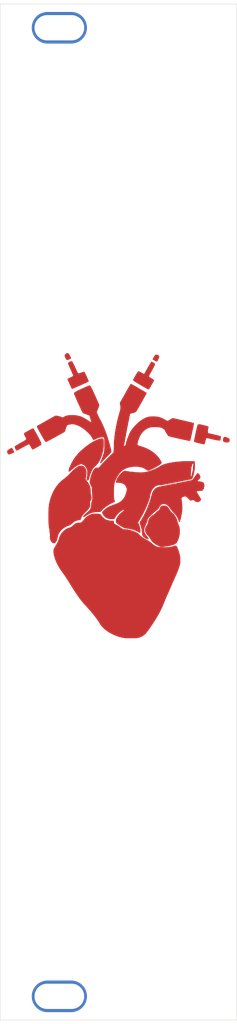
<source format=kicad_pcb>
(kicad_pcb (version 20211014) (generator pcbnew)
  (layers (0 "F.Cu" signal) (31 "B.Cu" signal) (36 "B.SilkS" user "B.Silkscreen") (37 "F.SilkS" user "F.Silkscreen") (38 "B.Mask" user) (39 "F.Mask" user) (44 "Edge.Cuts" user))
  (net 0 "")
  (footprint "Rumblesan_Footprints:PanelHole_3.2mm_M3_elongated" (layer "F.Cu") (at 107.5 53)
    (fp_text reference "REF**" hide)
    (fp_text value "PanelHole_3.2mm_M3_elongated" hide)
    (pad "" thru_hole oval locked (at 0 0) (size 7 4) (drill oval 6.3 3.2) (layers *.Cu *.Mask))
  )
  (footprint "bbartokk-graphics:wire-heart-medium-copper" (layer "F.Cu") (at 115.75 114)
    (fp_text reference "Ref**" hide)
    (fp_text value "Val**" hide)
    (fp_poly (pts (xy -6.677155 -18.817921) (xy -6.649573 -18.803093) (xy -6.646333 -18.790555) (xy -6.62939 -18.762493) (xy -6.614583 -18.758805) (xy -6.586495 -18.743025) (xy -6.582833 -18.72932) (xy -6.56576 -18.696644) (xy -6.551083 -18.687651) (xy -6.52653 -18.659354) (xy -6.519333 -18.624151) (xy -6.507655 -18.579985) (xy -6.487583 -18.560651) (xy -6.46303 -18.532354) (xy -6.455833 -18.497151) (xy -6.444155 -18.452985) (xy -6.424083 -18.433651) (xy -6.39953 -18.405354) (xy -6.392333 -18.370151) (xy -6.380655 -18.325985) (xy -6.360583 -18.306651) (xy -6.336532 -18.278491) (xy -6.328833 -18.240222) (xy -6.317753 -18.194878) (xy -6.297083 -18.173793) (xy -6.272186 -18.145404) (xy -6.265333 -18.112207) (xy -6.257417 -18.068451) (xy -6.244742 -18.050078) (xy -6.226619 -18.023061) (xy -6.206766 -17.971381) (xy -6.201593 -17.953578) (xy -6.183058 -17.901346) (xy -6.163999 -17.872079) (xy -6.158684 -17.869805) (xy -6.143454 -17.851667) (xy -6.138333 -17.816225) (xy -6.127123 -17.771146) (xy -6.106583 -17.75046) (xy -6.081437 -17.722005) (xy -6.074833 -17.690216) (xy -6.061592 -17.640239) (xy -6.043083 -17.615805) (xy -6.015978 -17.575447) (xy -6.011333 -17.552305) (xy -5.996066 -17.50792) (xy -5.979583 -17.488805) (xy -5.952634 -17.451726) (xy -5.947833 -17.431344) (xy -5.935483 -17.393958) (xy -5.905648 -17.346615) (xy -5.904446 -17.345075) (xy -5.870773 -17.310694) (xy -5.831106 -17.296135) (xy -5.768321 -17.295501) (xy -5.761571 -17.295888) (xy -5.694497 -17.305655) (xy -5.641839 -17.32329) (xy -5.628666 -17.331832) (xy -5.581759 -17.355376) (xy -5.5413 -17.361805) (xy -5.489639 -17.373595) (xy -5.461 -17.393555) (xy -5.422482 -17.415836) (xy -5.366365 -17.425303) (xy -5.365423 -17.425305) (xy -5.308228 -17.435379) (xy -5.283584 -17.45817) (xy -5.264679 -17.477992) (xy -5.22192 -17.485845) (xy -5.159612 -17.484628) (xy -5.093267 -17.478415) (xy -5.058342 -17.466396) (xy -5.043934 -17.44372) (xy -5.041687 -17.432134) (xy -5.022895 -17.382951) (xy -5.004646 -17.360751) (xy -4.978262 -17.320248) (xy -4.974166 -17.298305) (xy -4.9589 -17.25392) (xy -4.942416 -17.234805) (xy -4.91666 -17.193387) (xy -4.910666 -17.160395) (xy -4.898243 -17.117563) (xy -4.878916 -17.100151) (xy -4.854754 -17.07196) (xy -4.847166 -17.034386) (xy -4.840482 -16.994284) (xy -4.827426 -16.980805) (xy -4.807078 -16.963079) (xy -4.794223 -16.93318) (xy -4.770921 -16.867971) (xy -4.732722 -16.77964) (xy -4.685563 -16.681918) (xy -4.685202 -16.681206) (xy -4.664293 -16.630021) (xy -4.656666 -16.59384) (xy -4.641648 -16.554905) (xy -4.624916 -16.536305) (xy -4.597728 -16.494099) (xy -4.593166 -16.469469) (xy -4.581835 -16.421842) (xy -4.559784 -16.378035) (xy -4.534781 -16.31727) (xy -4.537714 -16.263719) (xy -4.566591 -16.229026) (xy -4.586338 -16.222826) (xy -4.635521 -16.204034) (xy -4.657721 -16.185785) (xy -4.698176 -16.161095) (xy -4.731077 -16.155305) (xy -4.773909 -16.142882) (xy -4.791321 -16.123555) (xy -4.819481 -16.099504) (xy -4.85775 -16.091805) (xy -4.903094 -16.080725) (xy -4.924179 -16.060055) (xy -4.952436 -16.03565) (xy -4.988526 -16.028305) (xy -5.0424 -16.015822) (xy -5.07244 -15.996555) (xy -5.118765 -15.970775) (xy -5.15333 -15.964805) (xy -5.196608 -15.95264) (xy -5.214654 -15.933055) (xy -5.243477 -15.909336) (xy -5.288738 -15.901305) (xy -5.338862 -15.89119) (xy -5.362821 -15.869555) (xy -5.392022 -15.845754) (xy -5.439169 -15.837805) (xy -5.489872 -15.828538) (xy -5.503333 -15.806055) (xy -5.521814 -15.78057) (xy -5.557762 -15.774305) (xy -5.612182 -15.762355) (xy -5.64394 -15.742555) (xy -5.690335 -15.716709) (xy -5.724503 -15.710805) (xy -5.774691 -15.69777) (xy -5.799666 -15.679055) (xy -5.839184 -15.655571) (xy -5.886925 -15.647305) (xy -5.935426 -15.637503) (xy -5.947833 -15.615555) (xy -5.966654 -15.590283) (xy -6.009069 -15.583805) (xy -6.058664 -15.573635) (xy -6.082488 -15.552055) (xy -6.1108 -15.527444) (xy -6.14566 -15.520305) (xy -6.196466 -15.507829) (xy -6.223 -15.488555) (xy -6.264473 -15.462733) (xy -6.297083 -15.456805) (xy -6.346969 -15.443474) (xy -6.371166 -15.425055) (xy -6.410684 -15.401571) (xy -6.458425 -15.393305) (xy -6.506926 -15.383503) (xy -6.519333 -15.361555) (xy -6.533601 -15.339274) (xy -6.580662 -15.330279) (xy -6.602318 -15.329805) (xy -6.657246 -15.333348) (xy -6.684497 -15.350298) (xy -6.698545 -15.390136) (xy -6.69925 -15.393305) (xy -6.714609 -15.437743) (xy -6.7323 -15.456794) (xy -6.732682 -15.456805) (xy -6.748708 -15.474482) (xy -6.752166 -15.497627) (xy -6.76656 -15.546157) (xy -6.783916 -15.570198) (xy -6.81 -15.606943) (xy -6.815666 -15.626653) (xy -6.824652 -15.662299) (xy -6.844202 -15.70754) (xy -6.883815 -15.788541) (xy -6.925186 -15.878065) (xy -6.964268 -15.966713) (xy -6.997015 -16.045085) (xy -7.019382 -16.103781) (xy -7.027333 -16.132978) (xy -7.042748 -16.154463) (xy -7.0485 -16.155305) (xy -7.068714 -16.17168) (xy -7.069666 -16.178565) (xy -7.077841 -16.212474) (xy -7.097735 -16.263716) (xy -7.099887 -16.268523) (xy -7.147481 -16.374373) (xy -7.179556 -16.449209) (xy -7.19836 -16.500444) (xy -7.206144 -16.535487) (xy -7.205155 -16.56175) (xy -7.197643 -16.586644) (xy -7.196971 -16.588422) (xy -7.157125 -16.638578) (xy -7.112824 -16.655732) (xy -7.059195 -16.674109) (xy -7.025216 -16.697606) (xy -6.986161 -16.720704) (xy -6.949994 -16.726805) (xy -6.90596 -16.738554) (xy -6.886821 -16.758555) (xy -6.858366 -16.783702) (xy -6.826577 -16.790305) (xy -6.7766 -16.803546) (xy -6.752166 -16.822055) (xy -6.711119 -16.847369) (xy -6.675491 -16.853805) (xy -6.634879 -16.865322) (xy -6.625166 -16.885555) (xy -6.607786 -16.912165) (xy -6.587067 -16.917305) (xy -6.536137 -16.934692) (xy -6.505024 -16.977153) (xy -6.498637 -17.030141) (xy -6.521885 -17.079107) (xy -6.529916 -17.086639) (xy -6.553298 -17.126071) (xy -6.561666 -17.174562) (xy -6.571809 -17.224426) (xy -6.593416 -17.248318) (xy -6.61884 -17.276845) (xy -6.625166 -17.307108) (xy -6.63788 -17.361456) (xy -6.656243 -17.394802) (xy -6.681521 -17.446228) (xy -6.687993 -17.480922) (xy -6.702725 -17.530134) (xy -6.720416 -17.552305) (xy -6.747549 -17.593259) (xy -6.752166 -17.616885) (xy -6.766448 -17.663048) (xy -6.783916 -17.686865) (xy -6.810113 -17.725532) (xy -6.815666 -17.747167) (xy -6.827055 -17.786168) (xy -6.844712 -17.817471) (xy -6.870133 -17.868452) (xy -6.888727 -17.928014) (xy -6.904074 -17.974661) (xy -6.921513 -17.996569) (xy -6.923182 -17.996805) (xy -6.941773 -18.013611) (xy -6.943385 -18.023264) (xy -6.952522 -18.05753) (xy -6.974608 -18.112056) (xy -6.985 -18.134389) (xy -7.010291 -18.192058) (xy -7.025093 -18.236032) (xy -7.026615 -18.245514) (xy -7.040704 -18.270127) (xy -7.0485 -18.271972) (xy -7.066801 -18.289478) (xy -7.070385 -18.309014) (xy -7.079723 -18.350416) (xy -7.10224 -18.409492) (xy -7.112 -18.430722) (xy -7.137612 -18.492151) (xy -7.15231 -18.543609) (xy -7.153615 -18.555295) (xy -7.13964 -18.593058) (xy -7.105524 -18.638899) (xy -7.064534 -18.677933) (xy -7.029937 -18.695274) (xy -7.028834 -18.695305) (xy -7.002219 -18.70974) (xy -6.985 -18.727055) (xy -6.944641 -18.75416) (xy -6.9215 -18.758805) (xy -6.877115 -18.774072) (xy -6.858 -18.790555) (xy -6.81658 -18.812893) (xy -6.746977 -18.822222) (xy -6.738991 -18.822305) (xy -6.677155 -18.817921)) (layer "F.Cu") (width 0.01) (fill solid))
    (fp_poly (pts (xy 3.501292 -18.748366) (xy 3.534834 -18.727055) (xy 3.575372 -18.699942) (xy 3.598661 -18.695305) (xy 3.636963 -18.679628) (xy 3.648321 -18.663555) (xy 3.676999 -18.637546) (xy 3.704167 -18.631805) (xy 3.745152 -18.618209) (xy 3.760012 -18.600055) (xy 3.786663 -18.571924) (xy 3.801681 -18.568305) (xy 3.828351 -18.55527) (xy 3.831167 -18.545627) (xy 3.844783 -18.513423) (xy 3.862917 -18.491198) (xy 3.891702 -18.450252) (xy 3.882785 -18.413756) (xy 3.866166 -18.394661) (xy 3.843427 -18.355583) (xy 3.824834 -18.296894) (xy 3.822873 -18.287316) (xy 3.808604 -18.236628) (xy 3.791762 -18.209766) (xy 3.787874 -18.208472) (xy 3.771255 -18.190803) (xy 3.767667 -18.167651) (xy 3.753274 -18.119121) (xy 3.735917 -18.095079) (xy 3.709626 -18.054785) (xy 3.704167 -18.031579) (xy 3.690497 -17.989359) (xy 3.677709 -17.971859) (xy 3.65344 -17.937282) (xy 3.620904 -17.880133) (xy 3.60238 -17.843827) (xy 3.57107 -17.784794) (xy 3.544278 -17.742926) (xy 3.533588 -17.731452) (xy 3.516963 -17.702358) (xy 3.513667 -17.677392) (xy 3.499488 -17.637227) (xy 3.481917 -17.62346) (xy 3.454565 -17.594458) (xy 3.450167 -17.573799) (xy 3.434886 -17.529114) (xy 3.418417 -17.509972) (xy 3.39156 -17.474736) (xy 3.386667 -17.455976) (xy 3.373201 -17.417681) (xy 3.360209 -17.400359) (xy 3.33594 -17.365782) (xy 3.303404 -17.308633) (xy 3.28488 -17.272327) (xy 3.25357 -17.213294) (xy 3.226778 -17.171426) (xy 3.216088 -17.159952) (xy 3.199007 -17.13065) (xy 3.196167 -17.109148) (xy 3.180845 -17.063329) (xy 3.164977 -17.04477) (xy 3.139692 -17.00689) (xy 3.120967 -16.950392) (xy 3.120289 -16.946936) (xy 3.118387 -16.896282) (xy 3.137725 -16.853399) (xy 3.183975 -16.81189) (xy 3.26281 -16.765355) (xy 3.296709 -16.747924) (xy 3.349562 -16.717554) (xy 3.381911 -16.69168) (xy 3.386667 -16.682987) (xy 3.404291 -16.666658) (xy 3.426408 -16.663305) (xy 3.473176 -16.647932) (xy 3.4925 -16.631555) (xy 3.526201 -16.604777) (xy 3.543564 -16.599805) (xy 3.571805 -16.586511) (xy 3.618666 -16.552227) (xy 3.657389 -16.519161) (xy 3.71568 -16.454928) (xy 3.744626 -16.397166) (xy 3.741833 -16.352356) (xy 3.725334 -16.335222) (xy 3.707397 -16.305293) (xy 3.704167 -16.282108) (xy 3.691497 -16.239891) (xy 3.677689 -16.225149) (xy 3.653518 -16.197732) (xy 3.620187 -16.145745) (xy 3.598314 -16.106013) (xy 3.55116 -16.015568) (xy 3.519029 -15.956393) (xy 3.497844 -15.921974) (xy 3.483529 -15.905801) (xy 3.472008 -15.901362) (xy 3.470179 -15.901305) (xy 3.45372 -15.883634) (xy 3.450167 -15.860484) (xy 3.436739 -15.811272) (xy 3.423219 -15.791692) (xy 3.399651 -15.757711) (xy 3.367442 -15.699759) (xy 3.344138 -15.652597) (xy 3.313519 -15.592785) (xy 3.287968 -15.552443) (xy 3.275836 -15.541472) (xy 3.261556 -15.524216) (xy 3.259667 -15.509058) (xy 3.242855 -15.473465) (xy 3.229827 -15.465193) (xy 3.202093 -15.437507) (xy 3.187009 -15.402033) (xy 3.150348 -15.322594) (xy 3.089019 -15.277495) (xy 3.022129 -15.266305) (xy 2.965046 -15.272191) (xy 2.94293 -15.291414) (xy 2.942167 -15.298055) (xy 2.923235 -15.323262) (xy 2.878667 -15.329805) (xy 2.828254 -15.339272) (xy 2.815167 -15.361555) (xy 2.796731 -15.387069) (xy 2.761586 -15.393305) (xy 2.716507 -15.404516) (xy 2.695821 -15.425055) (xy 2.66682 -15.452408) (xy 2.646161 -15.456805) (xy 2.601475 -15.472086) (xy 2.582334 -15.488555) (xy 2.547493 -15.515393) (xy 2.52909 -15.520305) (xy 2.498751 -15.53733) (xy 2.490012 -15.552055) (xy 2.461822 -15.576218) (xy 2.424248 -15.583805) (xy 2.381191 -15.59473) (xy 2.370667 -15.615555) (xy 2.352324 -15.641126) (xy 2.318802 -15.647305) (xy 2.272201 -15.657279) (xy 2.25001 -15.674096) (xy 2.221611 -15.698751) (xy 2.169623 -15.729811) (xy 2.143368 -15.742887) (xy 2.090119 -15.772983) (xy 2.057836 -15.801187) (xy 2.05341 -15.811347) (xy 2.034558 -15.83055) (xy 1.989667 -15.837805) (xy 1.939254 -15.847272) (xy 1.926167 -15.869555) (xy 1.908694 -15.895816) (xy 1.886425 -15.901305) (xy 1.839658 -15.916679) (xy 1.820334 -15.933055) (xy 1.785493 -15.959893) (xy 1.76709 -15.964805) (xy 1.736751 -15.98183) (xy 1.728012 -15.996555) (xy 1.699822 -16.020718) (xy 1.662248 -16.028305) (xy 1.619191 -16.03923) (xy 1.608667 -16.060055) (xy 1.591194 -16.086316) (xy 1.568925 -16.091805) (xy 1.522158 -16.107179) (xy 1.502834 -16.123555) (xy 1.467993 -16.150393) (xy 1.44959 -16.155305) (xy 1.419251 -16.17233) (xy 1.410512 -16.187055) (xy 1.381835 -16.213065) (xy 1.354667 -16.218805) (xy 1.313682 -16.232402) (xy 1.298821 -16.250555) (xy 1.2718 -16.278693) (xy 1.256488 -16.282305) (xy 1.222767 -16.299305) (xy 1.214888 -16.312145) (xy 1.187183 -16.339934) (xy 1.152052 -16.354882) (xy 1.112765 -16.37629) (xy 1.100745 -16.421521) (xy 1.100667 -16.427623) (xy 1.109552 -16.481221) (xy 1.131427 -16.547427) (xy 1.159121 -16.607718) (xy 1.183695 -16.642139) (xy 1.199763 -16.665681) (xy 1.227201 -16.714051) (xy 1.24515 -16.747972) (xy 1.303221 -16.857818) (xy 1.347074 -16.934458) (xy 1.379875 -16.983283) (xy 1.391709 -16.997437) (xy 1.414874 -17.034712) (xy 1.418756 -17.051109) (xy 1.43107 -17.081523) (xy 1.461708 -17.130718) (xy 1.482256 -17.159201) (xy 1.51913 -17.213281) (xy 1.541769 -17.256784) (xy 1.545167 -17.270326) (xy 1.557677 -17.295987) (xy 1.56593 -17.298305) (xy 1.586154 -17.316229) (xy 1.59959 -17.349691) (xy 1.620506 -17.393596) (xy 1.642327 -17.412526) (xy 1.669154 -17.441083) (xy 1.672167 -17.456391) (xy 1.688815 -17.484878) (xy 1.703917 -17.488805) (xy 1.731979 -17.505749) (xy 1.735667 -17.520555) (xy 1.752371 -17.545194) (xy 1.792995 -17.551421) (xy 1.843303 -17.539167) (xy 1.874496 -17.521229) (xy 1.927593 -17.495848) (xy 1.963873 -17.489479) (xy 2.006837 -17.476554) (xy 2.024346 -17.457055) (xy 2.052643 -17.432502) (xy 2.087846 -17.425305) (xy 2.132012 -17.413628) (xy 2.151346 -17.393555) (xy 2.180291 -17.366449) (xy 2.202086 -17.361805) (xy 2.250926 -17.347868) (xy 2.268936 -17.335347) (xy 2.304994 -17.309665) (xy 2.361053 -17.277351) (xy 2.381573 -17.266758) (xy 2.436018 -17.237017) (xy 2.473004 -17.212145) (xy 2.479478 -17.205753) (xy 2.49498 -17.207465) (xy 2.507363 -17.232009) (xy 2.526357 -17.267668) (xy 2.541427 -17.277139) (xy 2.557469 -17.29488) (xy 2.561167 -17.319472) (xy 2.574402 -17.353948) (xy 2.592917 -17.361805) (xy 2.618431 -17.380241) (xy 2.624667 -17.415386) (xy 2.635877 -17.460465) (xy 2.656417 -17.481151) (xy 2.681088 -17.50948) (xy 2.688167 -17.543987) (xy 2.696095 -17.582662) (xy 2.710435 -17.594639) (xy 2.732094 -17.612484) (xy 2.753964 -17.655677) (xy 2.754839 -17.658139) (xy 2.775521 -17.702115) (xy 2.795268 -17.721586) (xy 2.796071 -17.721639) (xy 2.811592 -17.739385) (xy 2.815167 -17.763972) (xy 2.828402 -17.798448) (xy 2.846917 -17.806305) (xy 2.872431 -17.824741) (xy 2.878667 -17.859886) (xy 2.889877 -17.904965) (xy 2.910417 -17.925651) (xy 2.937769 -17.954653) (xy 2.942167 -17.975312) (xy 2.957447 -18.019997) (xy 2.973917 -18.039139) (xy 3.000745 -18.073807) (xy 3.005667 -18.092055) (xy 3.02049 -18.126806) (xy 3.037417 -18.144972) (xy 3.064587 -18.186764) (xy 3.069167 -18.211064) (xy 3.083126 -18.243934) (xy 3.100917 -18.250805) (xy 3.126431 -18.269241) (xy 3.132667 -18.304386) (xy 3.143877 -18.349465) (xy 3.164417 -18.370151) (xy 3.191769 -18.399153) (xy 3.196167 -18.419812) (xy 3.211447 -18.464497) (xy 3.227917 -18.483639) (xy 3.254568 -18.51496) (xy 3.259667 -18.530076) (xy 3.273173 -18.559997) (xy 3.291417 -18.581913) (xy 3.317968 -18.626969) (xy 3.323167 -18.654484) (xy 3.336802 -18.68796) (xy 3.354917 -18.695305) (xy 3.382979 -18.712249) (xy 3.386667 -18.727055) (xy 3.405472 -18.752338) (xy 3.447575 -18.758805) (xy 3.501292 -18.748366)) (layer "F.Cu") (width 0.01) (fill solid))
    (fp_poly (pts (xy -3.472299 0.450813) (xy -3.366125 0.453966) (xy -3.278392 0.459192) (xy -3.217545 0.466501) (xy -3.193593 0.474087) (xy -3.154096 0.493149) (xy -3.095072 0.509699) (xy -3.085041 0.511644) (xy -3.03228 0.527978) (xy -3.006469 0.550047) (xy -3.005666 0.554472) (xy -2.988611 0.586284) (xy -2.973916 0.595182) (xy -2.94729 0.624013) (xy -2.942167 0.648099) (xy -2.927658 0.687826) (xy -2.910417 0.701016) (xy -2.882259 0.729303) (xy -2.878666 0.745614) (xy -2.862019 0.7741) (xy -2.846916 0.778028) (xy -2.818757 0.78999) (xy -2.815166 0.800202) (xy -2.800716 0.826447) (xy -2.763828 0.870553) (xy -2.714201 0.922823) (xy -2.661533 0.97356) (xy -2.615519 1.013066) (xy -2.585859 1.031645) (xy -2.583341 1.032028) (xy -2.563674 1.049156) (xy -2.561166 1.063778) (xy -2.548938 1.091933) (xy -2.538488 1.095528) (xy -2.506284 1.109144) (xy -2.484059 1.127278) (xy -2.439003 1.153829) (xy -2.411488 1.159028) (xy -2.378012 1.172663) (xy -2.370666 1.190778) (xy -2.353978 1.214652) (xy -2.301364 1.222521) (xy -2.299175 1.222528) (xy -2.242296 1.231422) (xy -2.202489 1.252959) (xy -2.201333 1.254278) (xy -2.158061 1.276918) (xy -2.079597 1.286482) (xy -2.06645 1.286701) (xy -1.991713 1.293323) (xy -1.932611 1.309606) (xy -1.916829 1.318451) (xy -1.88494 1.33304) (xy -1.830714 1.342615) (xy -1.747575 1.347877) (xy -1.628951 1.349527) (xy -1.625264 1.349528) (xy -1.519008 1.349805) (xy -1.44739 1.351662) (xy -1.402718 1.356642) (xy -1.377295 1.366284) (xy -1.363427 1.38213) (xy -1.354143 1.403822) (xy -1.341674 1.457968) (xy -1.334329 1.531132) (xy -1.3335 1.562572) (xy -1.329645 1.622491) (xy -1.319802 1.660275) (xy -1.312333 1.667028) (xy -1.293555 1.684172) (xy -1.291166 1.698778) (xy -1.274223 1.72684) (xy -1.259416 1.730528) (xy -1.231354 1.747471) (xy -1.227666 1.762278) (xy -1.209231 1.787792) (xy -1.174086 1.794028) (xy -1.129007 1.805238) (xy -1.108321 1.825778) (xy -1.080038 1.849361) (xy -1.037166 1.857528) (xy -0.989391 1.867883) (xy -0.966012 1.889278) (xy -0.937334 1.915287) (xy -0.910166 1.921028) (xy -0.869182 1.934624) (xy -0.854321 1.952778) (xy -0.825336 1.980055) (xy -0.804333 1.984528) (xy -0.765887 2.00008) (xy -0.754345 2.016278) (xy -0.725515 2.042904) (xy -0.701429 2.048028) (xy -0.661702 2.062536) (xy -0.648512 2.079778) (xy -0.62149 2.107915) (xy -0.606179 2.111528) (xy -0.572903 2.128613) (xy -0.563845 2.143278) (xy -0.535159 2.171441) (xy -0.518534 2.175028) (xy -0.483428 2.18926) (xy -0.437543 2.224601) (xy -0.425676 2.236132) (xy -0.375507 2.27961) (xy -0.328088 2.308768) (xy -0.320556 2.311641) (xy -0.284765 2.330637) (xy -0.275166 2.345788) (xy -0.257528 2.362122) (xy -0.235098 2.365528) (xy -0.19566 2.38026) (xy -0.182845 2.397278) (xy -0.170712 2.410509) (xy -0.141972 2.419612) (xy -0.090248 2.425275) (xy -0.009158 2.428184) (xy 0.107677 2.429027) (xy 0.111707 2.429028) (xy 0.237241 2.43025) (xy 0.326923 2.434329) (xy 0.387171 2.44188) (xy 0.424407 2.453522) (xy 0.435163 2.460105) (xy 0.481312 2.479452) (xy 0.547805 2.490737) (xy 0.572746 2.491855) (xy 0.641211 2.498957) (xy 0.697287 2.515957) (xy 0.71033 2.523605) (xy 0.761213 2.546356) (xy 0.818697 2.555355) (xy 0.876487 2.56547) (xy 0.917726 2.587778) (xy 0.961821 2.611443) (xy 1.010443 2.619528) (xy 1.070807 2.630321) (xy 1.112496 2.650605) (xy 1.166044 2.675231) (xy 1.209527 2.682355) (xy 1.255575 2.693636) (xy 1.277655 2.714778) (xy 1.306455 2.741279) (xy 1.33115 2.746528) (xy 1.356344 2.75096) (xy 1.396554 2.765787) (xy 1.456644 2.793302) (xy 1.541475 2.8358) (xy 1.655911 2.895574) (xy 1.72619 2.932891) (xy 1.764195 2.959593) (xy 1.778 2.980516) (xy 1.795162 2.998276) (xy 1.80975 3.000528) (xy 1.837812 3.017471) (xy 1.8415 3.032278) (xy 1.856644 3.063269) (xy 1.896092 3.111824) (xy 1.95087 3.169342) (xy 2.012003 3.227221) (xy 2.070519 3.27686) (xy 2.117441 3.309657) (xy 2.139632 3.318028) (xy 2.157173 3.335031) (xy 2.159 3.347483) (xy 2.176957 3.374687) (xy 2.208275 3.389306) (xy 2.25902 3.412374) (xy 2.31071 3.449809) (xy 2.365169 3.491211) (xy 2.432413 3.532543) (xy 2.446644 3.540068) (xy 2.501622 3.57196) (xy 2.539843 3.601212) (xy 2.546344 3.60886) (xy 2.579725 3.63123) (xy 2.605216 3.635528) (xy 2.645467 3.649644) (xy 2.659346 3.667278) (xy 2.688291 3.694384) (xy 2.710086 3.699028) (xy 2.756547 3.713324) (xy 2.780393 3.730778) (xy 2.820687 3.757068) (xy 2.843893 3.762528) (xy 2.885539 3.776464) (xy 2.903613 3.790171) (xy 2.945583 3.82276) (xy 2.963334 3.832737) (xy 3.009332 3.858123) (xy 3.072131 3.897491) (xy 3.14189 3.944045) (xy 3.208769 3.990991) (xy 3.262929 4.031535) (xy 3.294529 4.058881) (xy 3.298472 4.064153) (xy 3.322798 4.079558) (xy 3.328559 4.080028) (xy 3.354705 4.094174) (xy 3.398776 4.130818) (xy 3.439261 4.169986) (xy 3.5023 4.230599) (xy 3.567454 4.287042) (xy 3.599675 4.311918) (xy 3.646354 4.345482) (xy 3.68066 4.371248) (xy 3.718297 4.401362) (xy 3.765614 4.440254) (xy 3.809823 4.470106) (xy 3.843225 4.482195) (xy 3.873078 4.49272) (xy 3.877028 4.49807) (xy 3.902531 4.518877) (xy 3.964043 4.551992) (xy 4.057726 4.595433) (xy 4.106334 4.616532) (xy 4.168991 4.640507) (xy 4.236232 4.659682) (xy 4.313446 4.674549) (xy 4.406022 4.685598) (xy 4.519352 4.693322) (xy 4.658826 4.698212) (xy 4.829833 4.700759) (xy 5.037667 4.701455) (xy 5.271372 4.700086) (xy 5.465909 4.695966) (xy 5.62437 4.688862) (xy 5.749844 4.67854) (xy 5.845424 4.664765) (xy 5.914199 4.647303) (xy 5.948647 4.632431) (xy 5.989518 4.617611) (xy 6.051201 4.602872) (xy 6.070245 4.599386) (xy 6.127763 4.586168) (xy 6.165076 4.57109) (xy 6.170466 4.566242) (xy 6.196431 4.553003) (xy 6.249591 4.539989) (xy 6.281702 4.534883) (xy 6.353298 4.521699) (xy 6.414608 4.504283) (xy 6.430753 4.497596) (xy 6.479095 4.484437) (xy 6.51542 4.499661) (xy 6.562924 4.527747) (xy 6.586332 4.537726) (xy 6.618467 4.565965) (xy 6.634361 4.600611) (xy 6.651376 4.639304) (xy 6.667903 4.651528) (xy 6.685126 4.669141) (xy 6.688667 4.691269) (xy 6.70404 4.738037) (xy 6.720417 4.757361) (xy 6.746024 4.798654) (xy 6.752167 4.832524) (xy 6.763939 4.883837) (xy 6.780509 4.909679) (xy 6.80765 4.952251) (xy 6.821363 4.990566) (xy 6.838207 5.051977) (xy 6.862083 5.128389) (xy 6.887851 5.204413) (xy 6.910372 5.264657) (xy 6.920456 5.287342) (xy 6.934624 5.328203) (xy 6.949006 5.389871) (xy 6.952475 5.408939) (xy 6.965593 5.466378) (xy 6.980428 5.503547) (xy 6.985181 5.50889) (xy 6.996128 5.534006) (xy 7.007814 5.589326) (xy 7.01766 5.662459) (xy 7.028607 5.73959) (xy 7.042763 5.801979) (xy 7.056297 5.834744) (xy 7.064542 5.865883) (xy 7.071129 5.931544) (xy 7.076058 6.023948) (xy 7.079324 6.135318) (xy 7.080927 6.257872) (xy 7.080862 6.383834) (xy 7.079128 6.505424) (xy 7.075722 6.614864) (xy 7.070641 6.704374) (xy 7.063884 6.766175) (xy 7.056608 6.791388) (xy 7.040752 6.828262) (xy 7.025585 6.890787) (xy 7.018206 6.936999) (xy 7.007053 7.005363) (xy 6.994195 7.056975) (xy 6.986399 7.074582) (xy 6.971598 7.108585) (xy 6.957245 7.164151) (xy 6.955219 7.174759) (xy 6.936749 7.245798) (xy 6.911449 7.310017) (xy 6.910256 7.312342) (xy 6.888061 7.365422) (xy 6.879297 7.406067) (xy 6.869767 7.448777) (xy 6.847547 7.501317) (xy 6.824895 7.553703) (xy 6.815124 7.593695) (xy 6.802344 7.634883) (xy 6.783244 7.666532) (xy 6.758223 7.718525) (xy 6.752167 7.753898) (xy 6.738414 7.803383) (xy 6.720417 7.826528) (xy 6.694595 7.868001) (xy 6.688667 7.900611) (xy 6.675335 7.950497) (xy 6.656917 7.974695) (xy 6.631095 8.016168) (xy 6.625167 8.048778) (xy 6.611835 8.098663) (xy 6.593417 8.122861) (xy 6.569571 8.16268) (xy 6.561667 8.207855) (xy 6.551285 8.255365) (xy 6.529917 8.278682) (xy 6.506115 8.307883) (xy 6.498167 8.35503) (xy 6.4889 8.405734) (xy 6.466417 8.419195) (xy 6.441144 8.438016) (xy 6.434667 8.48043) (xy 6.424497 8.530026) (xy 6.402917 8.553849) (xy 6.378495 8.58211) (xy 6.371167 8.618102) (xy 6.35866 8.671952) (xy 6.339417 8.701921) (xy 6.314762 8.747055) (xy 6.307667 8.788764) (xy 6.296748 8.834445) (xy 6.275917 8.85604) (xy 6.251363 8.884337) (xy 6.244167 8.91954) (xy 6.232489 8.963706) (xy 6.212417 8.98304) (xy 6.188725 9.011746) (xy 6.180667 9.056459) (xy 6.170908 9.105202) (xy 6.148917 9.117695) (xy 6.123635 9.1365) (xy 6.117167 9.178603) (xy 6.106727 9.232319) (xy 6.085417 9.265861) (xy 6.059595 9.307335) (xy 6.053667 9.339945) (xy 6.040335 9.38983) (xy 6.021917 9.414028) (xy 5.996729 9.454969) (xy 5.990167 9.491367) (xy 5.978418 9.535401) (xy 5.958417 9.55454) (xy 5.934834 9.582823) (xy 5.926667 9.625695) (xy 5.916312 9.67347) (xy 5.894917 9.696849) (xy 5.871211 9.725615) (xy 5.863167 9.770605) (xy 5.85284 9.82452) (xy 5.831417 9.858528) (xy 5.806229 9.899469) (xy 5.799667 9.935867) (xy 5.787918 9.979901) (xy 5.767917 9.99904) (xy 5.744334 10.027323) (xy 5.736167 10.070195) (xy 5.725812 10.11797) (xy 5.704417 10.141349) (xy 5.680594 10.170655) (xy 5.672667 10.218361) (xy 5.662791 10.270794) (xy 5.640917 10.295373) (xy 5.615971 10.323775) (xy 5.609167 10.356697) (xy 5.595893 10.409872) (xy 5.577417 10.437587) (xy 5.552643 10.482847) (xy 5.545667 10.523766) (xy 5.534887 10.567456) (xy 5.513917 10.578195) (xy 5.488828 10.596923) (xy 5.482167 10.642359) (xy 5.472237 10.694271) (xy 5.450417 10.718707) (xy 5.42527 10.747162) (xy 5.418667 10.778951) (xy 5.405426 10.828927) (xy 5.386917 10.853361) (xy 5.36131 10.894654) (xy 5.355167 10.928524) (xy 5.341801 10.981626) (xy 5.323417 11.009087) (xy 5.298224 11.054789) (xy 5.291667 11.093001) (xy 5.280168 11.137511) (xy 5.259917 11.157349) (xy 5.235305 11.185661) (xy 5.228167 11.220522) (xy 5.21569 11.271327) (xy 5.196417 11.297861) (xy 5.173035 11.337293) (xy 5.164667 11.385784) (xy 5.154524 11.435648) (xy 5.132917 11.45954) (xy 5.109198 11.488363) (xy 5.101167 11.533623) (xy 5.091051 11.583748) (xy 5.069417 11.607707) (xy 5.045795 11.636134) (xy 5.037667 11.679614) (xy 5.026801 11.735371) (xy 5.005917 11.771087) (xy 4.981262 11.816222) (xy 4.974167 11.85793) (xy 4.963248 11.903611) (xy 4.942417 11.925207) (xy 4.918851 11.953425) (xy 4.910667 11.996034) (xy 4.899823 12.049077) (xy 4.878917 12.081028) (xy 4.853095 12.122501) (xy 4.847167 12.155111) (xy 4.833835 12.204997) (xy 4.815417 12.229195) (xy 4.790229 12.270136) (xy 4.783667 12.306534) (xy 4.771918 12.350567) (xy 4.751917 12.369707) (xy 4.727363 12.398004) (xy 4.720167 12.433207) (xy 4.708489 12.477373) (xy 4.688417 12.496707) (xy 4.663863 12.525004) (xy 4.656667 12.560207) (xy 4.644989 12.604373) (xy 4.624917 12.623707) (xy 4.600363 12.652004) (xy 4.593167 12.687207) (xy 4.581489 12.731373) (xy 4.561417 12.750707) (xy 4.536863 12.779004) (xy 4.529667 12.814207) (xy 4.517989 12.858373) (xy 4.497917 12.877707) (xy 4.473363 12.906004) (xy 4.466167 12.941207) (xy 4.454489 12.985373) (xy 4.434417 13.004707) (xy 4.40731 13.033652) (xy 4.402667 13.055447) (xy 4.38873 13.104287) (xy 4.376209 13.122297) (xy 4.350527 13.158356) (xy 4.318217 13.214416) (xy 4.307627 13.234934) (xy 4.275998 13.290479) (xy 4.246879 13.329251) (xy 4.238835 13.336205) (xy 4.216465 13.369586) (xy 4.212167 13.395077) (xy 4.198051 13.435328) (xy 4.180417 13.449207) (xy 4.15331 13.478152) (xy 4.148667 13.499947) (xy 4.134858 13.548846) (xy 4.122209 13.567368) (xy 4.063746 13.647117) (xy 4.02214 13.726736) (xy 4.000494 13.763272) (xy 3.985149 13.774562) (xy 3.967895 13.792336) (xy 3.942192 13.837407) (xy 3.926965 13.869812) (xy 3.899517 13.924838) (xy 3.876132 13.959153) (xy 3.867655 13.964861) (xy 3.84933 13.982636) (xy 3.828945 14.025681) (xy 3.827995 14.028361) (xy 3.807313 14.072337) (xy 3.787565 14.091808) (xy 3.786763 14.091861) (xy 3.76991 14.10908) (xy 3.767667 14.124275) (xy 3.750855 14.159868) (xy 3.737827 14.16814) (xy 3.710038 14.195845) (xy 3.69509 14.230976) (xy 3.67808 14.269893) (xy 3.66143 14.282361) (xy 3.643113 14.299557) (xy 3.640667 14.314775) (xy 3.623855 14.350368) (xy 3.610827 14.35864) (xy 3.583038 14.386345) (xy 3.56809 14.421476) (xy 3.55108 14.460393) (xy 3.53443 14.472861) (xy 3.516113 14.490057) (xy 3.513667 14.505275) (xy 3.496855 14.540868) (xy 3.483827 14.54914) (xy 3.456038 14.576845) (xy 3.44109 14.611976) (xy 3.42408 14.650893) (xy 3.40743 14.663361) (xy 3.389113 14.680557) (xy 3.386667 14.695775) (xy 3.369855 14.731368) (xy 3.356827 14.73964) (xy 3.329038 14.767345) (xy 3.31409 14.802476) (xy 3.29708 14.841393) (xy 3.28043 14.853861) (xy 3.262113 14.871057) (xy 3.259667 14.886275) (xy 3.242578 14.921795) (xy 3.228723 14.930564) (xy 3.197668 14.958886) (xy 3.183597 14.987121) (xy 3.161262 15.036164) (xy 3.145749 15.058514) (xy 3.110708 15.099285) (xy 3.076949 15.142166) (xy 3.035299 15.199188) (xy 2.994366 15.257048) (xy 2.941439 15.329011) (xy 2.88772 15.396794) (xy 2.853728 15.435942) (xy 2.816351 15.479485) (xy 2.795593 15.510798) (xy 2.794098 15.516033) (xy 2.780176 15.539898) (xy 2.745448 15.579618) (xy 2.7305 15.594695) (xy 2.690866 15.638255) (xy 2.668697 15.671969) (xy 2.667 15.678648) (xy 2.651846 15.699782) (xy 2.646563 15.700528) (xy 2.619972 15.714181) (xy 2.577768 15.748414) (xy 2.561167 15.764028) (xy 2.513775 15.803572) (xy 2.4737 15.825775) (xy 2.464523 15.827528) (xy 2.429863 15.84464) (xy 2.420655 15.859278) (xy 2.395267 15.887386) (xy 2.38125 15.891028) (xy 2.350616 15.908058) (xy 2.341846 15.922778) (xy 2.313549 15.947331) (xy 2.278346 15.954528) (xy 2.234179 15.966206) (xy 2.214846 15.986278) (xy 2.186549 16.010831) (xy 2.151346 16.018028) (xy 2.107179 16.029706) (xy 2.087846 16.049778) (xy 2.059724 16.073689) (xy 2.020569 16.081528) (xy 1.965985 16.09333) (xy 1.933726 16.113278) (xy 1.890597 16.134577) (xy 1.824057 16.144746) (xy 1.810658 16.145028) (xy 1.737028 16.152596) (xy 1.670221 16.171325) (xy 1.658711 16.176647) (xy 1.636719 16.185023) (xy 1.603345 16.19183) (xy 1.554519 16.19722) (xy 1.486169 16.201344) (xy 1.394225 16.204351) (xy 1.274615 16.206393) (xy 1.123269 16.207621) (xy 0.936116 16.208185) (xy 0.804334 16.208267) (xy 0.593636 16.208031) (xy 0.421199 16.207221) (xy 0.282951 16.205688) (xy 0.174822 16.20328) (xy 0.092741 16.199847) (xy 0.032636 16.195238) (xy -0.009563 16.189303) (xy -0.037927 16.181891) (xy -0.050044 16.176647) (xy -0.108943 16.158092) (xy -0.192079 16.146949) (xy -0.244324 16.145028) (xy -0.340437 16.139343) (xy -0.398296 16.121958) (xy -0.409726 16.113278) (xy -0.453514 16.091815) (xy -0.522056 16.081788) (xy -0.535646 16.081528) (xy -0.608531 16.073738) (xy -0.653656 16.052508) (xy -0.656166 16.049778) (xy -0.694601 16.027598) (xy -0.750876 16.018036) (xy -0.752496 16.018028) (xy -0.810982 16.008783) (xy -0.853974 15.986527) (xy -0.854226 15.986278) (xy -0.89936 15.961623) (xy -0.941069 15.954528) (xy -0.98675 15.943609) (xy -1.008345 15.922778) (xy -1.036374 15.899204) (xy -1.077719 15.891028) (xy -1.137402 15.879476) (xy -1.175996 15.859951) (xy -1.229093 15.834571) (xy -1.265372 15.828201) (xy -1.308336 15.815277) (xy -1.325845 15.795778) (xy -1.354142 15.771224) (xy -1.389345 15.764028) (xy -1.433512 15.75235) (xy -1.452845 15.732278) (xy -1.481142 15.707724) (xy -1.516345 15.700528) (xy -1.560512 15.68885) (xy -1.579845 15.668778) (xy -1.608142 15.644224) (xy -1.643345 15.637028) (xy -1.687512 15.62535) (xy -1.706845 15.605278) (xy -1.735225 15.580417) (xy -1.768629 15.573528) (xy -1.814398 15.563113) (xy -1.835156 15.546738) (xy -1.863556 15.522083) (xy -1.915543 15.491022) (xy -1.941799 15.477946) (xy -1.995048 15.44785) (xy -2.027331 15.419647) (xy -2.031757 15.409486) (xy -2.049579 15.387748) (xy -2.072821 15.383028) (xy -2.121351 15.368635) (xy -2.145393 15.351278) (xy -2.181142 15.325255) (xy -2.199821 15.319528) (xy -2.22034 15.302582) (xy -2.2225 15.290072) (xy -2.240457 15.262869) (xy -2.271775 15.24825) (xy -2.320837 15.22545) (xy -2.374219 15.186512) (xy -2.378698 15.182455) (xy -2.419259 15.147594) (xy -2.445871 15.129669) (xy -2.448429 15.129028) (xy -2.467829 15.114599) (xy -2.510244 15.075362) (xy -2.569736 15.017392) (xy -2.640366 14.946763) (xy -2.716195 14.869552) (xy -2.791284 14.791833) (xy -2.859696 14.719681) (xy -2.91549 14.659171) (xy -2.952729 14.616378) (xy -2.963333 14.602309) (xy -3.002005 14.545347) (xy -3.032125 14.504115) (xy -3.059246 14.461181) (xy -3.069166 14.432481) (xy -3.084143 14.410376) (xy -3.090333 14.409361) (xy -3.109992 14.392642) (xy -3.1115 14.382835) (xy -3.12306 14.352391) (xy -3.153026 14.300617) (xy -3.185583 14.252109) (xy -3.22518 14.192399) (xy -3.252062 14.144181) (xy -3.259666 14.12215) (xy -3.276442 14.091906) (xy -3.286764 14.085992) (xy -3.312695 14.061878) (xy -3.344936 14.014052) (xy -3.355556 13.994627) (xy -3.393255 13.931856) (xy -3.433837 13.878873) (xy -3.441933 13.87047) (xy -3.480453 13.822329) (xy -3.500947 13.781608) (xy -3.525161 13.739953) (xy -3.546222 13.724064) (xy -3.573776 13.701014) (xy -3.577166 13.689348) (xy -3.591144 13.659806) (xy -3.624821 13.62047) (xy -3.625417 13.619892) (xy -3.669907 13.56561) (xy -3.699046 13.51507) (xy -3.723523 13.473711) (xy -3.746046 13.456861) (xy -3.765225 13.439724) (xy -3.767666 13.425111) (xy -3.78461 13.397049) (xy -3.799416 13.393361) (xy -3.827479 13.376418) (xy -3.831166 13.361611) (xy -3.842123 13.333436) (xy -3.851441 13.329861) (xy -3.872746 13.313066) (xy -3.905313 13.270036) (xy -3.927536 13.234611) (xy -3.962452 13.180788) (xy -3.991336 13.146254) (xy -4.002511 13.139361) (xy -4.019515 13.122187) (xy -4.021666 13.107611) (xy -4.03861 13.079549) (xy -4.053416 13.075861) (xy -4.08159 13.064819) (xy -4.085166 13.055424) (xy -4.098615 13.028274) (xy -4.132043 12.986157) (xy -4.143375 12.973867) (xy -4.190621 12.920211) (xy -4.229659 12.869315) (xy -4.233333 12.863812) (xy -4.272613 12.810307) (xy -4.302125 12.776036) (xy -4.330513 12.738661) (xy -4.339166 12.716028) (xy -4.356311 12.697249) (xy -4.370916 12.694861) (xy -4.398979 12.677918) (xy -4.402666 12.663111) (xy -4.41961 12.635049) (xy -4.434416 12.631361) (xy -4.46259 12.620306) (xy -4.466166 12.6109) (xy -4.479844 12.584686) (xy -4.514447 12.541936) (xy -4.534958 12.52) (xy -4.587599 12.463126) (xy -4.649579 12.392019) (xy -4.688416 12.345381) (xy -4.739585 12.283647) (xy -4.785352 12.230509) (xy -4.810125 12.203448) (xy -4.838662 12.166652) (xy -4.847166 12.144528) (xy -4.864311 12.125749) (xy -4.878916 12.123361) (xy -4.906979 12.106418) (xy -4.910666 12.091611) (xy -4.92761 12.063549) (xy -4.942416 12.059861) (xy -4.970479 12.042918) (xy -4.974166 12.028111) (xy -4.99111 12.000049) (xy -5.005916 11.996361) (xy -5.033979 11.979418) (xy -5.037666 11.964611) (xy -5.05461 11.936549) (xy -5.069416 11.932861) (xy -5.098069 11.918573) (xy -5.102063 11.906403) (xy -5.11774 11.8767) (xy -5.155359 11.836827) (xy -5.165563 11.828021) (xy -5.205881 11.790901) (xy -5.227174 11.764119) (xy -5.228166 11.760535) (xy -5.241261 11.736762) (xy -5.274254 11.695113) (xy -5.291666 11.67545) (xy -5.330497 11.627256) (xy -5.352949 11.588392) (xy -5.355166 11.578894) (xy -5.372208 11.554957) (xy -5.386916 11.551861) (xy -5.415079 11.540054) (xy -5.418666 11.529981) (xy -5.432387 11.502016) (xy -5.466406 11.460115) (xy -5.476875 11.449157) (xy -5.556907 11.355841) (xy -5.600947 11.273513) (xy -5.601666 11.271403) (xy -5.62595 11.240037) (xy -5.643385 11.234361) (xy -5.669144 11.217314) (xy -5.672666 11.201947) (xy -5.689791 11.166629) (xy -5.704416 11.157349) (xy -5.731043 11.128518) (xy -5.736166 11.104432) (xy -5.750675 11.064706) (xy -5.767916 11.051516) (xy -5.796025 11.026128) (xy -5.799666 11.012111) (xy -5.816697 10.981477) (xy -5.831416 10.972707) (xy -5.859554 10.945685) (xy -5.863166 10.930373) (xy -5.880252 10.897098) (xy -5.894916 10.88804) (xy -5.921063 10.859328) (xy -5.926666 10.832859) (xy -5.939746 10.797861) (xy -5.958416 10.789861) (xy -5.984274 10.772215) (xy -5.990166 10.747528) (xy -6.003401 10.713052) (xy -6.021916 10.705195) (xy -6.047452 10.686794) (xy -6.053666 10.652278) (xy -6.064707 10.609718) (xy -6.085416 10.599361) (xy -6.111274 10.581715) (xy -6.117166 10.557028) (xy -6.130401 10.522552) (xy -6.148916 10.514695) (xy -6.174452 10.496294) (xy -6.180666 10.461778) (xy -6.191707 10.419218) (xy -6.212416 10.408861) (xy -6.238274 10.391215) (xy -6.244166 10.366528) (xy -6.257401 10.332052) (xy -6.275916 10.324195) (xy -6.301528 10.305921) (xy -6.307666 10.273542) (xy -6.319489 10.229646) (xy -6.339416 10.210707) (xy -6.367554 10.183685) (xy -6.371166 10.168373) (xy -6.388252 10.135098) (xy -6.402916 10.12604) (xy -6.429543 10.09721) (xy -6.434666 10.073123) (xy -6.449175 10.033397) (xy -6.466416 10.020207) (xy -6.494554 9.993185) (xy -6.498166 9.977873) (xy -6.515252 9.944598) (xy -6.529916 9.93554) (xy -6.556283 9.906773) (xy -6.561666 9.881411) (xy -6.573917 9.838486) (xy -6.588457 9.822538) (xy -6.613112 9.794139) (xy -6.644172 9.742151) (xy -6.657248 9.715896) (xy -6.687344 9.662647) (xy -6.715548 9.630363) (xy -6.725708 9.625937) (xy -6.747447 9.608116) (xy -6.752166 9.584873) (xy -6.76656 9.536343) (xy -6.783916 9.512302) (xy -6.80994 9.476553) (xy -6.815666 9.457873) (xy -6.831645 9.436121) (xy -6.837934 9.435195) (xy -6.859593 9.417349) (xy -6.881463 9.374157) (xy -6.882338 9.371695) (xy -6.902356 9.327755) (xy -6.920538 9.308252) (xy -6.921276 9.308195) (xy -6.938896 9.290432) (xy -6.950294 9.26057) (xy -6.97323 9.21201) (xy -7.011844 9.160239) (xy -7.013474 9.15848) (xy -7.053649 9.106111) (xy -7.079889 9.055308) (xy -7.080225 9.054272) (xy -7.100091 9.006077) (xy -7.114982 8.981737) (xy -7.168642 8.916133) (xy -7.199953 8.874059) (xy -7.214488 8.847227) (xy -7.217833 8.828706) (xy -7.227311 8.802644) (xy -7.233745 8.800195) (xy -7.251878 8.783103) (xy -7.280828 8.739393) (xy -7.300186 8.704945) (xy -7.331837 8.650669) (xy -7.357447 8.616176) (xy -7.366647 8.609695) (xy -7.383584 8.591943) (xy -7.394794 8.56207) (xy -7.41773 8.51351) (xy -7.456344 8.461739) (xy -7.457974 8.45998) (xy -7.497001 8.410863) (xy -7.521729 8.366495) (xy -7.522339 8.36473) (xy -7.544416 8.323768) (xy -7.583418 8.27067) (xy -7.598226 8.253213) (xy -7.639967 8.20029) (xy -7.66884 8.153412) (xy -7.673532 8.142088) (xy -7.692567 8.10892) (xy -7.706093 8.101695) (xy -7.723965 8.084695) (xy -7.725833 8.072209) (xy -7.742907 8.039533) (xy -7.757583 8.03054) (xy -7.785741 8.002252) (xy -7.789333 7.985942) (xy -7.799814 7.957339) (xy -7.809073 7.953528) (xy -7.830184 7.935964) (xy -7.843299 7.90789) (xy -7.869316 7.858889) (xy -7.902933 7.817932) (xy -7.947184 7.768884) (xy -7.991108 7.711527) (xy -8.025927 7.658362) (xy -8.042861 7.621892) (xy -8.043333 7.617983) (xy -8.060199 7.594073) (xy -8.075083 7.58604) (xy -8.103241 7.557752) (xy -8.106833 7.541442) (xy -8.117848 7.512847) (xy -8.127597 7.509028) (xy -8.147821 7.491104) (xy -8.161257 7.457643) (xy -8.182172 7.413738) (xy -8.203993 7.394807) (xy -8.230908 7.367495) (xy -8.233833 7.353534) (xy -8.248794 7.315836) (xy -8.265583 7.297361) (xy -8.292753 7.255569) (xy -8.297333 7.231269) (xy -8.306535 7.198304) (xy -8.318097 7.191528) (xy -8.338321 7.173604) (xy -8.351757 7.140143) (xy -8.372672 7.096238) (xy -8.394493 7.077307) (xy -8.417553 7.04962) (xy -8.424333 7.01454) (xy -8.436011 6.970374) (xy -8.456083 6.95104) (xy -8.480637 6.922743) (xy -8.487833 6.88754) (xy -8.499511 6.843374) (xy -8.519583 6.82404) (xy -8.544137 6.795743) (xy -8.551333 6.76054) (xy -8.563011 6.716374) (xy -8.583083 6.69704) (xy -8.607695 6.668728) (xy -8.614833 6.633867) (xy -8.62731 6.583062) (xy -8.646583 6.556528) (xy -8.672405 6.515054) (xy -8.678333 6.482445) (xy -8.691665 6.432559) (xy -8.710083 6.408361) (xy -8.733982 6.368498) (xy -8.741833 6.323695) (xy -8.752738 6.270748) (xy -8.773583 6.239028) (xy -8.795908 6.200474) (xy -8.805332 6.144427) (xy -8.805333 6.143778) (xy -8.814561 6.087673) (xy -8.836785 6.048779) (xy -8.837083 6.048528) (xy -8.858729 6.009899) (xy -8.868713 5.949978) (xy -8.868833 5.942695) (xy -8.877088 5.881656) (xy -8.897714 5.839543) (xy -8.900583 5.836861) (xy -8.923181 5.794083) (xy -8.93225 5.718895) (xy -8.932333 5.709689) (xy -8.939133 5.634366) (xy -8.956183 5.566238) (xy -8.963953 5.548239) (xy -8.978437 5.500206) (xy -8.988993 5.425423) (xy -8.995619 5.333251) (xy -8.998314 5.233054) (xy -8.997074 5.134194) (xy -8.991899 5.046033) (xy -8.982786 4.977934) (xy -8.969733 4.93926) (xy -8.964083 4.934349) (xy -8.940392 4.905643) (xy -8.932333 4.86093) (xy -8.922575 4.812187) (xy -8.900583 4.799695) (xy -8.874323 4.782221) (xy -8.868833 4.759953) (xy -8.85346 4.713186) (xy -8.837083 4.693861) (xy -8.810185 4.657824) (xy -8.805333 4.638353) (xy -8.792405 4.611899) (xy -8.783065 4.609195) (xy -8.761406 4.591349) (xy -8.739536 4.548157) (xy -8.738661 4.545695) (xy -8.717979 4.501719) (xy -8.698232 4.482248) (xy -8.697429 4.482195) (xy -8.680088 4.46521) (xy -8.678333 4.453036) (xy -8.6634 4.415941) (xy -8.646583 4.397528) (xy -8.619397 4.355366) (xy -8.614833 4.330772) (xy -8.600215 4.291187) (xy -8.583083 4.278182) (xy -8.55853 4.249885) (xy -8.551333 4.214682) (xy -8.539655 4.170516) (xy -8.519583 4.151182) (xy -8.494437 4.122727) (xy -8.487833 4.090938) (xy -8.474592 4.040962) (xy -8.456083 4.016528) (xy -8.430476 3.975235) (xy -8.424333 3.941365) (xy -8.410968 3.888263) (xy -8.392583 3.860802) (xy -8.369313 3.817119) (xy -8.360833 3.765552) (xy -8.350627 3.708805) (xy -8.329083 3.670302) (xy -8.303549 3.624238) (xy -8.297333 3.588169) (xy -8.284463 3.530386) (xy -8.266256 3.496698) (xy -8.242155 3.443902) (xy -8.234506 3.396739) (xy -8.223746 3.349548) (xy -8.202083 3.325682) (xy -8.17753 3.297385) (xy -8.170333 3.262182) (xy -8.158655 3.218016) (xy -8.138583 3.198682) (xy -8.11403 3.170385) (xy -8.106833 3.135182) (xy -8.095879 3.091323) (xy -8.076993 3.072415) (xy -8.049205 3.044711) (xy -8.034257 3.00958) (xy -8.017247 2.970662) (xy -8.000597 2.958195) (xy -7.980879 2.94173) (xy -7.979833 2.934238) (xy -7.965398 2.911074) (xy -7.926564 2.865868) (xy -7.87004 2.805289) (xy -7.802535 2.73601) (xy -7.730757 2.664701) (xy -7.661415 2.598033) (xy -7.601217 2.542676) (xy -7.556873 2.505302) (xy -7.535626 2.492528) (xy -7.514821 2.478106) (xy -7.514166 2.473432) (xy -7.496368 2.454003) (xy -7.453273 2.433124) (xy -7.450666 2.4322) (xy -7.406642 2.410595) (xy -7.387214 2.388676) (xy -7.387166 2.387796) (xy -7.369132 2.370793) (xy -7.336514 2.365528) (xy -7.292618 2.353705) (xy -7.273679 2.333778) (xy -7.245518 2.309726) (xy -7.20725 2.302028) (xy -7.161906 2.290947) (xy -7.140821 2.270278) (xy -7.110251 2.24671) (xy -7.041645 2.238541) (xy -7.037917 2.238528) (xy -6.967683 2.230994) (xy -6.93555 2.208081) (xy -6.935012 2.206778) (xy -6.904314 2.182757) (xy -6.847417 2.175028) (xy -6.786893 2.165984) (xy -6.759821 2.143278) (xy -6.734434 2.115169) (xy -6.720417 2.111528) (xy -6.689783 2.094497) (xy -6.681012 2.079778) (xy -6.655669 2.051611) (xy -6.641706 2.047926) (xy -6.615343 2.033483) (xy -6.569032 1.995148) (xy -6.511401 1.940264) (xy -6.492479 1.920926) (xy -6.432499 1.862302) (xy -6.380397 1.81802) (xy -6.345094 1.795459) (xy -6.33902 1.794028) (xy -6.311304 1.777076) (xy -6.307666 1.762278) (xy -6.292055 1.734186) (xy -6.278508 1.730528) (xy -6.241413 1.715595) (xy -6.223 1.698778) (xy -6.184482 1.676497) (xy -6.128365 1.667031) (xy -6.127423 1.667028) (xy -6.071587 1.657507) (xy -6.046012 1.635278) (xy -6.032369 1.620726) (xy -6.000137 1.611222) (xy -5.942353 1.605851) (xy -5.852054 1.603695) (xy -5.804806 1.603528) (xy -5.693458 1.602026) (xy -5.613741 1.596561) (xy -5.555029 1.585695) (xy -5.506694 1.567992) (xy -5.493062 1.561354) (xy -5.433518 1.52386) (xy -5.373801 1.475066) (xy -5.324265 1.424839) (xy -5.295262 1.383049) (xy -5.291666 1.369388) (xy -5.274503 1.351762) (xy -5.259916 1.349528) (xy -5.231854 1.332585) (xy -5.228166 1.317778) (xy -5.211223 1.289716) (xy -5.196416 1.286028) (xy -5.168268 1.273413) (xy -5.164666 1.262615) (xy -5.150839 1.231032) (xy -5.113925 1.178104) (xy -5.060773 1.111502) (xy -4.998235 1.038895) (xy -4.933161 0.967954) (xy -4.872401 0.906347) (xy -4.822806 0.861745) (xy -4.791227 0.841817) (xy -4.788471 0.84143) (xy -4.764426 0.828408) (xy -4.723164 0.796018) (xy -4.708585 0.783222) (xy -4.641578 0.730649) (xy -4.558887 0.676882) (xy -4.471638 0.627954) (xy -4.390957 0.5899) (xy -4.327971 0.568754) (xy -4.308727 0.566361) (xy -4.279718 0.555993) (xy -4.275666 0.546491) (xy -4.256737 0.532412) (xy -4.208566 0.518861) (xy -4.175125 0.51329) (xy -4.102863 0.499861) (xy -4.040409 0.481909) (xy -4.023728 0.474951) (xy -3.984237 0.465847) (xy -3.912521 0.458763) (xy -3.817025 0.453709) (xy -3.706194 0.450693) (xy -3.58847 0.449725) (xy -3.472299 0.450813)) (layer "F.Cu") (width 0.01) (fill solid))
    (fp_poly (pts (xy 5.115001 -0.575113) (xy 5.183989 -0.568537) (xy 5.24006 -0.55391) (xy 5.297898 -0.528232) (xy 5.32529 -0.513943) (xy 5.418107 -0.458817) (xy 5.489893 -0.405036) (xy 5.534125 -0.358044) (xy 5.545301 -0.330195) (xy 5.56263 -0.302261) (xy 5.577417 -0.293818) (xy 5.603563 -0.265106) (xy 5.609167 -0.238636) (xy 5.622246 -0.203639) (xy 5.640917 -0.195639) (xy 5.666774 -0.177992) (xy 5.672667 -0.153305) (xy 5.685902 -0.118829) (xy 5.704417 -0.110972) (xy 5.730028 -0.092699) (xy 5.736167 -0.06032) (xy 5.747989 -0.016424) (xy 5.767917 0.002516) (xy 5.796054 0.029537) (xy 5.799667 0.044849) (xy 5.816752 0.078124) (xy 5.831417 0.087182) (xy 5.857563 0.115894) (xy 5.863167 0.142364) (xy 5.876246 0.177361) (xy 5.894917 0.185361) (xy 5.92309 0.196417) (xy 5.926667 0.205822) (xy 5.942143 0.236039) (xy 5.981282 0.280336) (xy 6.033147 0.328396) (xy 6.086803 0.369904) (xy 6.123274 0.391282) (xy 6.164194 0.416321) (xy 6.180667 0.438907) (xy 6.197804 0.458086) (xy 6.212417 0.460528) (xy 6.240479 0.477471) (xy 6.244167 0.492278) (xy 6.259842 0.520368) (xy 6.273448 0.524028) (xy 6.304549 0.541343) (xy 6.316308 0.56107) (xy 6.343676 0.622565) (xy 6.375521 0.676162) (xy 6.403866 0.709411) (xy 6.414655 0.714528) (xy 6.432771 0.731523) (xy 6.434667 0.744013) (xy 6.45174 0.77669) (xy 6.466417 0.785682) (xy 6.49058 0.813873) (xy 6.498167 0.851447) (xy 6.509091 0.894504) (xy 6.529917 0.905028) (xy 6.555189 0.923849) (xy 6.561667 0.966263) (xy 6.571837 1.015859) (xy 6.593417 1.039682) (xy 6.61829 1.068065) (xy 6.625167 1.101401) (xy 6.638002 1.158411) (xy 6.656244 1.192024) (xy 6.679379 1.24345) (xy 6.687994 1.297857) (xy 6.698631 1.359009) (xy 6.719744 1.403691) (xy 6.742879 1.455116) (xy 6.751494 1.509524) (xy 6.762131 1.570675) (xy 6.783244 1.615357) (xy 6.808493 1.665434) (xy 6.815124 1.698778) (xy 6.825414 1.748618) (xy 6.845552 1.797894) (xy 6.872765 1.862979) (xy 6.889437 1.919602) (xy 6.904282 1.964626) (xy 6.920636 1.984481) (xy 6.921321 1.984528) (xy 6.93519 2.00327) (xy 6.949318 2.050434) (xy 6.953982 2.074486) (xy 6.968451 2.133456) (xy 6.986657 2.173217) (xy 6.992884 2.17956) (xy 7.001024 2.205145) (xy 7.007569 2.265659) (xy 7.012523 2.353731) (xy 7.01589 2.461987) (xy 7.017674 2.583054) (xy 7.01788 2.709559) (xy 7.016511 2.83413) (xy 7.013572 2.949393) (xy 7.009066 3.047976) (xy 7.002998 3.122504) (xy 6.995372 3.165607) (xy 6.992332 3.171908) (xy 6.976413 3.208407) (xy 6.961109 3.271191) (xy 6.952851 3.32332) (xy 6.942122 3.388602) (xy 6.929792 3.432776) (xy 6.920922 3.445028) (xy 6.907316 3.463719) (xy 6.893485 3.510551) (xy 6.889458 3.531425) (xy 6.872416 3.602691) (xy 6.849403 3.666107) (xy 6.845394 3.6743) (xy 6.823411 3.732269) (xy 6.815797 3.778403) (xy 6.807872 3.815581) (xy 6.794903 3.826028) (xy 6.775575 3.844137) (xy 6.760277 3.884236) (xy 6.725798 3.977115) (xy 6.670515 4.073647) (xy 6.606298 4.154125) (xy 6.586608 4.172582) (xy 6.548982 4.20553) (xy 6.517816 4.233486) (xy 6.480322 4.261533) (xy 6.458098 4.270528) (xy 6.434959 4.287373) (xy 6.427012 4.302278) (xy 6.398716 4.326831) (xy 6.363512 4.334028) (xy 6.319346 4.345706) (xy 6.300012 4.365778) (xy 6.26854 4.389838) (xy 6.204762 4.397528) (xy 6.138553 4.406029) (xy 6.109512 4.429278) (xy 6.077705 4.453339) (xy 6.010486 4.461028) (xy 5.945356 4.46871) (xy 5.897499 4.488066) (xy 5.891893 4.492778) (xy 5.842657 4.51524) (xy 5.753259 4.524316) (xy 5.733143 4.524528) (xy 5.636599 4.531221) (xy 5.580217 4.551302) (xy 5.574393 4.556278) (xy 5.53969 4.574602) (xy 5.476571 4.584825) (xy 5.378317 4.588028) (xy 5.377241 4.588028) (xy 5.263082 4.593361) (xy 5.179256 4.608667) (xy 5.151211 4.619647) (xy 5.083704 4.639735) (xy 4.978938 4.650063) (xy 4.914567 4.651397) (xy 4.827746 4.653931) (xy 4.753786 4.660542) (xy 4.705685 4.669943) (xy 4.698893 4.672752) (xy 4.65864 4.682461) (xy 4.646119 4.672752) (xy 4.617509 4.657524) (xy 4.570087 4.651528) (xy 4.519158 4.641496) (xy 4.494988 4.619778) (xy 4.466691 4.595224) (xy 4.431488 4.588028) (xy 4.387322 4.57635) (xy 4.367988 4.556278) (xy 4.339533 4.531131) (xy 4.307744 4.524528) (xy 4.257767 4.511287) (xy 4.233334 4.492778) (xy 4.191172 4.465592) (xy 4.166577 4.461028) (xy 4.126993 4.44641) (xy 4.113988 4.429278) (xy 4.085003 4.402001) (xy 4.064 4.397528) (xy 4.025554 4.381976) (xy 4.014012 4.365778) (xy 3.985245 4.339411) (xy 3.959883 4.334028) (xy 3.916953 4.321926) (xy 3.90101 4.30757) (xy 3.86288 4.270079) (xy 3.800108 4.229564) (xy 3.768274 4.213414) (xy 3.733614 4.189314) (xy 3.688006 4.148456) (xy 3.679029 4.139466) (xy 3.636593 4.101309) (xy 3.604027 4.08103) (xy 3.599047 4.080028) (xy 3.579639 4.062895) (xy 3.577167 4.048278) (xy 3.560224 4.020216) (xy 3.545417 4.016528) (xy 3.517239 4.005792) (xy 3.513667 3.996668) (xy 3.500479 3.970148) (xy 3.467279 3.926757) (xy 3.450167 3.907284) (xy 3.411037 3.856399) (xy 3.388684 3.811744) (xy 3.386667 3.800144) (xy 3.372021 3.768493) (xy 3.354917 3.762528) (xy 3.328656 3.745055) (xy 3.323167 3.722786) (xy 3.307794 3.676019) (xy 3.291417 3.656695) (xy 3.264519 3.620658) (xy 3.259667 3.601186) (xy 3.24802 3.574714) (xy 3.239655 3.572028) (xy 3.216339 3.554438) (xy 3.185337 3.509968) (xy 3.154624 3.451066) (xy 3.141308 3.41857) (xy 3.116141 3.387256) (xy 3.098448 3.381528) (xy 3.071898 3.369584) (xy 3.069167 3.360918) (xy 3.055208 3.336252) (xy 3.018822 3.292414) (xy 2.973917 3.245059) (xy 2.924458 3.192752) (xy 2.890022 3.150891) (xy 2.878667 3.130349) (xy 2.861808 3.106709) (xy 2.846917 3.098707) (xy 2.820771 3.069995) (xy 2.815167 3.043525) (xy 2.802087 3.008528) (xy 2.783417 3.000528) (xy 2.757225 2.983037) (xy 2.751667 2.960459) (xy 2.736934 2.921021) (xy 2.719917 2.908207) (xy 2.696198 2.879384) (xy 2.688167 2.834123) (xy 2.678051 2.783999) (xy 2.656417 2.76004) (xy 2.641919 2.746463) (xy 2.63243 2.714384) (xy 2.627043 2.656862) (xy 2.624852 2.566957) (xy 2.624667 2.516951) (xy 2.626038 2.407601) (xy 2.630734 2.333428) (xy 2.639629 2.287348) (xy 2.653598 2.262275) (xy 2.656417 2.259695) (xy 2.679901 2.220177) (xy 2.688167 2.172436) (xy 2.69797 2.123935) (xy 2.719917 2.111528) (xy 2.745431 2.093092) (xy 2.751667 2.057947) (xy 2.762877 2.012868) (xy 2.783417 1.992182) (xy 2.811525 1.966795) (xy 2.815167 1.952778) (xy 2.832197 1.922144) (xy 2.846917 1.913373) (xy 2.87108 1.885183) (xy 2.878667 1.847609) (xy 2.889591 1.804552) (xy 2.910417 1.794028) (xy 2.934291 1.777339) (xy 2.94216 1.724725) (xy 2.942167 1.722536) (xy 2.951061 1.665657) (xy 2.972598 1.625851) (xy 2.973917 1.624695) (xy 2.993193 1.591674) (xy 3.003333 1.528535) (xy 3.005667 1.452105) (xy 3.008205 1.368212) (xy 3.016852 1.318668) (xy 3.03316 1.295734) (xy 3.037417 1.293682) (xy 3.061136 1.264859) (xy 3.069167 1.219599) (xy 3.079282 1.169474) (xy 3.100917 1.145516) (xy 3.125588 1.117187) (xy 3.132667 1.08268) (xy 3.144121 1.041821) (xy 3.164417 1.032028) (xy 3.192479 1.015085) (xy 3.196167 1.000278) (xy 3.21311 0.972216) (xy 3.227917 0.968528) (xy 3.256093 0.957633) (xy 3.259667 0.948369) (xy 3.274016 0.923425) (xy 3.310692 0.880191) (xy 3.360137 0.828224) (xy 3.412794 0.777081) (xy 3.459105 0.73632) (xy 3.489513 0.715498) (xy 3.493508 0.714528) (xy 3.51324 0.699529) (xy 3.513667 0.695672) (xy 3.530781 0.677751) (xy 3.577024 0.644152) (xy 3.644747 0.600159) (xy 3.704167 0.564037) (xy 3.782942 0.515277) (xy 3.845849 0.472296) (xy 3.885211 0.440589) (xy 3.894667 0.427665) (xy 3.910083 0.395673) (xy 3.950516 0.34624) (xy 4.007243 0.28749) (xy 4.07154 0.227552) (xy 4.134684 0.174551) (xy 4.187953 0.136613) (xy 4.222622 0.121864) (xy 4.222938 0.121861) (xy 4.249102 0.108182) (xy 4.295528 0.072196) (xy 4.352498 0.021483) (xy 4.356441 0.017757) (xy 4.414707 -0.040059) (xy 4.447751 -0.082936) (xy 4.462568 -0.123394) (xy 4.466155 -0.173954) (xy 4.466167 -0.178609) (xy 4.474378 -0.252362) (xy 4.505397 -0.311612) (xy 4.529667 -0.340395) (xy 4.568295 -0.386812) (xy 4.59081 -0.421846) (xy 4.593167 -0.429779) (xy 4.610165 -0.447758) (xy 4.622652 -0.449639) (xy 4.655329 -0.466712) (xy 4.664321 -0.481389) (xy 4.692955 -0.507226) (xy 4.721014 -0.513139) (xy 4.772932 -0.52769) (xy 4.797274 -0.544889) (xy 4.827701 -0.561723) (xy 4.882706 -0.571827) (xy 4.969507 -0.576236) (xy 5.018412 -0.576639) (xy 5.115001 -0.575113)) (layer "F.Cu") (width 0.01) (fill solid))
    (fp_poly (pts (xy -11.528342 -10.3167) (xy -11.5189 -10.309072) (xy -11.496532 -10.266603) (xy -11.4935 -10.245572) (xy -11.479016 -10.21364) (xy -11.46175 -10.207472) (xy -11.436236 -10.189036) (xy -11.43 -10.153891) (xy -11.418789 -10.108812) (xy -11.39825 -10.088127) (xy -11.370145 -10.062922) (xy -11.3665 -10.049049) (xy -11.351663 -10.014004) (xy -11.33475 -9.995805) (xy -11.307637 -9.955267) (xy -11.303 -9.931978) (xy -11.287322 -9.893676) (xy -11.27125 -9.882318) (xy -11.247087 -9.854127) (xy -11.2395 -9.816553) (xy -11.228575 -9.773496) (xy -11.20775 -9.762972) (xy -11.182236 -9.744536) (xy -11.176 -9.709391) (xy -11.164789 -9.664312) (xy -11.14425 -9.643627) (xy -11.117479 -9.614761) (xy -11.1125 -9.591374) (xy -11.103365 -9.558225) (xy -11.091736 -9.551305) (xy -11.071583 -9.533366) (xy -11.05791 -9.499257) (xy -11.036293 -9.448955) (xy -11.015173 -9.422582) (xy -10.98925 -9.38177) (xy -10.9855 -9.360478) (xy -10.969822 -9.322176) (xy -10.95375 -9.310818) (xy -10.929196 -9.282521) (xy -10.922 -9.247318) (xy -10.910322 -9.203151) (xy -10.89025 -9.183818) (xy -10.866087 -9.155627) (xy -10.8585 -9.118053) (xy -10.847575 -9.074996) (xy -10.82675 -9.064472) (xy -10.801543 -9.04554) (xy -10.795 -9.000972) (xy -10.785534 -8.950559) (xy -10.76325 -8.937472) (xy -10.737736 -8.919036) (xy -10.7315 -8.883891) (xy -10.720289 -8.838812) (xy -10.69975 -8.818127) (xy -10.675196 -8.78983) (xy -10.668 -8.754627) (xy -10.656322 -8.71046) (xy -10.63625 -8.691127) (xy -10.612667 -8.662844) (xy -10.6045 -8.619972) (xy -10.594145 -8.572197) (xy -10.57275 -8.548818) (xy -10.555276 -8.523346) (xy -10.543913 -8.471014) (xy -10.538751 -8.404347) (xy -10.539883 -8.335872) (xy -10.547399 -8.278116) (xy -10.561392 -8.243604) (xy -10.570485 -8.238972) (xy -10.603162 -8.221899) (xy -10.612154 -8.207222) (xy -10.640345 -8.183059) (xy -10.677919 -8.175472) (xy -10.718079 -8.166527) (xy -10.731743 -8.149014) (xy -10.749481 -8.125087) (xy -10.794144 -8.094733) (xy -10.821701 -8.080554) (xy -10.879156 -8.049827) (xy -10.919793 -8.021138) (xy -10.928343 -8.011762) (xy -10.960805 -7.990946) (xy -10.997135 -7.984972) (xy -11.038906 -7.973743) (xy -11.049 -7.953222) (xy -11.067932 -7.928016) (xy -11.1125 -7.921472) (xy -11.162913 -7.912006) (xy -11.176 -7.889722) (xy -11.194436 -7.864208) (xy -11.229581 -7.857972) (xy -11.27466 -7.846762) (xy -11.295345 -7.826222) (xy -11.324211 -7.799451) (xy -11.347598 -7.794472) (xy -11.380747 -7.785337) (xy -11.387666 -7.773709) (xy -11.405606 -7.753555) (xy -11.439715 -7.739882) (xy -11.490017 -7.718265) (xy -11.51639 -7.697145) (xy -11.553366 -7.676609) (xy -11.609202 -7.667499) (xy -11.612243 -7.667472) (xy -11.660743 -7.673391) (xy -11.697129 -7.697725) (xy -11.735774 -7.750343) (xy -11.737933 -7.75375) (xy -11.773346 -7.812711) (xy -11.799607 -7.861541) (xy -11.805806 -7.875458) (xy -11.832775 -7.922192) (xy -11.846857 -7.938859) (xy -11.870739 -7.983351) (xy -11.8745 -8.007651) (xy -11.883881 -8.041213) (xy -11.89619 -8.048472) (xy -11.920267 -8.065653) (xy -11.938473 -8.096097) (xy -11.988856 -8.189696) (xy -12.038541 -8.255465) (xy -12.061271 -8.290712) (xy -12.065 -8.305666) (xy -12.081951 -8.316908) (xy -12.123163 -8.314197) (xy -12.174174 -8.300688) (xy -12.220522 -8.279534) (xy -12.236 -8.268366) (xy -12.275234 -8.244042) (xy -12.29572 -8.238972) (xy -12.331139 -8.225202) (xy -12.353774 -8.207222) (xy -12.397621 -8.180736) (xy -12.42408 -8.175472) (xy -12.462858 -8.160203) (xy -12.474821 -8.143722) (xy -12.503499 -8.117713) (xy -12.530666 -8.111972) (xy -12.571651 -8.098376) (xy -12.586512 -8.080222) (xy -12.614951 -8.055137) (xy -12.647083 -8.048472) (xy -12.69005 -8.036128) (xy -12.707654 -8.016722) (xy -12.735951 -7.992169) (xy -12.771154 -7.984972) (xy -12.815321 -7.973294) (xy -12.834654 -7.953222) (xy -12.863332 -7.927213) (xy -12.8905 -7.921472) (xy -12.931485 -7.907876) (xy -12.946345 -7.889722) (xy -12.973841 -7.861577) (xy -12.989526 -7.857972) (xy -13.029143 -7.844001) (xy -13.052274 -7.826222) (xy -13.096121 -7.799736) (xy -13.12258 -7.794472) (xy -13.161358 -7.779203) (xy -13.173321 -7.762722) (xy -13.201999 -7.736713) (xy -13.229166 -7.730972) (xy -13.270151 -7.717376) (xy -13.285012 -7.699222) (xy -13.313451 -7.674137) (xy -13.345583 -7.667472) (xy -13.38855 -7.655128) (xy -13.406154 -7.635722) (xy -13.434451 -7.611169) (xy -13.469654 -7.603972) (xy -13.513821 -7.592294) (xy -13.533154 -7.572222) (xy -13.564831 -7.548161) (xy -13.630669 -7.540472) (xy -13.68979 -7.545633) (xy -13.714339 -7.562775) (xy -13.716 -7.572222) (xy -13.732943 -7.600284) (xy -13.74775 -7.603972) (xy -13.77401 -7.621445) (xy -13.7795 -7.643714) (xy -13.794873 -7.690481) (xy -13.81125 -7.709805) (xy -13.836437 -7.750747) (xy -13.843 -7.787145) (xy -13.854749 -7.831178) (xy -13.87475 -7.850318) (xy -13.901229 -7.880465) (xy -13.909419 -7.933894) (xy -13.902065 -7.997147) (xy -13.881908 -8.056766) (xy -13.851694 -8.099293) (xy -13.821412 -8.111972) (xy -13.795002 -8.125161) (xy -13.75374 -8.157665) (xy -13.745198 -8.1654) (xy -13.692689 -8.205101) (xy -13.642147 -8.230112) (xy -13.638275 -8.231194) (xy -13.600417 -8.246773) (xy -13.589 -8.260363) (xy -13.571534 -8.279215) (xy -13.530791 -8.300096) (xy -13.466941 -8.329591) (xy -13.409547 -8.363104) (xy -13.377333 -8.388844) (xy -13.353768 -8.404204) (xy -13.304293 -8.430748) (xy -13.260916 -8.452344) (xy -13.196501 -8.485768) (xy -13.145598 -8.516181) (xy -13.127113 -8.530014) (xy -13.082084 -8.553328) (xy -13.060586 -8.556472) (xy -13.021808 -8.571742) (xy -13.009845 -8.588222) (xy -12.981655 -8.612385) (xy -12.944081 -8.619972) (xy -12.903988 -8.627312) (xy -12.8905 -8.641663) (xy -12.873415 -8.666005) (xy -12.842875 -8.684905) (xy -12.762989 -8.725307) (xy -12.698409 -8.765804) (xy -12.672818 -8.786854) (xy -12.635769 -8.808297) (xy -12.622389 -8.810472) (xy -12.586846 -8.826429) (xy -12.540234 -8.866132) (xy -12.493764 -8.917335) (xy -12.458646 -8.967788) (xy -12.446 -9.00319) (xy -12.460493 -9.053846) (xy -12.47775 -9.078079) (xy -12.504236 -9.121927) (xy -12.5095 -9.148386) (xy -12.524769 -9.187164) (xy -12.54125 -9.199127) (xy -12.565803 -9.227423) (xy -12.573 -9.262627) (xy -12.584678 -9.306793) (xy -12.60475 -9.326127) (xy -12.631447 -9.354974) (xy -12.6365 -9.378716) (xy -12.6519 -9.426095) (xy -12.66825 -9.445472) (xy -12.690799 -9.484213) (xy -12.7 -9.539081) (xy -12.706796 -9.593483) (xy -12.723011 -9.62935) (xy -12.734575 -9.6549) (xy -12.723011 -9.666582) (xy -12.703648 -9.697503) (xy -12.7 -9.721888) (xy -12.686142 -9.755631) (xy -12.667586 -9.762972) (xy -12.632268 -9.780096) (xy -12.622988 -9.794722) (xy -12.594549 -9.819807) (xy -12.562416 -9.826472) (xy -12.51945 -9.838816) (xy -12.501845 -9.858222) (xy -12.473168 -9.884231) (xy -12.446 -9.889972) (xy -12.405015 -9.903568) (xy -12.390154 -9.921722) (xy -12.362659 -9.949867) (xy -12.346973 -9.953472) (xy -12.307356 -9.967443) (xy -12.284226 -9.985222) (xy -12.240379 -10.011709) (xy -12.213919 -10.016972) (xy -12.175142 -10.032242) (xy -12.163179 -10.048722) (xy -12.134501 -10.074731) (xy -12.107333 -10.080472) (xy -12.066348 -10.094068) (xy -12.051488 -10.112222) (xy -12.023049 -10.137307) (xy -11.990916 -10.143972) (xy -11.94795 -10.156316) (xy -11.930345 -10.175722) (xy -11.902049 -10.200276) (xy -11.866845 -10.207472) (xy -11.822679 -10.21915) (xy -11.803345 -10.239222) (xy -11.774498 -10.265919) (xy -11.750756 -10.270972) (xy -11.703377 -10.286373) (xy -11.684 -10.302722) (xy -11.63982 -10.327946) (xy -11.580456 -10.332893) (xy -11.528342 -10.3167)) (layer "F.Cu") (width 0.01) (fill solid))
    (fp_poly (pts (xy -4.34972 -15.738316) (xy -4.333474 -15.724067) (xy -4.295229 -15.680377) (xy -4.276153 -15.642427) (xy -4.275666 -15.637733) (xy -4.26683 -15.608891) (xy -4.258904 -15.604972) (xy -4.241861 -15.587356) (xy -4.213927 -15.541386) (xy -4.184216 -15.483264) (xy -4.150845 -15.414165) (xy -4.12263 -15.357528) (xy -4.10799 -15.329805) (xy -4.073293 -15.265665) (xy -4.035939 -15.190539) (xy -4.001064 -15.115594) (xy -3.973802 -15.051994) (xy -3.959286 -15.010903) (xy -3.958166 -15.004005) (xy -3.943247 -14.96719) (xy -3.926416 -14.948805) (xy -3.901229 -14.907864) (xy -3.894666 -14.871466) (xy -3.882918 -14.827433) (xy -3.862916 -14.808293) (xy -3.839333 -14.780011) (xy -3.831166 -14.737139) (xy -3.820812 -14.689363) (xy -3.799416 -14.665984) (xy -3.774863 -14.637688) (xy -3.767666 -14.602484) (xy -3.755989 -14.558318) (xy -3.735916 -14.538984) (xy -3.710532 -14.510497) (xy -3.703493 -14.478511) (xy -3.690138 -14.422566) (xy -3.671743 -14.389135) (xy -3.647045 -14.342386) (xy -3.640666 -14.312352) (xy -3.62546 -14.269299) (xy -3.608916 -14.250305) (xy -3.585071 -14.210487) (xy -3.577166 -14.165312) (xy -3.566785 -14.117801) (xy -3.545416 -14.094484) (xy -3.520863 -14.066188) (xy -3.513666 -14.030984) (xy -3.501989 -13.986818) (xy -3.481916 -13.967484) (xy -3.458005 -13.939362) (xy -3.450166 -13.900208) (xy -3.438364 -13.845624) (xy -3.418416 -13.813365) (xy -3.392636 -13.76704) (xy -3.386666 -13.732475) (xy -3.374501 -13.689198) (xy -3.354916 -13.671151) (xy -3.331197 -13.642328) (xy -3.323166 -13.597068) (xy -3.313051 -13.546943) (xy -3.291416 -13.522984) (xy -3.266863 -13.494688) (xy -3.259666 -13.459484) (xy -3.247989 -13.415318) (xy -3.227916 -13.395984) (xy -3.208398 -13.374655) (xy -3.198423 -13.324826) (xy -3.196166 -13.258728) (xy -3.201812 -13.169135) (xy -3.219218 -13.117048) (xy -3.227916 -13.107305) (xy -3.25164 -13.067588) (xy -3.259666 -13.021559) (xy -3.270594 -12.965886) (xy -3.291416 -12.930413) (xy -3.316671 -12.884645) (xy -3.323166 -12.846826) (xy -3.335439 -12.795777) (xy -3.354916 -12.768639) (xy -3.378815 -12.728776) (xy -3.386666 -12.683972) (xy -3.397571 -12.631026) (xy -3.418416 -12.599305) (xy -3.443604 -12.558364) (xy -3.450166 -12.521966) (xy -3.461915 -12.477933) (xy -3.481916 -12.458793) (xy -3.505482 -12.430575) (xy -3.513666 -12.387966) (xy -3.502823 -12.334923) (xy -3.481916 -12.302972) (xy -3.45616 -12.261554) (xy -3.450166 -12.228562) (xy -3.437743 -12.18573) (xy -3.418416 -12.168318) (xy -3.394711 -12.139552) (xy -3.386666 -12.094562) (xy -3.37634 -12.040647) (xy -3.354916 -12.006639) (xy -3.32916 -11.96522) (xy -3.323166 -11.932228) (xy -3.310743 -11.889397) (xy -3.291416 -11.871984) (xy -3.267365 -11.843824) (xy -3.259666 -11.805555) (xy -3.248586 -11.760211) (xy -3.227916 -11.739127) (xy -3.202831 -11.710688) (xy -3.196166 -11.678555) (xy -3.183822 -11.635589) (xy -3.164416 -11.617984) (xy -3.137719 -11.589137) (xy -3.132666 -11.565395) (xy -3.117266 -11.518016) (xy -3.100916 -11.498639) (xy -3.074088 -11.46397) (xy -3.069166 -11.445722) (xy -3.054344 -11.410972) (xy -3.037416 -11.392805) (xy -3.010479 -11.355963) (xy -3.005666 -11.335785) (xy -2.991709 -11.296462) (xy -2.973916 -11.273365) (xy -2.94743 -11.229518) (xy -2.942166 -11.203058) (xy -2.926897 -11.164281) (xy -2.910416 -11.152318) (xy -2.885863 -11.124021) (xy -2.878666 -11.088818) (xy -2.866989 -11.044651) (xy -2.846916 -11.025318) (xy -2.822305 -10.997005) (xy -2.815166 -10.962145) (xy -2.80269 -10.91134) (xy -2.783416 -10.884805) (xy -2.756209 -10.842171) (xy -2.751666 -10.817202) (xy -2.737255 -10.768276) (xy -2.719916 -10.744198) (xy -2.694706 -10.698478) (xy -2.688166 -10.660379) (xy -2.676648 -10.615908) (xy -2.656416 -10.596127) (xy -2.632833 -10.567844) (xy -2.624666 -10.524972) (xy -2.614312 -10.477197) (xy -2.592916 -10.453818) (xy -2.569005 -10.425696) (xy -2.561166 -10.386541) (xy -2.549364 -10.331957) (xy -2.529416 -10.299698) (xy -2.505551 -10.255394) (xy -2.497666 -10.208225) (xy -2.487373 -10.159841) (xy -2.465916 -10.136318) (xy -2.442211 -10.107552) (xy -2.434166 -10.062562) (xy -2.42384 -10.008647) (xy -2.402416 -9.974639) (xy -2.379035 -9.935207) (xy -2.370666 -9.886716) (xy -2.360524 -9.836852) (xy -2.338916 -9.81296) (xy -2.314865 -9.781767) (xy -2.307166 -9.720639) (xy -2.298465 -9.656593) (xy -2.275416 -9.628318) (xy -2.251357 -9.596845) (xy -2.243666 -9.533068) (xy -2.235166 -9.466859) (xy -2.211916 -9.437818) (xy -2.187857 -9.406345) (xy -2.180166 -9.342568) (xy -2.171666 -9.276359) (xy -2.148416 -9.247318) (xy -2.124357 -9.215845) (xy -2.116666 -9.152068) (xy -2.108166 -9.085859) (xy -2.084916 -9.056818) (xy -2.061821 -9.027478) (xy -2.053257 -8.961133) (xy -2.053166 -8.950984) (xy -2.046224 -8.880197) (xy -2.024845 -8.846734) (xy -2.021416 -8.845151) (xy -1.997361 -8.813846) (xy -1.989666 -8.751682) (xy -1.981686 -8.686889) (xy -1.962121 -8.634503) (xy -1.95859 -8.629309) (xy -1.93713 -8.580238) (xy -1.926947 -8.516454) (xy -1.92684 -8.511439) (xy -1.918098 -8.452961) (xy -1.897606 -8.411337) (xy -1.894416 -8.408305) (xy -1.872876 -8.370041) (xy -1.862796 -8.311225) (xy -1.862666 -8.303926) (xy -1.854339 -8.239894) (xy -1.834044 -8.188296) (xy -1.83159 -8.184809) (xy -1.809746 -8.13525) (xy -1.799751 -8.072038) (xy -1.799709 -8.069639) (xy -1.790616 -8.000781) (xy -1.770156 -7.94046) (xy -1.749564 -7.885756) (xy -1.731347 -7.812434) (xy -1.725972 -7.78171) (xy -1.713022 -7.716087) (xy -1.697614 -7.66683) (xy -1.69033 -7.653489) (xy -1.679912 -7.621389) (xy -1.671272 -7.559661) (xy -1.666124 -7.481009) (xy -1.665853 -7.472198) (xy -1.664954 -7.389372) (xy -1.669769 -7.336441) (xy -1.683234 -7.301056) (xy -1.708287 -7.270869) (xy -1.715404 -7.263931) (xy -1.758239 -7.218803) (xy -1.812823 -7.155919) (xy -1.852987 -7.106808) (xy -1.895441 -7.057172) (xy -1.961279 -6.984931) (xy -2.04378 -6.897246) (xy -2.136224 -6.801274) (xy -2.217208 -6.718921) (xy -2.305303 -6.62925) (xy -2.382055 -6.549224) (xy -2.442806 -6.483857) (xy -2.482895 -6.438166) (xy -2.497661 -6.417166) (xy -2.497666 -6.417043) (xy -2.514834 -6.399672) (xy -2.529416 -6.397472) (xy -2.557479 -6.380529) (xy -2.561166 -6.365722) (xy -2.57811 -6.33766) (xy -2.592916 -6.333972) (xy -2.620979 -6.317029) (xy -2.624666 -6.302222) (xy -2.64161 -6.27416) (xy -2.656416 -6.270472) (xy -2.68458 -6.258748) (xy -2.688166 -6.248748) (xy -2.702142 -6.223479) (xy -2.73857 -6.179197) (xy -2.783416 -6.131775) (xy -2.832786 -6.080087) (xy -2.867211 -6.039615) (xy -2.878666 -6.020619) (xy -2.896962 -5.985231) (xy -2.940953 -5.95495) (xy -2.994296 -5.936697) (xy -3.04065 -5.937396) (xy -3.055055 -5.945917) (xy -3.068127 -5.980766) (xy -3.068909 -6.032942) (xy -3.059255 -6.083385) (xy -3.041015 -6.113036) (xy -3.03871 -6.114155) (xy -3.012586 -6.141606) (xy -2.994695 -6.187574) (xy -2.979352 -6.231252) (xy -2.961651 -6.249305) (xy -2.945058 -6.266801) (xy -2.942036 -6.286347) (xy -2.932414 -6.33176) (xy -2.912281 -6.380171) (xy -2.885069 -6.445256) (xy -2.868396 -6.50188) (xy -2.853707 -6.546899) (xy -2.837723 -6.566758) (xy -2.837055 -6.566805) (xy -2.824064 -6.585639) (xy -2.810799 -6.633312) (xy -2.80569 -6.662055) (xy -2.793734 -6.718748) (xy -2.779878 -6.752849) (xy -2.77394 -6.757305) (xy -2.760719 -6.77614) (xy -2.747316 -6.823818) (xy -2.74219 -6.852555) (xy -2.730234 -6.909248) (xy -2.716378 -6.943349) (xy -2.71044 -6.947805) (xy -2.697219 -6.96664) (xy -2.683816 -7.014318) (xy -2.67869 -7.043055) (xy -2.666849 -7.099745) (xy -2.653282 -7.133846) (xy -2.647515 -7.138305) (xy -2.63505 -7.158503) (xy -2.620338 -7.215451) (xy -2.604274 -7.303684) (xy -2.587754 -7.417736) (xy -2.571674 -7.552143) (xy -2.559045 -7.678055) (xy -2.551906 -7.780958) (xy -2.546779 -7.90768) (xy -2.543565 -8.052134) (xy -2.542165 -8.208231) (xy -2.542479 -8.369882) (xy -2.544408 -8.531) (xy -2.547852 -8.685495) (xy -2.552712 -8.82728) (xy -2.558889 -8.950265) (xy -2.566284 -9.048363) (xy -2.574796 -9.115484) (xy -2.582971 -9.143847) (xy -2.598778 -9.164361) (xy -2.620097 -9.177923) (xy -2.655091 -9.185928) (xy -2.711921 -9.189775) (xy -2.79875 -9.19086) (xy -2.8573 -9.190799) (xy -2.976239 -9.188772) (xy -3.059412 -9.182981) (xy -3.113278 -9.172704) (xy -3.142004 -9.159049) (xy -3.194242 -9.135553) (xy -3.244057 -9.127972) (xy -3.300138 -9.117333) (xy -3.336774 -9.096222) (xy -3.38294 -9.070591) (xy -3.418416 -9.064472) (xy -3.471761 -9.051404) (xy -3.500059 -9.032722) (xy -3.545761 -9.00753) (xy -3.583973 -9.000972) (xy -3.628483 -8.989474) (xy -3.648321 -8.969222) (xy -3.676618 -8.944669) (xy -3.711821 -8.937472) (xy -3.755987 -8.925794) (xy -3.775321 -8.905722) (xy -3.801066 -8.884865) (xy -3.847955 -8.874165) (xy -3.900248 -8.873819) (xy -3.942209 -8.884021) (xy -3.958166 -8.903458) (xy -3.97524 -8.936134) (xy -3.989916 -8.945127) (xy -4.016614 -8.973974) (xy -4.021666 -8.997716) (xy -4.037067 -9.045095) (xy -4.053416 -9.064472) (xy -4.080314 -9.100509) (xy -4.085166 -9.119981) (xy -4.097241 -9.146447) (xy -4.10593 -9.149139) (xy -4.125993 -9.167099) (xy -4.139975 -9.202055) (xy -4.156498 -9.241685) (xy -4.172652 -9.254972) (xy -4.194928 -9.272103) (xy -4.21264 -9.302597) (xy -4.243224 -9.363151) (xy -4.28415 -9.421309) (xy -4.344623 -9.489421) (xy -4.376208 -9.522078) (xy -4.423711 -9.572078) (xy -4.456313 -9.609498) (xy -4.466166 -9.624385) (xy -4.481227 -9.646356) (xy -4.522444 -9.690455) (xy -4.583869 -9.751214) (xy -4.659554 -9.823166) (xy -4.743551 -9.900846) (xy -4.829911 -9.978786) (xy -4.912687 -10.05152) (xy -4.98593 -10.11358) (xy -5.043693 -10.1595) (xy -5.065004 -10.174762) (xy -5.13011 -10.221881) (xy -5.19094 -10.27128) (xy -5.202588 -10.281748) (xy -5.252271 -10.321236) (xy -5.296984 -10.346598) (xy -5.300623 -10.347879) (xy -5.348663 -10.372702) (xy -5.380355 -10.397176) (xy -5.429142 -10.434487) (xy -5.477232 -10.463378) (xy -5.528606 -10.493745) (xy -5.563053 -10.51968) (xy -5.607578 -10.542548) (xy -5.631845 -10.546139) (xy -5.665413 -10.555123) (xy -5.672666 -10.566902) (xy -5.690737 -10.586463) (xy -5.730665 -10.602222) (xy -5.784254 -10.62299) (xy -5.816844 -10.644959) (xy -5.856956 -10.66929) (xy -5.876774 -10.673139) (xy -5.917068 -10.687142) (xy -5.940274 -10.704889) (xy -5.984092 -10.728289) (xy -6.034676 -10.736639) (xy -6.085397 -10.746693) (xy -6.109512 -10.768389) (xy -6.140224 -10.792011) (xy -6.209085 -10.80013) (xy -6.212096 -10.800139) (xy -6.291149 -10.808152) (xy -6.368063 -10.827842) (xy -6.378485 -10.831889) (xy -6.455683 -10.85156) (xy -6.557964 -10.861011) (xy -6.669331 -10.860263) (xy -6.773792 -10.849337) (xy -6.847416 -10.831278) (xy -6.921256 -10.812792) (xy -7.00865 -10.801774) (xy -7.043208 -10.800458) (xy -7.107545 -10.796403) (xy -7.147062 -10.786133) (xy -7.154333 -10.777871) (xy -7.172179 -10.756212) (xy -7.215371 -10.734342) (xy -7.217833 -10.733467) (xy -7.266099 -10.706061) (xy -7.281276 -10.664198) (xy -7.281333 -10.660485) (xy -7.292751 -10.61948) (xy -7.313083 -10.609639) (xy -7.338365 -10.590834) (xy -7.344833 -10.548731) (xy -7.355273 -10.495014) (xy -7.376583 -10.461472) (xy -7.399107 -10.422753) (xy -7.408333 -10.367676) (xy -7.418034 -10.306006) (xy -7.43941 -10.259143) (xy -7.460869 -10.210071) (xy -7.471053 -10.146287) (xy -7.47116 -10.141272) (xy -7.479551 -10.083144) (xy -7.499196 -10.04218) (xy -7.502327 -10.039182) (xy -7.528538 -9.999324) (xy -7.539368 -9.960143) (xy -7.562336 -9.910634) (xy -7.621732 -9.865438) (xy -7.629472 -9.861151) (xy -7.687677 -9.827293) (xy -7.732791 -9.797024) (xy -7.742109 -9.78943) (xy -7.787773 -9.766515) (xy -7.812012 -9.762972) (xy -7.84559 -9.754624) (xy -7.852833 -9.743694) (xy -7.870338 -9.724491) (xy -7.915242 -9.696036) (xy -7.953375 -9.676362) (xy -8.012125 -9.646747) (xy -8.05336 -9.623108) (xy -8.0645 -9.61456) (xy -8.088088 -9.59838) (xy -8.13761 -9.571284) (xy -8.180916 -9.549601) (xy -8.245332 -9.516176) (xy -8.296235 -9.485764) (xy -8.31472 -9.47193) (xy -8.359749 -9.448616) (xy -8.381247 -9.445472) (xy -8.420025 -9.430203) (xy -8.431988 -9.413722) (xy -8.458827 -9.385588) (xy -8.473994 -9.381972) (xy -8.511692 -9.367011) (xy -8.530166 -9.350222) (xy -8.571958 -9.323052) (xy -8.596258 -9.318472) (xy -8.629223 -9.30927) (xy -8.636 -9.297709) (xy -8.653939 -9.277555) (xy -8.688048 -9.263882) (xy -8.73835 -9.242265) (xy -8.764723 -9.221145) (xy -8.805535 -9.195222) (xy -8.826827 -9.191472) (xy -8.865129 -9.175795) (xy -8.876488 -9.159722) (xy -8.904784 -9.135169) (xy -8.939988 -9.127972) (xy -8.984154 -9.116294) (xy -9.003488 -9.096222) (xy -9.032335 -9.069525) (xy -9.056077 -9.064472) (xy -9.103456 -9.049072) (xy -9.122833 -9.032722) (xy -9.157502 -9.005894) (xy -9.17575 -9.000972) (xy -9.2105 -8.986149) (xy -9.228667 -8.969222) (xy -9.265509 -8.942284) (xy -9.285687 -8.937472) (xy -9.32501 -8.923515) (xy -9.348107 -8.905722) (xy -9.391954 -8.879236) (xy -9.418414 -8.873972) (xy -9.457191 -8.858703) (xy -9.469154 -8.842222) (xy -9.497451 -8.817669) (xy -9.532654 -8.810472) (xy -9.576821 -8.798794) (xy -9.596154 -8.778722) (xy -9.624832 -8.752713) (xy -9.652 -8.746972) (xy -9.692985 -8.733376) (xy -9.707845 -8.715222) (xy -9.736142 -8.690669) (xy -9.771345 -8.683472) (xy -9.815512 -8.671794) (xy -9.834845 -8.651722) (xy -9.866256 -8.627664) (xy -9.929431 -8.619972) (xy -9.987446 -8.625509) (xy -10.010694 -8.64374) (xy -10.011833 -8.651722) (xy -10.028776 -8.679784) (xy -10.043583 -8.683472) (xy -10.071486 -8.700468) (xy -10.075333 -8.715886) (xy -10.092457 -8.751204) (xy -10.107083 -8.760484) (xy -10.131755 -8.788813) (xy -10.138833 -8.82332) (xy -10.150287 -8.864179) (xy -10.170583 -8.873972) (xy -10.196844 -8.891445) (xy -10.202333 -8.913714) (xy -10.217706 -8.960481) (xy -10.234083 -8.979805) (xy -10.260998 -9.016196) (xy -10.265833 -9.035978) (xy -10.282913 -9.068959) (xy -10.297583 -9.077984) (xy -10.322255 -9.106313) (xy -10.329333 -9.14082) (xy -10.340787 -9.181679) (xy -10.361083 -9.191472) (xy -10.387344 -9.208945) (xy -10.392833 -9.231214) (xy -10.408206 -9.277981) (xy -10.424583 -9.297305) (xy -10.451696 -9.337844) (xy -10.456333 -9.361133) (xy -10.472011 -9.399435) (xy -10.488083 -9.410793) (xy -10.514709 -9.439624) (xy -10.519833 -9.46371) (xy -10.534342 -9.503437) (xy -10.551583 -9.516627) (xy -10.576137 -9.544923) (xy -10.583333 -9.580127) (xy -10.595011 -9.624293) (xy -10.615083 -9.643627) (xy -10.641709 -9.672457) (xy -10.646833 -9.696543) (xy -10.661342 -9.73627) (xy -10.678583 -9.74946) (xy -10.705209 -9.77829) (xy -10.710333 -9.802377) (xy -10.724842 -9.842103) (xy -10.742083 -9.855293) (xy -10.768092 -9.883971) (xy -10.773833 -9.911139) (xy -10.787429 -9.952124) (xy -10.805583 -9.966984) (xy -10.830137 -9.995281) (xy -10.837333 -10.030484) (xy -10.849011 -10.074651) (xy -10.869083 -10.093984) (xy -10.896131 -10.122916) (xy -10.900833 -10.144988) (xy -10.909698 -10.183613) (xy -10.919258 -10.195194) (xy -10.936658 -10.218381) (xy -10.966604 -10.269929) (xy -11.003461 -10.339966) (xy -11.014508 -10.362064) (xy -11.062063 -10.470804) (xy -11.087149 -10.557252) (xy -11.089302 -10.617759) (xy -11.068061 -10.64868) (xy -11.051264 -10.651972) (xy -11.011826 -10.666705) (xy -10.999012 -10.683722) (xy -10.970182 -10.710348) (xy -10.946095 -10.715472) (xy -10.906369 -10.729981) (xy -10.893179 -10.747222) (xy -10.864988 -10.771385) (xy -10.827414 -10.778972) (xy -10.784357 -10.789897) (xy -10.773833 -10.810722) (xy -10.754901 -10.835929) (xy -10.710333 -10.842472) (xy -10.65992 -10.851938) (xy -10.646833 -10.874222) (xy -10.62936 -10.900483) (xy -10.607092 -10.905972) (xy -10.560324 -10.921345) (xy -10.541 -10.937722) (xy -10.506331 -10.96455) (xy -10.488083 -10.969472) (xy -10.453333 -10.984295) (xy -10.435167 -11.001222) (xy -10.394628 -11.028335) (xy -10.371339 -11.032972) (xy -10.333037 -11.04865) (xy -10.321679 -11.064722) (xy -10.293488 -11.088885) (xy -10.255914 -11.096472) (xy -10.212857 -11.107397) (xy -10.202333 -11.128222) (xy -10.184802 -11.154259) (xy -10.161512 -11.159972) (xy -10.112315 -11.173695) (xy -10.09272 -11.187528) (xy -10.058089 -11.212324) (xy -10.000771 -11.245016) (xy -9.964208 -11.2635) (xy -9.907726 -11.294051) (xy -9.87125 -11.320216) (xy -9.863666 -11.331194) (xy -9.846039 -11.34719) (xy -9.823925 -11.350472) (xy -9.777158 -11.365845) (xy -9.757833 -11.382222) (xy -9.722597 -11.409079) (xy -9.703837 -11.413972) (xy -9.666483 -11.427788) (xy -9.647233 -11.44293) (xy -9.604343 -11.472025) (xy -9.566346 -11.488116) (xy -9.523082 -11.505068) (xy -9.503833 -11.517367) (xy -9.480454 -11.534162) (xy -9.432406 -11.562707) (xy -9.398 -11.581727) (xy -9.341506 -11.613349) (xy -9.302134 -11.637565) (xy -9.292166 -11.645227) (xy -9.268727 -11.66073) (xy -9.219505 -11.687836) (xy -9.17575 -11.710305) (xy -9.115617 -11.741839) (xy -9.072541 -11.767156) (xy -9.059121 -11.777419) (xy -9.03252 -11.792522) (xy -8.990329 -11.806172) (xy -8.948439 -11.820909) (xy -8.932333 -11.834345) (xy -8.915277 -11.851148) (xy -8.87165 -11.879223) (xy -8.837154 -11.898454) (xy -8.775519 -11.926948) (xy -8.718599 -11.940012) (xy -8.647618 -11.940824) (xy -8.604115 -11.93788) (xy -8.528822 -11.92913) (xy -8.469011 -11.917272) (xy -8.440002 -11.906151) (xy -8.40427 -11.891178) (xy -8.344268 -11.8772) (xy -8.313671 -11.872448) (xy -8.245425 -11.860357) (xy -8.190448 -11.84513) (xy -8.176088 -11.83893) (xy -8.130282 -11.821888) (xy -8.06762 -11.807176) (xy -8.059208 -11.805753) (xy -8.008253 -11.792857) (xy -7.981172 -11.776756) (xy -7.979833 -11.772846) (xy -7.961867 -11.757139) (xy -7.931626 -11.752639) (xy -7.876095 -11.740461) (xy -7.838874 -11.721438) (xy -7.805891 -11.703618) (xy -7.777496 -11.709806) (xy -7.737824 -11.742605) (xy -7.696274 -11.777198) (xy -7.667205 -11.794513) (xy -7.664481 -11.794972) (xy -7.637997 -11.807572) (xy -7.598833 -11.837305) (xy -7.552703 -11.867913) (xy -7.515161 -11.879639) (xy -7.471356 -11.892045) (xy -7.458413 -11.901526) (xy -7.425914 -11.917978) (xy -7.367886 -11.935198) (xy -7.332471 -11.942785) (xy -7.24584 -11.959715) (xy -7.156582 -11.978331) (xy -7.133166 -11.983477) (xy -7.073808 -11.991396) (xy -6.981194 -11.997377) (xy -6.864359 -12.001422) (xy -6.732338 -12.003534) (xy -6.594162 -12.003716) (xy -6.458868 -12.001971) (xy -6.335488 -11.998302) (xy -6.233056 -11.992711) (xy -6.160606 -11.985202) (xy -6.148916 -11.983161) (xy -6.069668 -11.968988) (xy -5.972316 -11.95365) (xy -5.896912 -11.943026) (xy -5.820472 -11.93038) (xy -5.760096 -11.915596) (xy -5.72875 -11.901854) (xy -5.728637 -11.901743) (xy -5.691382 -11.884266) (xy -5.655757 -11.879639) (xy -5.600508 -11.870814) (xy -5.538635 -11.849578) (xy -5.538282 -11.849419) (xy -5.421733 -11.79719) (xy -5.338713 -11.761441) (xy -5.284611 -11.740282) (xy -5.254816 -11.731824) (xy -5.250494 -11.731472) (xy -5.228992 -11.717676) (xy -5.228166 -11.7126) (xy -5.210117 -11.69442) (xy -5.17017 -11.679172) (xy -5.12415 -11.663921) (xy -5.101379 -11.650419) (xy -5.077782 -11.633771) (xy -5.028402 -11.605885) (xy -4.98475 -11.583305) (xy -4.923006 -11.549373) (xy -4.877179 -11.518589) (xy -4.86199 -11.50393) (xy -4.827944 -11.479657) (xy -4.814365 -11.477472) (xy -4.786867 -11.466482) (xy -4.783666 -11.457732) (xy -4.766031 -11.436932) (xy -4.736041 -11.423156) (xy -4.689281 -11.400901) (xy -4.63112 -11.363616) (xy -4.614333 -11.351163) (xy -4.559875 -11.312488) (xy -4.513601 -11.285138) (xy -4.503208 -11.28057) (xy -4.471976 -11.259112) (xy -4.466166 -11.245303) (xy -4.448565 -11.227199) (xy -4.426425 -11.223472) (xy -4.379658 -11.208099) (xy -4.360333 -11.191722) (xy -4.325493 -11.164885) (xy -4.307089 -11.159972) (xy -4.276751 -11.142948) (xy -4.268012 -11.128222) (xy -4.247862 -11.096993) (xy -4.229433 -11.10338) (xy -4.216358 -11.142712) (xy -4.212166 -11.200041) (xy -4.217573 -11.272934) (xy -4.234779 -11.310167) (xy -4.243916 -11.315793) (xy -4.267944 -11.346585) (xy -4.275666 -11.404236) (xy -4.284138 -11.464433) (xy -4.304797 -11.509368) (xy -4.307416 -11.512246) (xy -4.329221 -11.554408) (xy -4.339113 -11.613733) (xy -4.339166 -11.618079) (xy -4.347891 -11.677682) (xy -4.369077 -11.721949) (xy -4.370916 -11.723913) (xy -4.392355 -11.767603) (xy -4.402403 -11.835843) (xy -4.402666 -11.849401) (xy -4.405751 -11.908747) (xy -4.417966 -11.936497) (xy -4.442408 -11.943139) (xy -4.489175 -11.958512) (xy -4.5085 -11.974889) (xy -4.549441 -12.000076) (xy -4.585839 -12.006639) (xy -4.629873 -12.018388) (xy -4.649012 -12.038389) (xy -4.680485 -12.062449) (xy -4.744262 -12.070139) (xy -4.810471 -12.07864) (xy -4.839512 -12.101889) (xy -4.869455 -12.125822) (xy -4.920923 -12.133639) (xy -4.977126 -12.142824) (xy -5.016136 -12.164958) (xy -5.0165 -12.165389) (xy -5.057441 -12.190576) (xy -5.093839 -12.197139) (xy -5.137873 -12.208888) (xy -5.157012 -12.228889) (xy -5.185316 -12.253467) (xy -5.220372 -12.260639) (xy -5.269646 -12.278071) (xy -5.290885 -12.311499) (xy -5.313907 -12.355653) (xy -5.332694 -12.376249) (xy -5.351595 -12.406858) (xy -5.355166 -12.431221) (xy -5.3641 -12.464935) (xy -5.37593 -12.472305) (xy -5.39549 -12.490376) (xy -5.41125 -12.530304) (xy -5.432017 -12.583893) (xy -5.453987 -12.616483) (xy -5.478495 -12.66041) (xy -5.482166 -12.682892) (xy -5.497478 -12.728269) (xy -5.513916 -12.747472) (xy -5.539104 -12.788413) (xy -5.545666 -12.824812) (xy -5.557415 -12.868845) (xy -5.577416 -12.887984) (xy -5.601108 -12.91669) (xy -5.609166 -12.961403) (xy -5.618925 -13.010146) (xy -5.640916 -13.022639) (xy -5.666189 -13.04146) (xy -5.672666 -13.083874) (xy -5.682837 -13.13347) (xy -5.704416 -13.157293) (xy -5.72897 -13.18559) (xy -5.736166 -13.220793) (xy -5.747844 -13.26496) (xy -5.767916 -13.284293) (xy -5.791968 -13.312454) (xy -5.799666 -13.350722) (xy -5.810747 -13.396066) (xy -5.831416 -13.417151) (xy -5.855 -13.445434) (xy -5.863166 -13.488305) (xy -5.873521 -13.536081) (xy -5.894916 -13.55946) (xy -5.919528 -13.587772) (xy -5.926666 -13.622633) (xy -5.939143 -13.673438) (xy -5.958416 -13.699972) (xy -5.982262 -13.739791) (xy -5.990166 -13.784966) (xy -6.000548 -13.832476) (xy -6.021916 -13.855793) (xy -6.045718 -13.884994) (xy -6.053666 -13.932141) (xy -6.062934 -13.982845) (xy -6.085416 -13.996305) (xy -6.110689 -14.015127) (xy -6.117166 -14.057541) (xy -6.127337 -14.107137) (xy -6.148916 -14.13096) (xy -6.172622 -14.159726) (xy -6.180666 -14.204716) (xy -6.190993 -14.258631) (xy -6.212416 -14.292639) (xy -6.235901 -14.332157) (xy -6.244166 -14.379897) (xy -6.253969 -14.428398) (xy -6.275916 -14.440805) (xy -6.301199 -14.459611) (xy -6.307666 -14.501714) (xy -6.318106 -14.55543) (xy -6.339416 -14.588972) (xy -6.36106 -14.629403) (xy -6.370574 -14.706448) (xy -6.371166 -14.739731) (xy -6.368637 -14.812618) (xy -6.359691 -14.851381) (xy -6.342291 -14.864002) (xy -6.339416 -14.864139) (xy -6.311354 -14.881082) (xy -6.307666 -14.895889) (xy -6.290193 -14.922149) (xy -6.267925 -14.927639) (xy -6.221158 -14.943012) (xy -6.201833 -14.959389) (xy -6.167165 -14.986217) (xy -6.148916 -14.991139) (xy -6.114166 -15.005962) (xy -6.096 -15.022889) (xy -6.053838 -15.050075) (xy -6.029244 -15.054639) (xy -5.989659 -15.069257) (xy -5.976654 -15.086389) (xy -5.948199 -15.111535) (xy -5.91641 -15.118139) (xy -5.866434 -15.13138) (xy -5.842 -15.149889) (xy -5.803042 -15.177277) (xy -5.7812 -15.182312) (xy -5.737651 -15.195093) (xy -5.705663 -15.214062) (xy -5.658913 -15.23876) (xy -5.628879 -15.245139) (xy -5.585827 -15.260346) (xy -5.566833 -15.276889) (xy -5.525892 -15.302076) (xy -5.489494 -15.308639) (xy -5.44546 -15.320388) (xy -5.426321 -15.340389) (xy -5.397866 -15.365535) (xy -5.366077 -15.372139) (xy -5.3161 -15.38538) (xy -5.291667 -15.403889) (xy -5.250713 -15.431021) (xy -5.227087 -15.435639) (xy -5.180924 -15.449921) (xy -5.157107 -15.467389) (xy -5.115995 -15.493725) (xy -5.092018 -15.499139) (xy -5.053132 -15.508701) (xy -4.997121 -15.532536) (xy -4.979695 -15.541472) (xy -4.92418 -15.56803) (xy -4.881819 -15.582755) (xy -4.873938 -15.583805) (xy -4.849108 -15.595602) (xy -4.847166 -15.602617) (xy -4.828672 -15.618487) (xy -4.783159 -15.633261) (xy -4.773083 -15.635326) (xy -4.724251 -15.648942) (xy -4.69969 -15.664513) (xy -4.699 -15.667076) (xy -4.680436 -15.682002) (xy -4.634368 -15.696743) (xy -4.619673 -15.699809) (xy -4.565314 -15.714041) (xy -4.531604 -15.730336) (xy -4.528663 -15.733596) (xy -4.501323 -15.750903) (xy -4.45413 -15.765071) (xy -4.399372 -15.765895) (xy -4.34972 -15.738316)) (layer "F.Cu") (width 0.01) (fill solid))
    (fp_poly (pts (xy 9.371893 -4.648561) (xy 9.376834 -4.630055) (xy 9.393777 -4.601993) (xy 9.408584 -4.598305) (xy 9.436646 -4.581362) (xy 9.440334 -4.566555) (xy 9.457277 -4.538493) (xy 9.472084 -4.534805) (xy 9.498276 -4.517315) (xy 9.503834 -4.494737) (xy 9.518566 -4.455299) (xy 9.535584 -4.442484) (xy 9.560195 -4.414172) (xy 9.567334 -4.379312) (xy 9.57981 -4.328506) (xy 9.599084 -4.301972) (xy 9.621677 -4.25922) (xy 9.630751 -4.184147) (xy 9.630834 -4.174972) (xy 9.623262 -4.097067) (xy 9.601956 -4.050618) (xy 9.599084 -4.047972) (xy 9.572186 -4.011935) (xy 9.567334 -3.992464) (xy 9.550334 -3.966665) (xy 9.535584 -3.963305) (xy 9.507521 -3.946362) (xy 9.503834 -3.931555) (xy 9.48689 -3.903493) (xy 9.472084 -3.899805) (xy 9.444021 -3.882862) (xy 9.440334 -3.868055) (xy 9.42339 -3.839993) (xy 9.408584 -3.836305) (xy 9.380521 -3.819362) (xy 9.376834 -3.804555) (xy 9.35989 -3.776493) (xy 9.345084 -3.772805) (xy 9.317021 -3.755862) (xy 9.313334 -3.741055) (xy 9.296053 -3.714086) (xy 9.276874 -3.709305) (xy 9.25427 -3.706241) (xy 9.265931 -3.692055) (xy 9.282165 -3.680433) (xy 9.323088 -3.663352) (xy 9.391916 -3.645312) (xy 9.47447 -3.629965) (xy 9.482667 -3.628758) (xy 9.642399 -3.604292) (xy 9.760983 -3.582641) (xy 9.839494 -3.563573) (xy 9.879007 -3.546855) (xy 9.88336 -3.542356) (xy 9.911426 -3.522745) (xy 9.953837 -3.507606) (xy 9.995886 -3.487832) (xy 10.011834 -3.463594) (xy 10.028826 -3.437536) (xy 10.043584 -3.434139) (xy 10.068866 -3.415334) (xy 10.075334 -3.373231) (xy 10.085773 -3.319514) (xy 10.107084 -3.285972) (xy 10.126619 -3.247835) (xy 10.137363 -3.182825) (xy 10.139286 -3.105487) (xy 10.132357 -3.030365) (xy 10.116548 -2.972003) (xy 10.107757 -2.956643) (xy 10.088573 -2.909773) (xy 10.077378 -2.839384) (xy 10.076007 -2.807022) (xy 10.068331 -2.724177) (xy 10.047399 -2.675774) (xy 10.043584 -2.672139) (xy 10.016657 -2.635527) (xy 10.011834 -2.615551) (xy 9.997211 -2.584449) (xy 9.960049 -2.53952) (xy 9.935139 -2.515052) (xy 9.889455 -2.47993) (xy 9.835543 -2.454114) (xy 9.766411 -2.436273) (xy 9.675069 -2.42508) (xy 9.554525 -2.419204) (xy 9.421354 -2.417389) (xy 9.324277 -2.413161) (xy 9.242988 -2.402493) (xy 9.183829 -2.387138) (xy 9.153145 -2.368849) (xy 9.15728 -2.349377) (xy 9.162307 -2.345823) (xy 9.181263 -2.314972) (xy 9.186334 -2.281571) (xy 9.198438 -2.238186) (xy 9.218084 -2.219984) (xy 9.242246 -2.191794) (xy 9.249834 -2.15422) (xy 9.260758 -2.111163) (xy 9.281584 -2.100639) (xy 9.307844 -2.083166) (xy 9.313334 -2.060897) (xy 9.328707 -2.01413) (xy 9.345084 -1.994805) (xy 9.371921 -1.959965) (xy 9.376834 -1.941562) (xy 9.393858 -1.911223) (xy 9.408584 -1.902484) (xy 9.432746 -1.874294) (xy 9.440334 -1.83672) (xy 9.451258 -1.793663) (xy 9.472084 -1.783139) (xy 9.497941 -1.765492) (xy 9.503834 -1.740805) (xy 9.51253 -1.706408) (xy 9.524597 -1.698472) (xy 9.544821 -1.680549) (xy 9.558257 -1.647087) (xy 9.579172 -1.603182) (xy 9.600994 -1.584251) (xy 9.624053 -1.556564) (xy 9.630834 -1.521484) (xy 9.642511 -1.477318) (xy 9.662584 -1.457984) (xy 9.683861 -1.432999) (xy 9.693426 -1.375298) (xy 9.694334 -1.338639) (xy 9.68935 -1.26491) (xy 9.673342 -1.226484) (xy 9.662584 -1.219293) (xy 9.634452 -1.192643) (xy 9.630834 -1.177624) (xy 9.613841 -1.15154) (xy 9.599084 -1.148139) (xy 9.571021 -1.131196) (xy 9.567334 -1.116389) (xy 9.551722 -1.088297) (xy 9.538175 -1.084639) (xy 9.50108 -1.069706) (xy 9.482667 -1.052889) (xy 9.455331 -1.035758) (xy 9.403318 -1.025657) (xy 9.319262 -1.021439) (xy 9.278915 -1.021139) (xy 9.1498 -1.027993) (xy 9.050184 -1.051174) (xy 8.969086 -1.094613) (xy 8.900816 -1.156471) (xy 8.861533 -1.193325) (xy 8.832315 -1.211295) (xy 8.829775 -1.211639) (xy 8.805727 -1.228508) (xy 8.797679 -1.243389) (xy 8.766887 -1.267417) (xy 8.709236 -1.275139) (xy 8.649039 -1.266667) (xy 8.604104 -1.246008) (xy 8.601226 -1.243389) (xy 8.553231 -1.221092) (xy 8.469351 -1.211842) (xy 8.451917 -1.211639) (xy 8.334358 -1.211639) (xy 8.115693 -1.432167) (xy 8.034897 -1.511677) (xy 7.961368 -1.580407) (xy 7.901622 -1.632528) (xy 7.862177 -1.66221) (xy 7.853763 -1.666427) (xy 7.819067 -1.685423) (xy 7.8105 -1.699899) (xy 7.791207 -1.710007) (xy 7.740779 -1.717125) (xy 7.674632 -1.719639) (xy 7.53508 -1.704449) (xy 7.422448 -1.658245) (xy 7.370746 -1.619097) (xy 7.332907 -1.596247) (xy 7.315982 -1.592639) (xy 7.285978 -1.573924) (xy 7.259145 -1.527485) (xy 7.240737 -1.467879) (xy 7.236008 -1.409665) (xy 7.240822 -1.384418) (xy 7.25069 -1.340447) (xy 7.262088 -1.265742) (xy 7.273422 -1.171785) (xy 7.280955 -1.095222) (xy 7.291942 -0.977009) (xy 7.304348 -0.852508) (xy 7.316235 -0.740846) (xy 7.321704 -0.693055) (xy 7.334473 -0.544105) (xy 7.340741 -0.377107) (xy 7.340504 -0.207375) (xy 7.333757 -0.050223) (xy 7.321954 0.068945) (xy 7.309413 0.163626) (xy 7.295251 0.277998) (xy 7.282232 0.389647) (xy 7.28044 0.405766) (xy 7.269227 0.492546) (xy 7.256965 0.563953) (xy 7.245677 0.608959) (xy 7.241638 0.617432) (xy 7.230274 0.649392) (xy 7.218582 0.70974) (xy 7.210154 0.775862) (xy 7.200385 0.849882) (xy 7.188373 0.907837) (xy 7.17811 0.934612) (xy 7.165558 0.967294) (xy 7.152601 1.027195) (xy 7.144839 1.079653) (xy 7.134309 1.144942) (xy 7.122143 1.189117) (xy 7.113354 1.201361) (xy 7.100647 1.220181) (xy 7.088176 1.267645) (xy 7.083968 1.293431) (xy 7.061689 1.388306) (xy 7.02617 1.462516) (xy 6.982217 1.508101) (xy 6.947959 1.518727) (xy 6.915106 1.511893) (xy 6.902038 1.483078) (xy 6.900334 1.44737) (xy 6.89144 1.39049) (xy 6.869903 1.350684) (xy 6.868584 1.349528) (xy 6.846259 1.310974) (xy 6.836835 1.254927) (xy 6.836834 1.254278) (xy 6.827605 1.198173) (xy 6.805382 1.159279) (xy 6.805084 1.159028) (xy 6.781599 1.11951) (xy 6.773334 1.071769) (xy 6.763531 1.023269) (xy 6.741584 1.010861) (xy 6.71607 0.992425) (xy 6.709834 0.95728) (xy 6.698623 0.912201) (xy 6.678084 0.891516) (xy 6.649975 0.866128) (xy 6.646334 0.852111) (xy 6.629303 0.821477) (xy 6.614584 0.812707) (xy 6.590421 0.784516) (xy 6.582834 0.746942) (xy 6.571909 0.703885) (xy 6.551084 0.693361) (xy 6.522899 0.683088) (xy 6.519334 0.674371) (xy 6.504098 0.642024) (xy 6.460352 0.58482) (xy 6.391036 0.506241) (xy 6.29909 0.409765) (xy 6.275917 0.386282) (xy 6.183009 0.290848) (xy 6.09951 0.201628) (xy 6.030026 0.123851) (xy 5.979158 0.062743) (xy 5.951511 0.023531) (xy 5.947834 0.013763) (xy 5.9316 -0.004541) (xy 5.926213 -0.005139) (xy 5.903184 -0.022449) (xy 5.878763 -0.063347) (xy 5.844876 -0.122299) (xy 5.8049 -0.174472) (xy 5.767293 -0.223568) (xy 5.744095 -0.267567) (xy 5.744041 -0.267735) (xy 5.719617 -0.310716) (xy 5.680775 -0.354829) (xy 5.646029 -0.390557) (xy 5.630401 -0.413595) (xy 5.630334 -0.414319) (xy 5.616007 -0.437384) (xy 5.580767 -0.476313) (xy 5.536226 -0.519871) (xy 5.493995 -0.556826) (xy 5.465686 -0.575942) (xy 5.462559 -0.576639) (xy 5.440055 -0.593466) (xy 5.432179 -0.608389) (xy 5.40534 -0.636523) (xy 5.390173 -0.640139) (xy 5.352475 -0.6551) (xy 5.334 -0.671889) (xy 5.293749 -0.696292) (xy 5.252033 -0.703769) (xy 5.192246 -0.713898) (xy 5.135789 -0.735519) (xy 5.055663 -0.759829) (xy 4.956359 -0.765986) (xy 4.856776 -0.754335) (xy 4.782851 -0.729074) (xy 4.697398 -0.681661) (xy 4.63583 -0.637148) (xy 4.582858 -0.58238) (xy 4.525962 -0.508025) (xy 4.480159 -0.447958) (xy 4.442604 -0.404428) (xy 4.420937 -0.386236) (xy 4.420164 -0.386139) (xy 4.405767 -0.368446) (xy 4.402667 -0.345317) (xy 4.388274 -0.296787) (xy 4.370917 -0.272746) (xy 4.344251 -0.22886) (xy 4.338801 -0.202442) (xy 4.323433 -0.16205) (xy 4.287372 -0.116233) (xy 4.244753 -0.080206) (xy 4.214475 -0.068639) (xy 4.192093 -0.054124) (xy 4.191 -0.047875) (xy 4.17304 -0.027813) (xy 4.138084 -0.013831) (xy 4.098365 0.006183) (xy 4.085167 0.028906) (xy 4.07297 0.055569) (xy 4.064 0.058361) (xy 4.03387 0.071752) (xy 4.004463 0.095403) (xy 3.967558 0.128588) (xy 3.911365 0.17651) (xy 3.8623 0.217111) (xy 3.800699 0.268342) (xy 3.747666 0.314144) (xy 3.720754 0.33882) (xy 3.683958 0.367357) (xy 3.661834 0.375861) (xy 3.643055 0.393005) (xy 3.640667 0.407611) (xy 3.623724 0.435673) (xy 3.608917 0.439361) (xy 3.580855 0.456304) (xy 3.577167 0.471111) (xy 3.560224 0.499173) (xy 3.545417 0.502861) (xy 3.517355 0.519804) (xy 3.513667 0.534611) (xy 3.502957 0.56279) (xy 3.493857 0.566361) (xy 3.473737 0.580371) (xy 3.430904 0.617954) (xy 3.372197 0.672445) (xy 3.304452 0.737175) (xy 3.234508 0.805479) (xy 3.169201 0.870687) (xy 3.11537 0.926134) (xy 3.079852 0.965152) (xy 3.069167 0.980468) (xy 3.055892 1.000437) (xy 3.026834 1.032028) (xy 2.995437 1.073933) (xy 2.9845 1.106111) (xy 2.973879 1.134291) (xy 2.964857 1.137861) (xy 2.951739 1.156947) (xy 2.93845 1.206205) (xy 2.930633 1.254558) (xy 2.91947 1.32085) (xy 2.906134 1.368202) (xy 2.89736 1.382807) (xy 2.882039 1.410974) (xy 2.877949 1.440735) (xy 2.868428 1.488557) (xy 2.845516 1.551623) (xy 2.836334 1.571778) (xy 2.811035 1.629526) (xy 2.796236 1.673655) (xy 2.794718 1.68319) (xy 2.784702 1.723813) (xy 2.774536 1.74669) (xy 2.732846 1.82861) (xy 2.697983 1.902973) (xy 2.67454 1.959532) (xy 2.667 1.986692) (xy 2.653412 2.01832) (xy 2.63525 2.040468) (xy 2.609569 2.086687) (xy 2.6035 2.121859) (xy 2.595739 2.163116) (xy 2.582722 2.178556) (xy 2.568935 2.201846) (xy 2.553156 2.256041) (xy 2.537565 2.329918) (xy 2.524341 2.412256) (xy 2.515664 2.491832) (xy 2.513523 2.534861) (xy 2.517032 2.6032) (xy 2.527814 2.68459) (xy 2.543299 2.765994) (xy 2.560918 2.834378) (xy 2.578104 2.876706) (xy 2.581831 2.881492) (xy 2.600972 2.920368) (xy 2.6035 2.940209) (xy 2.617143 2.981319) (xy 2.629959 2.994184) (xy 2.655577 3.02266) (xy 2.687685 3.073438) (xy 2.698111 3.092936) (xy 2.729785 3.145848) (xy 2.759097 3.180199) (xy 2.766902 3.185159) (xy 2.791871 3.212799) (xy 2.794 3.225042) (xy 2.804558 3.251748) (xy 2.812288 3.254528) (xy 2.833663 3.27061) (xy 2.868308 3.311742) (xy 2.891663 3.344194) (xy 2.93703 3.406213) (xy 2.981377 3.459743) (xy 2.997433 3.476486) (xy 3.047478 3.545619) (xy 3.064377 3.620085) (xy 3.058584 3.656695) (xy 3.028942 3.68701) (xy 2.973068 3.698942) (xy 2.903029 3.692138) (xy 2.830895 3.666241) (xy 2.82575 3.663527) (xy 2.772114 3.634087) (xy 2.731051 3.610881) (xy 2.7305 3.610559) (xy 2.681526 3.587016) (xy 2.661709 3.579528) (xy 2.630343 3.555244) (xy 2.624667 3.537809) (xy 2.607102 3.51378) (xy 2.583845 3.508528) (xy 2.535315 3.494135) (xy 2.511274 3.476778) (xy 2.475525 3.450755) (xy 2.456845 3.445028) (xy 2.436734 3.427908) (xy 2.434167 3.413278) (xy 2.417224 3.385216) (xy 2.402417 3.381528) (xy 2.374329 3.365748) (xy 2.370667 3.352042) (xy 2.353593 3.319366) (xy 2.338917 3.310373) (xy 2.314363 3.282077) (xy 2.307167 3.246873) (xy 2.295489 3.202707) (xy 2.275417 3.183373) (xy 2.260919 3.169796) (xy 2.25143 3.137717) (xy 2.246043 3.080195) (xy 2.243852 2.99029) (xy 2.243667 2.940284) (xy 2.242296 2.830934) (xy 2.2376 2.756762) (xy 2.228704 2.710681) (xy 2.214735 2.685608) (xy 2.211917 2.683028) (xy 2.192714 2.650217) (xy 2.182568 2.587484) (xy 2.180167 2.509591) (xy 2.175879 2.413097) (xy 2.162388 2.35283) (xy 2.148417 2.330754) (xy 2.126585 2.28533) (xy 2.116889 2.211376) (xy 2.116667 2.196947) (xy 2.111064 2.124395) (xy 2.09331 2.087685) (xy 2.084917 2.082707) (xy 2.060857 2.051234) (xy 2.053167 1.987457) (xy 2.044666 1.921248) (xy 2.021417 1.892207) (xy 1.996032 1.86372) (xy 1.988994 1.831734) (xy 1.975638 1.775789) (xy 1.957244 1.742357) (xy 1.934415 1.692061) (xy 1.926673 1.632252) (xy 1.933962 1.579007) (xy 1.956227 1.548402) (xy 1.957917 1.547682) (xy 1.981608 1.518976) (xy 1.989667 1.474263) (xy 1.999425 1.425521) (xy 2.021417 1.413028) (xy 2.047677 1.395555) (xy 2.053167 1.373286) (xy 2.06854 1.326519) (xy 2.084917 1.307195) (xy 2.111815 1.271158) (xy 2.116667 1.251686) (xy 2.133666 1.225887) (xy 2.148417 1.222528) (xy 2.173623 1.203596) (xy 2.180167 1.159028) (xy 2.189633 1.108615) (xy 2.211917 1.095528) (xy 2.238177 1.078055) (xy 2.243667 1.055786) (xy 2.25904 1.009019) (xy 2.275417 0.989695) (xy 2.302254 0.954854) (xy 2.307167 0.936451) (xy 2.324191 0.906112) (xy 2.338917 0.897373) (xy 2.36308 0.869183) (xy 2.370667 0.831609) (xy 2.381591 0.788552) (xy 2.402417 0.778028) (xy 2.427623 0.759096) (xy 2.434167 0.714528) (xy 2.443633 0.664115) (xy 2.465917 0.651028) (xy 2.491431 0.632592) (xy 2.497667 0.597447) (xy 2.508877 0.552368) (xy 2.529417 0.531682) (xy 2.55397 0.503385) (xy 2.561167 0.468182) (xy 2.572845 0.424016) (xy 2.592917 0.404682) (xy 2.61747 0.376385) (xy 2.624667 0.341182) (xy 2.636345 0.297016) (xy 2.656417 0.277682) (xy 2.680108 0.248976) (xy 2.688167 0.204263) (xy 2.697925 0.155521) (xy 2.719917 0.143028) (xy 2.745006 0.1243) (xy 2.751667 0.078864) (xy 2.761597 0.026951) (xy 2.783417 0.002516) (xy 2.806982 -0.025702) (xy 2.815167 -0.068312) (xy 2.82601 -0.121355) (xy 2.846917 -0.153305) (xy 2.872104 -0.194247) (xy 2.878667 -0.230645) (xy 2.890416 -0.274678) (xy 2.910417 -0.293818) (xy 2.934356 -0.323804) (xy 2.942167 -0.375555) (xy 2.951662 -0.431642) (xy 2.973917 -0.457293) (xy 2.997904 -0.487651) (xy 3.005667 -0.54196) (xy 3.014933 -0.600276) (xy 3.037417 -0.626627) (xy 3.061437 -0.657325) (xy 3.069167 -0.714222) (xy 3.078211 -0.774746) (xy 3.100917 -0.801818) (xy 3.12487 -0.831903) (xy 3.132667 -0.884308) (xy 3.141867 -0.942883) (xy 3.164034 -0.985977) (xy 3.164417 -0.986365) (xy 3.187687 -1.030048) (xy 3.196167 -1.081615) (xy 3.206373 -1.138362) (xy 3.227917 -1.176865) (xy 3.251187 -1.220548) (xy 3.259667 -1.272115) (xy 3.269873 -1.328862) (xy 3.291417 -1.367365) (xy 3.313222 -1.409527) (xy 3.323114 -1.468852) (xy 3.323167 -1.473198) (xy 3.331891 -1.532801) (xy 3.353077 -1.577068) (xy 3.354917 -1.579032) (xy 3.37567 -1.620172) (xy 3.386295 -1.681207) (xy 3.386667 -1.694369) (xy 3.394799 -1.758792) (xy 3.415662 -1.801752) (xy 3.418417 -1.804305) (xy 3.440136 -1.843197) (xy 3.450053 -1.903936) (xy 3.450167 -1.911219) (xy 3.45818 -1.972594) (xy 3.477872 -2.018831) (xy 3.481917 -2.023532) (xy 3.505187 -2.067214) (xy 3.513667 -2.118782) (xy 3.523873 -2.175529) (xy 3.545417 -2.214032) (xy 3.572023 -2.260152) (xy 3.577167 -2.288575) (xy 3.589182 -2.331816) (xy 3.603957 -2.348295) (xy 3.628612 -2.376695) (xy 3.659673 -2.428682) (xy 3.672749 -2.454938) (xy 3.702844 -2.508187) (xy 3.731048 -2.54047) (xy 3.741209 -2.544896) (xy 3.764653 -2.562189) (xy 3.767667 -2.576889) (xy 3.78461 -2.604951) (xy 3.799417 -2.608639) (xy 3.827479 -2.625582) (xy 3.831167 -2.640389) (xy 3.84811 -2.668451) (xy 3.862917 -2.672139) (xy 3.890979 -2.689082) (xy 3.894667 -2.703889) (xy 3.910447 -2.731977) (xy 3.924152 -2.735639) (xy 3.956829 -2.752712) (xy 3.965821 -2.767389) (xy 3.994012 -2.791552) (xy 4.031586 -2.799139) (xy 4.074643 -2.810063) (xy 4.085167 -2.830889) (xy 4.103988 -2.856161) (xy 4.146402 -2.862639) (xy 4.195998 -2.872809) (xy 4.219821 -2.894389) (xy 4.250139 -2.918371) (xy 4.304161 -2.926139) (xy 4.361238 -2.934951) (xy 4.401276 -2.956319) (xy 4.402667 -2.957889) (xy 4.446693 -2.980674) (xy 4.527586 -2.989546) (xy 4.538796 -2.989639) (xy 4.616243 -2.995985) (xy 4.675673 -3.012622) (xy 4.689663 -3.020716) (xy 4.740336 -3.040736) (xy 4.821213 -3.051347) (xy 4.858332 -3.052466) (xy 4.93695 -3.057634) (xy 5.000943 -3.070384) (xy 5.027665 -3.081895) (xy 5.069801 -3.098326) (xy 5.138688 -3.112905) (xy 5.212498 -3.121808) (xy 5.289108 -3.1304) (xy 5.350304 -3.142024) (xy 5.381831 -3.153645) (xy 5.415625 -3.166449) (xy 5.477413 -3.179143) (xy 5.543501 -3.187818) (xy 5.61752 -3.197553) (xy 5.675475 -3.209476) (xy 5.702251 -3.219633) (xy 5.733982 -3.23081) (xy 5.794802 -3.24254) (xy 5.87158 -3.252292) (xy 5.872025 -3.252335) (xy 5.948755 -3.261599) (xy 6.009528 -3.2721) (xy 6.041267 -3.281577) (xy 6.041358 -3.281635) (xy 6.072395 -3.292364) (xy 6.132764 -3.306685) (xy 6.209972 -3.321666) (xy 6.217709 -3.323014) (xy 6.324667 -3.341455) (xy 6.443323 -3.361913) (xy 6.524625 -3.37593) (xy 6.602457 -3.390647) (xy 6.664333 -3.404733) (xy 6.69793 -3.415354) (xy 6.69925 -3.41611) (xy 6.729886 -3.425185) (xy 6.789618 -3.435668) (xy 6.863586 -3.445065) (xy 6.937097 -3.455063) (xy 6.992297 -3.466638) (xy 7.017256 -3.47729) (xy 7.017267 -3.477309) (xy 7.042164 -3.487921) (xy 7.097306 -3.499367) (xy 7.170431 -3.509132) (xy 7.246291 -3.519276) (xy 7.306216 -3.531427) (xy 7.336416 -3.542541) (xy 7.368558 -3.554222) (xy 7.429051 -3.566135) (xy 7.495166 -3.574626) (xy 7.569185 -3.584352) (xy 7.627141 -3.59625) (xy 7.653916 -3.606376) (xy 7.686057 -3.617883) (xy 7.746548 -3.629673) (xy 7.812666 -3.638126) (xy 7.886524 -3.647749) (xy 7.944167 -3.659393) (xy 7.970644 -3.669235) (xy 8.002726 -3.680875) (xy 8.062488 -3.692828) (xy 8.118811 -3.700387) (xy 8.206887 -3.713424) (xy 8.294156 -3.731892) (xy 8.335115 -3.743364) (xy 8.407198 -3.76205) (xy 8.474588 -3.772197) (xy 8.489287 -3.772805) (xy 8.560305 -3.792857) (xy 8.615547 -3.837035) (xy 8.654513 -3.880034) (xy 8.676881 -3.910779) (xy 8.678921 -3.91641) (xy 8.6931 -3.939405) (xy 8.727851 -3.978597) (xy 8.742421 -3.993292) (xy 8.782014 -4.038625) (xy 8.803845 -4.076213) (xy 8.805334 -4.083914) (xy 8.822396 -4.11605) (xy 8.837084 -4.124984) (xy 8.865221 -4.152006) (xy 8.868834 -4.167318) (xy 8.885919 -4.200593) (xy 8.900584 -4.209651) (xy 8.928604 -4.2309) (xy 8.932334 -4.241594) (xy 8.945115 -4.273945) (xy 8.977656 -4.325309) (xy 9.021251 -4.383363) (xy 9.067195 -4.435787) (xy 9.075209 -4.443836) (xy 9.108598 -4.481354) (xy 9.122923 -4.507037) (xy 9.122931 -4.507336) (xy 9.136296 -4.531775) (xy 9.169851 -4.573535) (xy 9.187504 -4.593014) (xy 9.239024 -4.634484) (xy 9.294083 -4.658964) (xy 9.341949 -4.664357) (xy 9.371893 -4.648561)) (layer "F.Cu") (width 0.01) (fill solid))
    (fp_poly (pts (xy 12.776133 -9.25254) (xy 12.84004 -9.241343) (xy 12.876893 -9.223222) (xy 12.919197 -9.20128) (xy 12.978309 -9.191505) (xy 12.981647 -9.191472) (xy 13.038977 -9.182762) (xy 13.079308 -9.161606) (xy 13.081 -9.159722) (xy 13.1224 -9.13257) (xy 13.146386 -9.127972) (xy 13.183452 -9.113743) (xy 13.233677 -9.077574) (xy 13.260211 -9.053183) (xy 13.30042 -9.010049) (xy 13.322804 -8.972319) (xy 13.33251 -8.924999) (xy 13.334687 -8.85309) (xy 13.334676 -8.836225) (xy 13.333184 -8.752903) (xy 13.325522 -8.699107) (xy 13.30621 -8.662037) (xy 13.26977 -8.628891) (xy 13.235316 -8.604097) (xy 13.198013 -8.581576) (xy 13.156872 -8.567427) (xy 13.101099 -8.559789) (xy 13.0199 -8.556805) (xy 12.958903 -8.556472) (xy 12.846131 -8.558843) (xy 12.76913 -8.566479) (xy 12.721574 -8.58017) (xy 12.709337 -8.587549) (xy 12.661883 -8.612575) (xy 12.631209 -8.619299) (xy 12.589359 -8.634018) (xy 12.551834 -8.662305) (xy 12.529533 -8.691939) (xy 12.516559 -8.732791) (xy 12.510653 -8.795937) (xy 12.5095 -8.869927) (xy 12.513968 -8.979501) (xy 12.527676 -9.050688) (xy 12.540577 -9.076302) (xy 12.565803 -9.126898) (xy 12.572327 -9.16078) (xy 12.584666 -9.209123) (xy 12.5984 -9.229572) (xy 12.638716 -9.247033) (xy 12.703493 -9.254563) (xy 12.776133 -9.25254)) (layer "F.Cu") (width 0.01) (fill solid))
    (fp_poly (pts (xy -2.793378 -9.061412) (xy -2.726897 -9.051603) (xy -2.693801 -9.034105) (xy -2.688166 -9.018362) (xy -2.674647 -8.988154) (xy -2.656416 -8.966198) (xy -2.645683 -8.934524) (xy -2.636886 -8.867583) (xy -2.630028 -8.772395) (xy -2.625113 -8.655982) (xy -2.622146 -8.525367) (xy -2.621131 -8.387569) (xy -2.622072 -8.249612) (xy -2.624973 -8.118515) (xy -2.629837 -8.001302) (xy -2.63667 -7.904993) (xy -2.645475 -7.83661) (xy -2.655743 -7.803809) (xy -2.676308 -7.74981) (xy -2.686457 -7.657367) (xy -2.687493 -7.611856) (xy -2.691435 -7.518625) (xy -2.703032 -7.460819) (xy -2.719916 -7.434639) (xy -2.742537 -7.391723) (xy -2.751583 -7.315937) (xy -2.751666 -7.306559) (xy -2.759014 -7.229302) (xy -2.778997 -7.178215) (xy -2.783416 -7.173079) (xy -2.804952 -7.131196) (xy -2.815059 -7.071468) (xy -2.815166 -7.06507) (xy -2.824147 -7.003911) (xy -2.846916 -6.976627) (xy -2.870117 -6.947019) (xy -2.878599 -6.880173) (xy -2.878666 -6.871458) (xy -2.883021 -6.809502) (xy -2.897757 -6.78179) (xy -2.910416 -6.778472) (xy -2.934125 -6.762049) (xy -2.942144 -6.71) (xy -2.942166 -6.705901) (xy -2.951075 -6.646711) (xy -2.972643 -6.602911) (xy -2.973916 -6.601579) (xy -2.998691 -6.556319) (xy -3.005666 -6.515401) (xy -3.016447 -6.471711) (xy -3.037416 -6.460972) (xy -3.062689 -6.442151) (xy -3.069166 -6.399737) (xy -3.079337 -6.350141) (xy -3.100916 -6.326318) (xy -3.12547 -6.298021) (xy -3.132666 -6.262818) (xy -3.144344 -6.218651) (xy -3.164416 -6.199318) (xy -3.190426 -6.17064) (xy -3.196166 -6.143472) (xy -3.209763 -6.102487) (xy -3.227916 -6.087627) (xy -3.255194 -6.058642) (xy -3.259666 -6.037639) (xy -3.275218 -5.999193) (xy -3.291416 -5.987651) (xy -3.317563 -5.958939) (xy -3.323166 -5.93247) (xy -3.336246 -5.897472) (xy -3.354916 -5.889472) (xy -3.38282 -5.872476) (xy -3.386666 -5.857058) (xy -3.403791 -5.82174) (xy -3.418416 -5.81246) (xy -3.446548 -5.785809) (xy -3.450166 -5.770791) (xy -3.467159 -5.744706) (xy -3.481916 -5.741305) (xy -3.509979 -5.724362) (xy -3.513666 -5.709555) (xy -3.53061 -5.681493) (xy -3.545416 -5.677805) (xy -3.573479 -5.660862) (xy -3.577166 -5.646055) (xy -3.587654 -5.617874) (xy -3.596558 -5.614305) (xy -3.621402 -5.60088) (xy -3.665707 -5.566131) (xy -3.706747 -5.529639) (xy -3.758244 -5.484097) (xy -3.798084 -5.453361) (xy -3.814355 -5.444972) (xy -3.830613 -5.428654) (xy -3.831166 -5.423092) (xy -3.845131 -5.395558) (xy -3.87989 -5.354038) (xy -3.89227 -5.341481) (xy -3.935749 -5.291313) (xy -3.964907 -5.243894) (xy -3.96778 -5.236361) (xy -3.986775 -5.20057) (xy -4.001926 -5.190972) (xy -4.019345 -5.173762) (xy -4.021666 -5.158558) (xy -4.038791 -5.12324) (xy -4.053416 -5.11396) (xy -4.07797 -5.085663) (xy -4.085166 -5.05046) (xy -4.096844 -5.006294) (xy -4.116916 -4.98696) (xy -4.14147 -4.958663) (xy -4.148666 -4.92346) (xy -4.160344 -4.879294) (xy -4.180416 -4.85996) (xy -4.203982 -4.831742) (xy -4.212166 -4.789133) (xy -4.22301 -4.73609) (xy -4.243916 -4.704139) (xy -4.267298 -4.664707) (xy -4.275666 -4.616216) (xy -4.285809 -4.566352) (xy -4.307416 -4.54246) (xy -4.331369 -4.512375) (xy -4.339166 -4.459969) (xy -4.347335 -4.402621) (xy -4.367043 -4.3618) (xy -4.367622 -4.361207) (xy -4.386782 -4.324152) (xy -4.402739 -4.262862) (xy -4.40765 -4.230077) (xy -4.418273 -4.167532) (xy -4.432244 -4.124154) (xy -4.439522 -4.114146) (xy -4.454342 -4.086688) (xy -4.467965 -4.032968) (xy -4.472212 -4.006094) (xy -4.484228 -3.947549) (xy -4.500165 -3.909918) (xy -4.507134 -3.903788) (xy -4.524677 -3.879377) (xy -4.529666 -3.846675) (xy -4.546902 -3.799432) (xy -4.596419 -3.763772) (xy -4.641007 -3.742347) (xy -4.664346 -3.732714) (xy -4.66521 -3.732717) (xy -4.683134 -3.742973) (xy -4.723648 -3.764668) (xy -4.725458 -3.765622) (xy -4.754102 -3.78289) (xy -4.771372 -3.804252) (xy -4.780141 -3.839808) (xy -4.783279 -3.899657) (xy -4.783666 -3.970334) (xy -4.780096 -4.07774) (xy -4.768707 -4.150181) (xy -4.750665 -4.191503) (xy -4.738902 -4.215529) (xy -4.729972 -4.253325) (xy -4.723431 -4.310549) (xy -4.718835 -4.39286) (xy -4.71574 -4.505919) (xy -4.7137 -4.655382) (xy -4.713623 -4.663364) (xy -4.712534 -4.808706) (xy -4.712697 -4.917385) (xy -4.714531 -4.995064) (xy -4.718455 -5.047405) (xy -4.724889 -5.080072) (xy -4.734252 -5.098726) (xy -4.746625 -5.108842) (xy -4.776069 -5.144789) (xy -4.783666 -5.178849) (xy -4.79658 -5.229166) (xy -4.815416 -5.254472) (xy -4.842586 -5.296264) (xy -4.847166 -5.320564) (xy -4.856039 -5.353534) (xy -4.867178 -5.360305) (xy -4.890494 -5.377895) (xy -4.921497 -5.422365) (xy -4.952209 -5.481267) (xy -4.965525 -5.513764) (xy -4.990692 -5.545077) (xy -5.008385 -5.550805) (xy -5.034291 -5.567802) (xy -5.037666 -5.582555) (xy -5.05461 -5.610618) (xy -5.069416 -5.614305) (xy -5.097498 -5.630386) (xy -5.101166 -5.644374) (xy -5.119496 -5.669481) (xy -5.163681 -5.688169) (xy -5.164666 -5.688389) (xy -5.209104 -5.703748) (xy -5.228155 -5.721439) (xy -5.228166 -5.721821) (xy -5.245662 -5.738414) (xy -5.265208 -5.741436) (xy -5.30984 -5.751032) (xy -5.362878 -5.773186) (xy -5.426018 -5.796322) (xy -5.482167 -5.804805) (xy -5.544498 -5.794683) (xy -5.601455 -5.773186) (xy -5.659994 -5.750314) (xy -5.709708 -5.741436) (xy -5.746893 -5.733988) (xy -5.757333 -5.721821) (xy -5.77558 -5.704177) (xy -5.819598 -5.688664) (xy -5.820833 -5.688389) (xy -5.865255 -5.67352) (xy -5.88432 -5.657001) (xy -5.884333 -5.656639) (xy -5.902532 -5.64005) (xy -5.946065 -5.625277) (xy -5.994146 -5.606119) (xy -6.019484 -5.581262) (xy -6.047726 -5.556324) (xy -6.074833 -5.550805) (xy -6.115818 -5.537209) (xy -6.130679 -5.519055) (xy -6.157329 -5.490924) (xy -6.172348 -5.487305) (xy -6.19904 -5.475771) (xy -6.201833 -5.467294) (xy -6.219423 -5.443978) (xy -6.263893 -5.412975) (xy -6.322795 -5.382263) (xy -6.355291 -5.368947) (xy -6.386605 -5.34378) (xy -6.392333 -5.326087) (xy -6.405164 -5.29955) (xy -6.414511 -5.296805) (xy -6.442815 -5.282558) (xy -6.481987 -5.247859) (xy -6.485729 -5.243889) (xy -6.524653 -5.207901) (xy -6.553771 -5.19113) (xy -6.555521 -5.190972) (xy -6.583911 -5.176723) (xy -6.614583 -5.148639) (xy -6.653153 -5.116801) (xy -6.681364 -5.106305) (xy -6.70656 -5.089292) (xy -6.709833 -5.074555) (xy -6.726776 -5.046493) (xy -6.741583 -5.042805) (xy -6.769645 -5.025862) (xy -6.773333 -5.011055) (xy -6.784184 -4.982879) (xy -6.793409 -4.979305) (xy -6.820869 -4.966078) (xy -6.862715 -4.933491) (xy -6.871135 -4.925878) (xy -6.936907 -4.878428) (xy -6.998885 -4.857206) (xy -7.046898 -4.865192) (xy -7.055341 -4.871915) (xy -7.06813 -4.905359) (xy -7.074715 -4.963697) (xy -7.075271 -5.031916) (xy -7.069971 -5.095) (xy -7.058988 -5.137934) (xy -7.05217 -5.146724) (xy -7.036814 -5.173742) (xy -7.02181 -5.226552) (xy -7.017482 -5.24918) (xy -7.004792 -5.303976) (xy -6.990579 -5.33585) (xy -6.985495 -5.339139) (xy -6.970857 -5.357621) (xy -6.956703 -5.403107) (xy -6.954646 -5.413222) (xy -6.94086 -5.462059) (xy -6.924873 -5.486617) (xy -6.922223 -5.487305) (xy -6.905673 -5.505642) (xy -6.890039 -5.550362) (xy -6.888727 -5.556097) (xy -6.86911 -5.618227) (xy -6.844712 -5.66664) (xy -6.82169 -5.710928) (xy -6.815666 -5.736944) (xy -6.8018 -5.774369) (xy -6.783916 -5.797246) (xy -6.75743 -5.841093) (xy -6.752166 -5.867553) (xy -6.736897 -5.90633) (xy -6.720416 -5.918293) (xy -6.696254 -5.946484) (xy -6.688666 -5.984058) (xy -6.682002 -6.024161) (xy -6.668985 -6.037639) (xy -6.649417 -6.055085) (xy -6.620408 -6.099854) (xy -6.600193 -6.13818) (xy -6.567077 -6.201174) (xy -6.536939 -6.25061) (xy -6.524625 -6.266692) (xy -6.501758 -6.311217) (xy -6.498166 -6.335484) (xy -6.485494 -6.368982) (xy -6.468711 -6.376305) (xy -6.442073 -6.394351) (xy -6.425975 -6.429222) (xy -6.408978 -6.468865) (xy -6.39193 -6.482139) (xy -6.375059 -6.499871) (xy -6.371166 -6.524472) (xy -6.358966 -6.558803) (xy -6.341885 -6.566805) (xy -6.310784 -6.584121) (xy -6.299025 -6.603847) (xy -6.271658 -6.665343) (xy -6.239812 -6.718939) (xy -6.211467 -6.752189) (xy -6.200678 -6.757305) (xy -6.182919 -6.774467) (xy -6.180666 -6.789055) (xy -6.163723 -6.817118) (xy -6.148916 -6.820805) (xy -6.120854 -6.837749) (xy -6.117166 -6.852555) (xy -6.100223 -6.880618) (xy -6.085416 -6.884305) (xy -6.057268 -6.896921) (xy -6.053666 -6.907718) (xy -6.04045 -6.939297) (xy -6.005959 -6.991521) (xy -5.957932 -7.054204) (xy -5.904105 -7.117163) (xy -5.859278 -7.163571) (xy -5.82088 -7.205587) (xy -5.800608 -7.238086) (xy -5.799666 -7.242946) (xy -5.782541 -7.262776) (xy -5.767916 -7.265305) (xy -5.739854 -7.282249) (xy -5.736166 -7.297055) (xy -5.719223 -7.325118) (xy -5.704416 -7.328805) (xy -5.676354 -7.345749) (xy -5.672666 -7.360555) (xy -5.655723 -7.388618) (xy -5.640916 -7.392305) (xy -5.612854 -7.409249) (xy -5.609166 -7.424055) (xy -5.597106 -7.452214) (xy -5.586807 -7.455805) (xy -5.558941 -7.469927) (xy -5.517942 -7.50493) (xy -5.507432 -7.515572) (xy -5.45875 -7.562158) (xy -5.393282 -7.619325) (xy -5.34551 -7.658447) (xy -5.273729 -7.718108) (xy -5.202348 -7.781832) (xy -5.165594 -7.817134) (xy -5.11435 -7.864221) (xy -5.069282 -7.898094) (xy -5.053541 -7.906428) (xy -5.022346 -7.927416) (xy -5.0165 -7.940548) (xy -4.99892 -7.962164) (xy -4.970652 -7.975504) (xy -4.925424 -8.000611) (xy -4.875587 -8.042708) (xy -4.87011 -8.048392) (xy -4.816671 -8.096815) (xy -4.749665 -8.146863) (xy -4.728838 -8.160398) (xy -4.670422 -8.198542) (xy -4.623966 -8.232211) (xy -4.61185 -8.242396) (xy -4.562842 -8.283091) (xy -4.506523 -8.323079) (xy -4.456132 -8.353619) (xy -4.424906 -8.36597) (xy -4.42469 -8.365972) (xy -4.403451 -8.381934) (xy -4.402666 -8.387663) (xy -4.385582 -8.412005) (xy -4.355041 -8.430905) (xy -4.275155 -8.471307) (xy -4.210575 -8.511804) (xy -4.184985 -8.532854) (xy -4.143896 -8.554005) (xy -4.125531 -8.556472) (xy -4.087958 -8.572814) (xy -4.077512 -8.588222) (xy -4.050673 -8.616356) (xy -4.035506 -8.619972) (xy -3.997808 -8.634933) (xy -3.979333 -8.651722) (xy -3.937541 -8.678892) (xy -3.913241 -8.683472) (xy -3.880276 -8.692674) (xy -3.8735 -8.704236) (xy -3.855429 -8.723796) (xy -3.815501 -8.739556) (xy -3.761912 -8.760323) (xy -3.729323 -8.782292) (xy -3.689211 -8.806623) (xy -3.669393 -8.810472) (xy -3.629099 -8.824476) (xy -3.605893 -8.842222) (xy -3.561588 -8.866087) (xy -3.514419 -8.873972) (xy -3.466036 -8.884266) (xy -3.442512 -8.905722) (xy -3.41439 -8.929633) (xy -3.375236 -8.937472) (xy -3.320652 -8.949274) (xy -3.288393 -8.969222) (xy -3.245254 -8.992152) (xy -3.189363 -9.001645) (xy -3.127689 -9.011871) (xy -3.080996 -9.033395) (xy -3.02708 -9.054014) (xy -2.936541 -9.063766) (xy -2.897519 -9.064472) (xy -2.793378 -9.061412)) (layer "F.Cu") (width 0.01) (fill solid))
    (fp_poly (pts (xy -14.266119 -7.844886) (xy -14.233218 -7.820028) (xy -14.197221 -7.773246) (xy -14.153681 -7.699553) (xy -14.098151 -7.593961) (xy -14.078117 -7.554583) (xy -14.025434 -7.444644) (xy -13.995537 -7.366432) (xy -13.987708 -7.316462) (xy -14.00123 -7.291252) (xy -14.022917 -7.286472) (xy -14.05355 -7.269442) (xy -14.062321 -7.254722) (xy -14.090633 -7.230111) (xy -14.125494 -7.222972) (xy -14.176299 -7.210495) (xy -14.202833 -7.191222) (xy -14.244307 -7.1654) (xy -14.276916 -7.159472) (xy -14.326802 -7.14614) (xy -14.351 -7.127722) (xy -14.390324 -7.10447) (xy -14.43977 -7.095972) (xy -14.496232 -7.085586) (xy -14.53394 -7.064222) (xy -14.578301 -7.040304) (xy -14.625087 -7.032472) (xy -14.678353 -7.043178) (xy -14.710833 -7.064222) (xy -14.74687 -7.09112) (xy -14.766342 -7.095972) (xy -14.788747 -7.11503) (xy -14.7955 -7.159472) (xy -14.804966 -7.209885) (xy -14.82725 -7.222972) (xy -14.844886 -7.232008) (xy -14.854779 -7.26436) (xy -14.858704 -7.327895) (xy -14.859 -7.363709) (xy -14.857355 -7.441507) (xy -14.849111 -7.491748) (xy -14.829308 -7.529179) (xy -14.792983 -7.568545) (xy -14.788657 -7.572762) (xy -14.735397 -7.617969) (xy -14.685596 -7.649978) (xy -14.671558 -7.655918) (xy -14.623725 -7.680576) (xy -14.571613 -7.720083) (xy -14.568926 -7.722543) (xy -14.516642 -7.761733) (xy -14.466174 -7.78605) (xy -14.463775 -7.786694) (xy -14.425905 -7.802683) (xy -14.4145 -7.816974) (xy -14.396012 -7.832251) (xy -14.350512 -7.846725) (xy -14.340424 -7.848784) (xy -14.300372 -7.852809) (xy -14.266119 -7.844886)) (layer "F.Cu") (width 0.01) (fill solid))
    (fp_poly (pts (xy 8.454017 -6.184733) (xy 8.584213 -6.183853) (xy 8.684708 -6.182173) (xy 8.759712 -6.179499) (xy 8.813436 -6.175632) (xy 8.850089 -6.170377) (xy 8.873883 -6.163537) (xy 8.889028 -6.154916) (xy 8.897303 -6.147097) (xy 8.908827 -6.129715) (xy 8.917535 -6.102779) (xy 8.923789 -6.060823) (xy 8.927957 -5.998385) (xy 8.930402 -5.910001) (xy 8.931489 -5.790207) (xy 8.931583 -5.633805) (xy 8.930736 -5.469472) (xy 8.928583 -5.342444) (xy 8.924827 -5.247704) (xy 8.919176 -5.180236) (xy 8.911333 -5.135024) (xy 8.901004 -5.107052) (xy 8.900584 -5.106305) (xy 8.883269 -5.053631) (xy 8.87221 -4.97477) (xy 8.869584 -4.914559) (xy 8.863355 -4.816864) (xy 8.846731 -4.750432) (xy 8.837757 -4.734643) (xy 8.81841 -4.688494) (xy 8.807125 -4.622001) (xy 8.806007 -4.597059) (xy 8.798904 -4.528595) (xy 8.781904 -4.472518) (xy 8.774257 -4.459476) (xy 8.751121 -4.40805) (xy 8.742507 -4.353643) (xy 8.731869 -4.292491) (xy 8.710757 -4.247809) (xy 8.685479 -4.196383) (xy 8.679007 -4.161689) (xy 8.664275 -4.112477) (xy 8.646584 -4.090305) (xy 8.619397 -4.048144) (xy 8.614834 -4.023549) (xy 8.600216 -3.983965) (xy 8.583084 -3.97096) (xy 8.554952 -3.944309) (xy 8.551334 -3.929291) (xy 8.531936 -3.906555) (xy 8.482542 -3.899132) (xy 8.420547 -3.889136) (xy 8.372663 -3.867382) (xy 8.320401 -3.847024) (xy 8.235754 -3.837044) (xy 8.20063 -3.836305) (xy 8.110657 -3.831352) (xy 8.057241 -3.815863) (xy 8.043334 -3.804555) (xy 8.006162 -3.783905) (xy 7.935118 -3.77402) (xy 7.884584 -3.772805) (xy 7.794482 -3.768002) (xy 7.740753 -3.752932) (xy 7.725834 -3.741055) (xy 7.688662 -3.720405) (xy 7.617618 -3.71052) (xy 7.567084 -3.709305) (xy 7.476982 -3.704502) (xy 7.423253 -3.689432) (xy 7.408334 -3.677555) (xy 7.371162 -3.656905) (xy 7.300118 -3.64702) (xy 7.249584 -3.645805) (xy 7.159482 -3.641002) (xy 7.105753 -3.625932) (xy 7.090834 -3.614055) (xy 7.053662 -3.593405) (xy 6.982618 -3.58352) (xy 6.932084 -3.582305) (xy 6.841982 -3.577502) (xy 6.788253 -3.562432) (xy 6.773334 -3.550555) (xy 6.736162 -3.529905) (xy 6.665118 -3.52002) (xy 6.614584 -3.518805) (xy 6.524482 -3.514002) (xy 6.470753 -3.498932) (xy 6.455834 -3.487055) (xy 6.421966 -3.467488) (xy 6.357196 -3.45738) (xy 6.2865 -3.455305) (xy 6.195132 -3.451391) (xy 6.139222 -3.438871) (xy 6.117167 -3.423555) (xy 6.079995 -3.402905) (xy 6.008951 -3.39302) (xy 5.958417 -3.391805) (xy 5.868315 -3.387002) (xy 5.814586 -3.371932) (xy 5.799667 -3.360055) (xy 5.763891 -3.339852) (xy 5.695475 -3.329854) (xy 5.636813 -3.328305) (xy 5.54074 -3.322977) (xy 5.482334 -3.306568) (xy 5.46856 -3.296555) (xy 5.427706 -3.276335) (xy 5.353117 -3.266303) (xy 5.292747 -3.264805) (xy 5.201223 -3.260966) (xy 5.145095 -3.248665) (xy 5.122334 -3.233055) (xy 5.089749 -3.213978) (xy 5.027222 -3.203559) (xy 4.945117 -3.200632) (xy 4.838522 -3.194634) (xy 4.769326 -3.178047) (xy 4.753163 -3.168882) (xy 4.720952 -3.154187) (xy 4.666148 -3.144581) (xy 4.582168 -3.139357) (xy 4.464713 -3.137805) (xy 4.351729 -3.136601) (xy 4.274107 -3.132452) (xy 4.224929 -3.124557) (xy 4.197277 -3.112113) (xy 4.191 -3.106055) (xy 4.152483 -3.083775) (xy 4.096366 -3.074308) (xy 4.095423 -3.074305) (xy 4.039587 -3.064785) (xy 4.014012 -3.042555) (xy 3.985822 -3.018393) (xy 3.948248 -3.010805) (xy 3.905191 -2.999881) (xy 3.894667 -2.979055) (xy 3.883772 -2.95088) (xy 3.874508 -2.947305) (xy 3.849564 -2.932956) (xy 3.80633 -2.89628) (xy 3.754363 -2.846835) (xy 3.70322 -2.794178) (xy 3.662459 -2.747867) (xy 3.641637 -2.717459) (xy 3.640667 -2.713464) (xy 3.623507 -2.695575) (xy 3.608917 -2.693305) (xy 3.58288 -2.675775) (xy 3.577167 -2.652484) (xy 3.562762 -2.603527) (xy 3.546462 -2.580958) (xy 3.517608 -2.536835) (xy 3.501834 -2.494779) (xy 3.486025 -2.453987) (xy 3.470721 -2.439305) (xy 3.454693 -2.421079) (xy 3.439872 -2.377103) (xy 3.439584 -2.375805) (xy 3.424224 -2.331368) (xy 3.406533 -2.312317) (xy 3.406152 -2.312305) (xy 3.391233 -2.294263) (xy 3.386667 -2.261981) (xy 3.374025 -2.211365) (xy 3.354917 -2.185305) (xy 3.329995 -2.144587) (xy 3.323167 -2.106538) (xy 3.314354 -2.049911) (xy 3.293178 -1.987421) (xy 3.2773 -1.933453) (xy 3.263471 -1.853552) (xy 3.254464 -1.764113) (xy 3.253951 -1.755554) (xy 3.246595 -1.673878) (xy 3.235515 -1.607718) (xy 3.222874 -1.5693) (xy 3.22044 -1.566112) (xy 3.201586 -1.527359) (xy 3.196036 -1.487864) (xy 3.185957 -1.429445) (xy 3.164286 -1.373261) (xy 3.141768 -1.319824) (xy 3.132536 -1.278011) (xy 3.123006 -1.235301) (xy 3.100786 -1.182761) (xy 3.078394 -1.130533) (xy 3.069167 -1.09071) (xy 3.061114 -1.050393) (xy 3.041601 -0.995645) (xy 3.040292 -0.992588) (xy 3.014012 -0.930444) (xy 2.982992 -0.855185) (xy 2.973047 -0.830639) (xy 2.933912 -0.734477) (xy 2.893747 -0.637415) (xy 2.85841 -0.553507) (xy 2.836334 -0.502555) (xy 2.817427 -0.458971) (xy 2.789961 -0.394402) (xy 2.773117 -0.354389) (xy 2.741418 -0.282065) (xy 2.710595 -0.216931) (xy 2.697878 -0.192373) (xy 2.675359 -0.140675) (xy 2.667 -0.102415) (xy 2.656375 -0.072967) (xy 2.646237 -0.068639) (xy 2.626676 -0.050568) (xy 2.610917 -0.01064) (xy 2.590149 0.042949) (xy 2.56818 0.075538) (xy 2.543829 0.120229) (xy 2.54 0.14454) (xy 2.531016 0.178108) (xy 2.519237 0.185361) (xy 2.499676 0.203432) (xy 2.483917 0.24336) (xy 2.463149 0.296949) (xy 2.44118 0.329538) (xy 2.416849 0.36965) (xy 2.413 0.389468) (xy 2.398997 0.429762) (xy 2.38125 0.452968) (xy 2.354699 0.498025) (xy 2.3495 0.52554) (xy 2.335865 0.559015) (xy 2.31775 0.566361) (xy 2.292544 0.585293) (xy 2.286 0.629861) (xy 2.276534 0.680274) (xy 2.25425 0.693361) (xy 2.228736 0.711797) (xy 2.2225 0.746942) (xy 2.211984 0.791724) (xy 2.19266 0.811974) (xy 2.164872 0.839678) (xy 2.149924 0.874809) (xy 2.132914 0.913727) (xy 2.116264 0.926195) (xy 2.099392 0.943926) (xy 2.0955 0.968528) (xy 2.082265 1.003004) (xy 2.06375 1.010861) (xy 2.038236 1.029297) (xy 2.032 1.064442) (xy 2.02079 1.109521) (xy 2.00025 1.130207) (xy 1.972145 1.155412) (xy 1.9685 1.169284) (xy 1.953663 1.20433) (xy 1.93675 1.222528) (xy 1.90958 1.26432) (xy 1.905 1.28862) (xy 1.891041 1.32149) (xy 1.87325 1.328361) (xy 1.847736 1.346797) (xy 1.8415 1.381942) (xy 1.83029 1.427021) (xy 1.80975 1.447707) (xy 1.78429 1.476244) (xy 1.778 1.506309) (xy 1.768548 1.553719) (xy 1.75582 1.574908) (xy 1.748099 1.608476) (xy 1.760232 1.658439) (xy 1.786054 1.707801) (xy 1.814596 1.736871) (xy 1.835852 1.769526) (xy 1.8415 1.803398) (xy 1.853559 1.846865) (xy 1.87325 1.865182) (xy 1.897309 1.896625) (xy 1.905 1.960105) (xy 1.913158 2.023835) (xy 1.933977 2.066621) (xy 1.93675 2.069195) (xy 1.959343 2.111947) (xy 1.968418 2.18702) (xy 1.9685 2.196195) (xy 1.976071 2.2741) (xy 1.997378 2.320549) (xy 2.00025 2.323195) (xy 2.014221 2.343737) (xy 2.023619 2.382479) (xy 2.02919 2.446184) (xy 2.031676 2.54162) (xy 2.032 2.611536) (xy 2.032 2.873528) (xy 1.957253 2.873528) (xy 1.897228 2.864434) (xy 1.870321 2.841778) (xy 1.841376 2.814671) (xy 1.819581 2.810028) (xy 1.77082 2.796041) (xy 1.753054 2.78357) (xy 1.716337 2.757777) (xy 1.658569 2.725543) (xy 1.594318 2.694039) (xy 1.538151 2.670436) (xy 1.505807 2.661861) (xy 1.482922 2.647415) (xy 1.481667 2.640695) (xy 1.463635 2.624492) (xy 1.431342 2.619528) (xy 1.380726 2.606886) (xy 1.354667 2.587778) (xy 1.314602 2.563637) (xy 1.271454 2.556028) (xy 1.211827 2.544405) (xy 1.173504 2.524951) (xy 1.121793 2.501574) (xy 1.068917 2.493071) (xy 1.002423 2.482191) (xy 0.944789 2.460647) (xy 0.878252 2.437248) (xy 0.817789 2.428897) (xy 0.748891 2.418439) (xy 0.690789 2.397147) (xy 0.633074 2.378197) (xy 0.556797 2.366631) (xy 0.521456 2.365023) (xy 0.437283 2.360006) (xy 0.354175 2.347989) (xy 0.328084 2.34207) (xy 0.256005 2.325745) (xy 0.168491 2.309619) (xy 0.125909 2.303044) (xy 0.052462 2.289945) (xy -0.008671 2.274304) (xy -0.032841 2.265019) (xy -0.075383 2.244108) (xy -0.13896 2.214145) (xy -0.179916 2.195279) (xy -0.261701 2.153955) (xy -0.344806 2.105928) (xy -0.37423 2.086924) (xy -0.429539 2.052223) (xy -0.472179 2.030529) (xy -0.485355 2.026861) (xy -0.507101 2.012618) (xy -0.508 2.007121) (xy -0.52559 1.986123) (xy -0.554638 1.972578) (xy -0.603139 1.950522) (xy -0.626127 1.93411) (xy -0.662581 1.904275) (xy -0.698356 1.878695) (xy -0.753275 1.840201) (xy -0.794246 1.809903) (xy -0.83718 1.782782) (xy -0.86588 1.772861) (xy -0.886379 1.755749) (xy -0.889 1.741111) (xy -0.900429 1.712943) (xy -0.910166 1.709361) (xy -0.941644 1.694294) (xy -0.980097 1.659818) (xy -1.009436 1.622024) (xy -1.016 1.603528) (xy -1.033144 1.584749) (xy -1.04775 1.582361) (xy -1.063292 1.574903) (xy -1.07295 1.547691) (xy -1.077943 1.493471) (xy -1.079488 1.404988) (xy -1.0795 1.393373) (xy -1.07721 1.290752) (xy -1.069649 1.223034) (xy -1.055778 1.183001) (xy -1.04775 1.172635) (xy -1.022976 1.127375) (xy -1.016 1.086456) (xy -1.00522 1.042766) (xy -0.98425 1.032028) (xy -0.958736 1.013592) (xy -0.9525 0.978447) (xy -0.941289 0.933368) (xy -0.92075 0.912682) (xy -0.892613 0.885661) (xy -0.889 0.870349) (xy -0.871914 0.837073) (xy -0.85725 0.828016) (xy -0.830624 0.799185) (xy -0.8255 0.775099) (xy -0.810991 0.735372) (xy -0.79375 0.722182) (xy -0.765619 0.695532) (xy -0.762 0.680513) (xy -0.745008 0.654429) (xy -0.73025 0.651028) (xy -0.702091 0.639012) (xy -0.6985 0.628753) (xy -0.683698 0.60325) (xy -0.643713 0.556302) (xy -0.585176 0.494392) (xy -0.514718 0.424002) (xy -0.438968 0.351616) (xy -0.364559 0.283718) (xy -0.29812 0.226789) (xy -0.248682 0.188949) (xy -0.181038 0.140011) (xy -0.118762 0.090998) (xy -0.092133 0.06791) (xy -0.050384 0.033468) (xy -0.02073 0.016423) (xy -0.018076 0.016028) (xy -0.000143 0.002018) (xy 0 0) (xy -0.018016 -0.010376) (xy -0.062474 -0.011469) (xy -0.118989 -0.005192) (xy -0.173176 0.006546) (xy -0.210652 0.021833) (xy -0.21801 0.02896) (xy -0.251663 0.054277) (xy -0.273627 0.058361) (xy -0.319426 0.073691) (xy -0.338666 0.090111) (xy -0.375083 0.117028) (xy -0.394888 0.121861) (xy -0.427484 0.136024) (xy -0.472431 0.171379) (xy -0.486833 0.185361) (xy -0.529817 0.224931) (xy -0.562273 0.247125) (xy -0.568522 0.248861) (xy -0.592303 0.265723) (xy -0.600321 0.280611) (xy -0.622221 0.308647) (xy -0.633444 0.312361) (xy -0.662735 0.327725) (xy -0.71136 0.369128) (xy -0.772227 0.429544) (xy -0.838241 0.501941) (xy -0.900466 0.576945) (xy -0.952954 0.641439) (xy -1.002602 0.698784) (xy -1.030754 0.728599) (xy -1.070096 0.780546) (xy -1.091522 0.82914) (xy -1.106623 0.869564) (xy -1.120376 0.883861) (xy -1.137661 0.901137) (xy -1.165174 0.945272) (xy -1.183066 0.979111) (xy -1.213934 1.033744) (xy -1.240293 1.068198) (xy -1.250318 1.074361) (xy -1.267787 1.091527) (xy -1.27 1.106111) (xy -1.275557 1.11807) (xy -1.295998 1.12667) (xy -1.336983 1.13243) (xy -1.404169 1.135868) (xy -1.503213 1.137503) (xy -1.616658 1.137861) (xy -1.750581 1.137191) (xy -1.84816 1.134843) (xy -1.915367 1.130307) (xy -1.958175 1.123076) (xy -1.982558 1.112641) (xy -1.989666 1.106111) (xy -2.028101 1.083931) (xy -2.084376 1.07437) (xy -2.085996 1.074361) (xy -2.143148 1.06624) (xy -2.183669 1.046658) (xy -2.184156 1.046181) (xy -2.225553 1.019844) (xy -2.270334 1.003445) (xy -2.312304 0.986442) (xy -2.328333 0.968125) (xy -2.346065 0.951253) (xy -2.370666 0.947361) (xy -2.405143 0.934126) (xy -2.413 0.915611) (xy -2.424576 0.887445) (xy -2.434444 0.883861) (xy -2.462797 0.868797) (xy -2.50817 0.829982) (xy -2.56147 0.776984) (xy -2.613601 0.719368) (xy -2.655468 0.666701) (xy -2.677975 0.62855) (xy -2.678411 0.627252) (xy -2.702916 0.575992) (xy -2.722709 0.549961) (xy -2.74748 0.509835) (xy -2.751666 0.489254) (xy -2.76567 0.44896) (xy -2.783416 0.425754) (xy -2.804394 0.384445) (xy -2.814889 0.323948) (xy -2.815166 0.312976) (xy -2.812549 0.275764) (xy -2.801331 0.241353) (xy -2.776465 0.2024) (xy -2.732906 0.151562) (xy -2.665605 0.081495) (xy -2.634348 0.049904) (xy -2.564032 -0.020217) (xy -2.505012 -0.077808) (xy -2.463342 -0.11705) (xy -2.445079 -0.132121) (xy -2.444939 -0.132139) (xy -2.425392 -0.145074) (xy -2.388013 -0.177036) (xy -2.378698 -0.185566) (xy -2.326189 -0.225268) (xy -2.275647 -0.250279) (xy -2.271775 -0.251361) (xy -2.233806 -0.271625) (xy -2.2225 -0.293183) (xy -2.20495 -0.317403) (xy -2.18193 -0.322639) (xy -2.144864 -0.330299) (xy -2.134305 -0.339601) (xy -2.112614 -0.357264) (xy -2.063225 -0.386506) (xy -1.997157 -0.42178) (xy -1.925429 -0.457542) (xy -1.85906 -0.488245) (xy -1.809068 -0.508345) (xy -1.789489 -0.513139) (xy -1.75392 -0.528) (xy -1.735666 -0.544889) (xy -1.694858 -0.569918) (xy -1.65748 -0.576639) (xy -1.603684 -0.589203) (xy -1.573893 -0.608389) (xy -1.529532 -0.632307) (xy -1.482746 -0.640139) (xy -1.42948 -0.650845) (xy -1.397 -0.671889) (xy -1.358446 -0.694214) (xy -1.302399 -0.703637) (xy -1.30175 -0.703639) (xy -1.245645 -0.712867) (xy -1.206751 -0.73509) (xy -1.2065 -0.735389) (xy -1.165691 -0.760418) (xy -1.128313 -0.767139) (xy -1.074517 -0.779703) (xy -1.044726 -0.798889) (xy -1.000422 -0.822754) (xy -0.953253 -0.830639) (xy -0.904869 -0.840933) (xy -0.881345 -0.862389) (xy -0.853049 -0.886942) (xy -0.817845 -0.894139) (xy -0.773679 -0.905817) (xy -0.754345 -0.925889) (xy -0.726155 -0.950052) (xy -0.688581 -0.957639) (xy -0.645524 -0.968563) (xy -0.635 -0.989389) (xy -0.619388 -1.017481) (xy -0.605842 -1.021139) (xy -0.568746 -1.036072) (xy -0.550333 -1.052889) (xy -0.508541 -1.080059) (xy -0.484241 -1.084639) (xy -0.451371 -1.098598) (xy -0.4445 -1.116389) (xy -0.433605 -1.144565) (xy -0.424341 -1.148139) (xy -0.399397 -1.162488) (xy -0.356163 -1.199164) (xy -0.304196 -1.248609) (xy -0.253053 -1.301266) (xy -0.212292 -1.347577) (xy -0.19147 -1.377985) (xy -0.1905 -1.38198) (xy -0.173509 -1.400233) (xy -0.161044 -1.402139) (xy -0.134406 -1.420185) (xy -0.118308 -1.455055) (xy -0.101311 -1.494699) (xy -0.084263 -1.507972) (xy -0.065946 -1.525168) (xy -0.0635 -1.540386) (xy -0.046376 -1.575704) (xy -0.03175 -1.584984) (xy -0.007196 -1.613281) (xy 0 -1.648484) (xy 0.011678 -1.692651) (xy 0.03175 -1.711984) (xy 0.056304 -1.740281) (xy 0.0635 -1.775484) (xy 0.075178 -1.819651) (xy 0.09525 -1.838984) (xy 0.119203 -1.869069) (xy 0.127 -1.921475) (xy 0.136201 -1.980049) (xy 0.158368 -2.023144) (xy 0.15875 -2.023532) (xy 0.182415 -2.067626) (xy 0.1905 -2.116248) (xy 0.201293 -2.176613) (xy 0.221577 -2.218302) (xy 0.241069 -2.264613) (xy 0.252388 -2.330994) (xy 0.253457 -2.354639) (xy 0.261203 -2.42898) (xy 0.279486 -2.496328) (xy 0.285881 -2.510517) (xy 0.308722 -2.569231) (xy 0.3175 -2.619222) (xy 0.30769 -2.672764) (xy 0.285881 -2.727928) (xy 0.263343 -2.781632) (xy 0.254131 -2.823882) (xy 0.242804 -2.87103) (xy 0.215488 -2.931468) (xy 0.181794 -2.986742) (xy 0.153459 -3.017149) (xy 0.129269 -3.048107) (xy 0.127 -3.060057) (xy 0.111257 -3.095593) (xy 0.071075 -3.144675) (xy 0.017026 -3.19705) (xy -0.040321 -3.242465) (xy -0.089958 -3.2705) (xy -0.121147 -3.292499) (xy -0.127 -3.306475) (xy -0.14513 -3.322809) (xy -0.180581 -3.328305) (xy -0.22566 -3.339516) (xy -0.246345 -3.360055) (xy -0.277726 -3.383927) (xy -0.347469 -3.391805) (xy -0.414086 -3.399075) (xy -0.468327 -3.417116) (xy -0.477496 -3.422882) (xy -0.510955 -3.43794) (xy -0.568262 -3.447768) (xy -0.655868 -3.453097) (xy -0.758607 -3.454632) (xy -0.863577 -3.45553) (xy -0.934769 -3.458506) (xy -0.980735 -3.465038) (xy -1.010024 -3.476601) (xy -1.031189 -3.494673) (xy -1.038361 -3.50293) (xy -1.073936 -3.564251) (xy -1.069992 -3.621166) (xy -1.048423 -3.657635) (xy -1.02551 -3.708746) (xy -1.016673 -3.764922) (xy -1.006576 -3.820251) (xy -0.98425 -3.857472) (xy -0.959062 -3.898413) (xy -0.9525 -3.934812) (xy -0.940751 -3.978845) (xy -0.92075 -3.997984) (xy -0.893643 -4.026929) (xy -0.889 -4.048725) (xy -0.874704 -4.095186) (xy -0.85725 -4.119032) (xy -0.831207 -4.155106) (xy -0.8255 -4.174125) (xy -0.808551 -4.201262) (xy -0.79375 -4.209651) (xy -0.767134 -4.238479) (xy -0.762 -4.262617) (xy -0.747585 -4.302507) (xy -0.711677 -4.351702) (xy -0.6985 -4.365472) (xy -0.658865 -4.409033) (xy -0.636697 -4.442747) (xy -0.635 -4.449425) (xy -0.617867 -4.468833) (xy -0.60325 -4.471305) (xy -0.575138 -4.48593) (xy -0.5715 -4.49856) (xy -0.556772 -4.527606) (xy -0.519279 -4.573443) (xy -0.489887 -4.604261) (xy 8.424652 -4.604261) (xy 8.424928 -4.46664) (xy 8.426311 -4.366096) (xy 8.429244 -4.297377) (xy 8.434169 -4.255232) (xy 8.441526 -4.234411) (xy 8.451759 -4.229662) (xy 8.456084 -4.230818) (xy 8.479649 -4.259036) (xy 8.487834 -4.301645) (xy 8.498677 -4.354688) (xy 8.519584 -4.386639) (xy 8.541751 -4.427289) (xy 8.551245 -4.493997) (xy 8.551334 -4.501602) (xy 8.558631 -4.56814) (xy 8.576732 -4.622302) (xy 8.58241 -4.631302) (xy 8.601944 -4.679681) (xy 8.612973 -4.75416) (xy 8.614291 -4.788805) (xy 8.620588 -4.867163) (xy 8.635755 -4.937748) (xy 8.646714 -4.96585) (xy 8.666198 -5.030068) (xy 8.677358 -5.128306) (xy 8.679595 -5.198683) (xy 8.683076 -5.297223) (xy 8.691055 -5.395009) (xy 8.701863 -5.472057) (xy 8.702799 -5.476722) (xy 8.722278 -5.589332) (xy 8.73371 -5.695554) (xy 8.736696 -5.786135) (xy 8.730841 -5.851826) (xy 8.720099 -5.879573) (xy 8.698255 -5.896204) (xy 8.674593 -5.882846) (xy 8.654753 -5.859461) (xy 8.625627 -5.809177) (xy 8.614834 -5.767017) (xy 8.59956 -5.718741) (xy 8.583084 -5.698972) (xy 8.561543 -5.660707) (xy 8.551463 -5.601891) (xy 8.551334 -5.594593) (xy 8.543006 -5.530561) (xy 8.522711 -5.478963) (xy 8.520257 -5.475476) (xy 8.500262 -5.424578) (xy 8.489187 -5.34123) (xy 8.487578 -5.296805) (xy 8.481788 -5.208457) (xy 8.468493 -5.123202) (xy 8.455473 -5.074555) (xy 8.443073 -5.025312) (xy 8.434141 -4.953182) (xy 8.428332 -4.852916) (xy 8.425302 -4.719264) (xy 8.424652 -4.604261) (xy -0.489887 -4.604261) (xy -0.46906 -4.626098) (xy -0.416152 -4.675601) (xy -0.370593 -4.711981) (xy -0.343231 -4.725305) (xy -0.320436 -4.742372) (xy -0.3175 -4.757055) (xy -0.30172 -4.785144) (xy -0.288014 -4.788805) (xy -0.255338 -4.805879) (xy -0.246345 -4.820555) (xy -0.223115 -4.848621) (xy -0.210819 -4.852305) (xy -0.178028 -4.86595) (xy -0.155726 -4.884055) (xy -0.11067 -4.910606) (xy -0.083155 -4.915805) (xy -0.049578 -4.924243) (xy -0.042333 -4.93529) (xy -0.024172 -4.956951) (xy 0.019877 -4.96895) (xy 0.074157 -4.969776) (xy 0.123013 -4.957918) (xy 0.133378 -4.952258) (xy 0.182187 -4.934685) (xy 0.265226 -4.920883) (xy 0.374051 -4.912208) (xy 0.462941 -4.905704) (xy 0.537231 -4.89612) (xy 0.585639 -4.885091) (xy 0.596075 -4.880011) (xy 0.627171 -4.870624) (xy 0.691464 -4.861647) (xy 0.779825 -4.854052) (xy 0.88312 -4.84881) (xy 0.89211 -4.84851) (xy 0.996272 -4.843513) (xy 1.086295 -4.836094) (xy 1.153032 -4.82722) (xy 1.187341 -4.817862) (xy 1.188443 -4.817096) (xy 1.217372 -4.809492) (xy 1.281744 -4.801199) (xy 1.374682 -4.792657) (xy 1.489311 -4.784306) (xy 1.618755 -4.776585) (xy 1.756139 -4.769934) (xy 1.894586 -4.764794) (xy 2.027221 -4.761604) (xy 2.06375 -4.761104) (xy 2.164165 -4.762589) (xy 2.277199 -4.768388) (xy 2.393168 -4.777525) (xy 2.502389 -4.789025) (xy 2.595178 -4.801913) (xy 2.661852 -4.815212) (xy 2.687161 -4.823904) (xy 2.741955 -4.841368) (xy 2.814449 -4.851311) (xy 2.839861 -4.852175) (xy 2.899757 -4.856647) (xy 2.938913 -4.867834) (xy 2.94615 -4.874838) (xy 2.969866 -4.890886) (xy 3.021013 -4.905213) (xy 3.048455 -4.909682) (xy 3.116717 -4.923649) (xy 3.172765 -4.943686) (xy 3.185002 -4.95065) (xy 3.239895 -4.973844) (xy 3.280252 -4.979979) (xy 3.339412 -4.992946) (xy 3.374837 -5.011729) (xy 3.428949 -5.036874) (xy 3.466308 -5.042805) (xy 3.519765 -5.055743) (xy 3.548441 -5.074555) (xy 3.592745 -5.098421) (xy 3.639914 -5.106305) (xy 3.688298 -5.116599) (xy 3.711821 -5.138055) (xy 3.740308 -5.16344) (xy 3.772294 -5.170479) (xy 3.828239 -5.183834) (xy 3.861671 -5.202229) (xy 3.90842 -5.226927) (xy 3.938454 -5.233305) (xy 3.981507 -5.248512) (xy 4.0005 -5.265055) (xy 4.041919 -5.290812) (xy 4.074911 -5.296805) (xy 4.117742 -5.309229) (xy 4.135155 -5.328555) (xy 4.164002 -5.355253) (xy 4.187744 -5.360305) (xy 4.235123 -5.375706) (xy 4.2545 -5.392055) (xy 4.295039 -5.419169) (xy 4.318327 -5.423805) (xy 4.356629 -5.439483) (xy 4.367988 -5.455555) (xy 4.396818 -5.482182) (xy 4.420905 -5.487305) (xy 4.460631 -5.501814) (xy 4.473821 -5.519055) (xy 4.502109 -5.547213) (xy 4.518419 -5.550805) (xy 4.547014 -5.56182) (xy 4.550834 -5.571569) (xy 4.568773 -5.591723) (xy 4.602882 -5.605396) (xy 4.653184 -5.627012) (xy 4.679557 -5.648132) (xy 4.719401 -5.672146) (xy 4.752244 -5.677805) (xy 4.795076 -5.690229) (xy 4.812488 -5.709555) (xy 4.842846 -5.733542) (xy 4.897155 -5.741305) (xy 4.955471 -5.750571) (xy 4.981821 -5.773055) (xy 5.013294 -5.797115) (xy 5.077071 -5.804805) (xy 5.14328 -5.813306) (xy 5.172321 -5.836555) (xy 5.203921 -5.860508) (xy 5.274605 -5.868975) (xy 5.275128 -5.868979) (xy 5.342172 -5.876541) (xy 5.396826 -5.89452) (xy 5.406837 -5.900729) (xy 5.453569 -5.919909) (xy 5.522542 -5.930758) (xy 5.551224 -5.931805) (xy 5.629723 -5.939114) (xy 5.681141 -5.959134) (xy 5.686274 -5.963555) (xy 5.726821 -5.983687) (xy 5.800849 -5.993739) (xy 5.862915 -5.995305) (xy 5.954811 -5.999234) (xy 6.005662 -6.011082) (xy 6.016619 -6.021764) (xy 6.041562 -6.036921) (xy 6.105784 -6.04795) (xy 6.210657 -6.055074) (xy 6.224758 -6.05563) (xy 6.315091 -6.061351) (xy 6.391052 -6.070509) (xy 6.441483 -6.081558) (xy 6.453727 -6.08738) (xy 6.486494 -6.097759) (xy 6.555454 -6.107723) (xy 6.654468 -6.116614) (xy 6.777395 -6.123772) (xy 6.802977 -6.124883) (xy 6.923798 -6.131127) (xy 7.03757 -6.1393) (xy 7.133806 -6.148488) (xy 7.202023 -6.157777) (xy 7.217834 -6.161003) (xy 7.267115 -6.167483) (xy 7.355695 -6.173068) (xy 7.480547 -6.177676) (xy 7.638643 -6.181223) (xy 7.826956 -6.183627) (xy 8.042459 -6.184804) (xy 8.087678 -6.184884) (xy 8.289909 -6.185011) (xy 8.454017 -6.184733)) (layer "F.Cu") (width 0.01) (fill solid))
    (fp_poly (pts (xy -5.402364 -5.613469) (xy -5.327031 -5.606135) (xy -5.274938 -5.594705) (xy -5.256988 -5.582555) (xy -5.227961 -5.555093) (xy -5.207807 -5.550805) (xy -5.17338 -5.536287) (xy -5.123177 -5.499349) (xy -5.067729 -5.449921) (xy -5.017566 -5.397931) (xy -4.983217 -5.353307) (xy -4.974166 -5.33051) (xy -4.957099 -5.298113) (xy -4.942416 -5.289151) (xy -4.916579 -5.260517) (xy -4.910666 -5.232458) (xy -4.896115 -5.180541) (xy -4.878916 -5.156198) (xy -4.857732 -5.113508) (xy -4.847465 -5.048251) (xy -4.847166 -5.034944) (xy -4.842113 -4.973789) (xy -4.829491 -4.930014) (xy -4.824429 -4.922701) (xy -4.815945 -4.891957) (xy -4.812327 -4.827399) (xy -4.812981 -4.737192) (xy -4.817312 -4.629503) (xy -4.824726 -4.512497) (xy -4.834628 -4.39434) (xy -4.846424 -4.283197) (xy -4.859518 -4.187234) (xy -4.873317 -4.114617) (xy -4.886118 -4.075458) (xy -4.90198 -4.028188) (xy -4.909464 -3.970748) (xy -4.908319 -3.917766) (xy -4.898294 -3.883868) (xy -4.8895 -3.878639) (xy -4.869564 -3.862081) (xy -4.868333 -3.85373) (xy -4.85667 -3.823114) (xy -4.826849 -3.770646) (xy -4.786621 -3.707954) (xy -4.74374 -3.646662) (xy -4.705956 -3.598397) (xy -4.683125 -3.575962) (xy -4.658851 -3.541916) (xy -4.656666 -3.528337) (xy -4.644613 -3.500855) (xy -4.634976 -3.497639) (xy -4.610899 -3.480458) (xy -4.592693 -3.450014) (xy -4.54231 -3.356415) (xy -4.492625 -3.290646) (xy -4.469407 -3.245194) (xy -4.466166 -3.223225) (xy -4.450897 -3.184447) (xy -4.434416 -3.172484) (xy -4.409032 -3.143997) (xy -4.401993 -3.112011) (xy -4.388638 -3.056066) (xy -4.370243 -3.022635) (xy -4.350123 -2.975212) (xy -4.339609 -2.90979) (xy -4.339166 -2.894577) (xy -4.333063 -2.833077) (xy -4.31789 -2.788049) (xy -4.312708 -2.781189) (xy -4.301469 -2.753367) (xy -4.292663 -2.693039) (xy -4.286051 -2.597361) (xy -4.281394 -2.463492) (xy -4.279884 -2.390664) (xy -4.275869 -2.23526) (xy -4.269708 -2.117607) (xy -4.26101 -2.03316) (xy -4.249385 -1.977374) (xy -4.242843 -1.959857) (xy -4.223027 -1.894596) (xy -4.212624 -1.817071) (xy -4.212166 -1.800048) (xy -4.207392 -1.73793) (xy -4.195412 -1.693162) (xy -4.189811 -1.684584) (xy -4.176316 -1.651651) (xy -4.168756 -1.595497) (xy -4.167181 -1.530751) (xy -4.171641 -1.472043) (xy -4.182185 -1.434002) (xy -4.188932 -1.427522) (xy -4.204717 -1.403295) (xy -4.212094 -1.354613) (xy -4.212166 -1.34897) (xy -4.221301 -1.29026) (xy -4.243332 -1.247009) (xy -4.243916 -1.246413) (xy -4.269908 -1.211177) (xy -4.275666 -1.193036) (xy -4.291968 -1.166018) (xy -4.312708 -1.150678) (xy -4.326941 -1.138844) (xy -4.336731 -1.117581) (xy -4.342671 -1.080289) (xy -4.345353 -1.020367) (xy -4.345369 -0.931217) (xy -4.343364 -0.808914) (xy -4.341688 -0.674808) (xy -4.343056 -0.576825) (xy -4.347851 -0.508836) (xy -4.356462 -0.464714) (xy -4.366474 -0.442302) (xy -4.394666 -0.385371) (xy -4.410305 -0.338514) (xy -4.427119 -0.296438) (xy -4.445403 -0.280305) (xy -4.46372 -0.26311) (xy -4.466166 -0.247891) (xy -4.483291 -0.212573) (xy -4.497916 -0.203293) (xy -4.525949 -0.181563) (xy -4.529666 -0.170478) (xy -4.54442 -0.137725) (xy -4.588929 -0.07855) (xy -4.66357 0.007469) (xy -4.768718 0.120755) (xy -4.904748 0.261732) (xy -4.987813 0.346124) (xy -5.080341 0.441011) (xy -5.162702 0.52813) (xy -5.230111 0.602204) (xy -5.277782 0.657952) (xy -5.30093 0.690096) (xy -5.302066 0.692783) (xy -5.321064 0.727295) (xy -5.335426 0.735695) (xy -5.352845 0.752905) (xy -5.355166 0.768109) (xy -5.372291 0.803427) (xy -5.386916 0.812707) (xy -5.414978 0.841864) (xy -5.418797 0.859667) (xy -5.428331 0.9025) (xy -5.450547 0.955072) (xy -5.473126 1.00995) (xy -5.482166 1.054102) (xy -5.496223 1.102616) (xy -5.508872 1.120474) (xy -5.537056 1.160239) (xy -5.561335 1.206653) (xy -5.579683 1.239734) (xy -5.605445 1.257265) (xy -5.651141 1.264229) (xy -5.709254 1.265534) (xy -5.794643 1.271981) (xy -5.857128 1.288543) (xy -5.872504 1.297284) (xy -5.91969 1.317236) (xy -5.985321 1.327838) (xy -6.002204 1.328361) (xy -6.07069 1.336334) (xy -6.114681 1.357413) (xy -6.117166 1.360111) (xy -6.158108 1.385299) (xy -6.194506 1.391861) (xy -6.238539 1.40361) (xy -6.257679 1.423611) (xy -6.286624 1.450718) (xy -6.308419 1.455361) (xy -6.35488 1.469657) (xy -6.378726 1.487111) (xy -6.414475 1.513134) (xy -6.433155 1.518861) (xy -6.453266 1.535981) (xy -6.455833 1.550611) (xy -6.472776 1.578673) (xy -6.487583 1.582361) (xy -6.515783 1.591474) (xy -6.519333 1.599178) (xy -6.534905 1.619886) (xy -6.575411 1.656868) (xy -6.623107 1.695135) (xy -6.693805 1.750541) (xy -6.763116 1.807223) (xy -6.797732 1.836864) (xy -6.851243 1.878911) (xy -6.899265 1.90827) (xy -6.910916 1.913094) (xy -6.951495 1.933081) (xy -6.966074 1.946652) (xy -6.993462 1.961701) (xy -7.046352 1.975142) (xy -7.066616 1.978336) (xy -7.120697 1.989525) (xy -7.151566 2.003537) (xy -7.154333 2.008481) (xy -7.171877 2.023972) (xy -7.192191 2.026861) (xy -7.233999 2.036148) (xy -7.292794 2.059378) (xy -7.313083 2.069195) (xy -7.367387 2.095074) (xy -7.405661 2.110044) (xy -7.412992 2.111528) (xy -7.438513 2.123023) (xy -7.485166 2.152394) (xy -7.517526 2.175028) (xy -7.573367 2.211662) (xy -7.618479 2.234604) (xy -7.633759 2.238528) (xy -7.659861 2.248266) (xy -7.662333 2.254915) (xy -7.678247 2.274422) (xy -7.720268 2.310839) (xy -7.779815 2.356809) (xy -7.789333 2.363786) (xy -7.850737 2.410776) (xy -7.895822 2.449614) (xy -7.915988 2.472809) (xy -7.916333 2.474399) (xy -7.933521 2.490496) (xy -7.948083 2.492528) (xy -7.976268 2.502801) (xy -7.979833 2.511518) (xy -7.993525 2.539412) (xy -8.030219 2.589213) (xy -8.083346 2.652538) (xy -8.133291 2.707331) (xy -8.161651 2.745167) (xy -8.170333 2.768359) (xy -8.187163 2.79445) (xy -8.200173 2.80164) (xy -8.227962 2.829345) (xy -8.24291 2.864476) (xy -8.25992 2.903393) (xy -8.27657 2.915861) (xy -8.293793 2.933474) (xy -8.297333 2.955603) (xy -8.312706 3.00237) (xy -8.329083 3.021695) (xy -8.356215 3.062648) (xy -8.360833 3.086274) (xy -8.375143 3.133661) (xy -8.389443 3.153114) (xy -8.407529 3.189442) (xy -8.422873 3.251539) (xy -8.429092 3.296606) (xy -8.439239 3.361634) (xy -8.45361 3.406805) (xy -8.463982 3.419439) (xy -8.477937 3.443932) (xy -8.486371 3.499057) (xy -8.487833 3.54053) (xy -8.494889 3.626668) (xy -8.515039 3.680151) (xy -8.519583 3.685421) (xy -8.543019 3.729277) (xy -8.551333 3.779591) (xy -8.56152 3.833758) (xy -8.583083 3.868361) (xy -8.610134 3.907556) (xy -8.614833 3.929736) (xy -8.628354 3.966081) (xy -8.662293 4.015583) (xy -8.678333 4.034284) (xy -8.716961 4.080701) (xy -8.739476 4.115735) (xy -8.741833 4.123668) (xy -8.759471 4.140101) (xy -8.781902 4.143528) (xy -8.82134 4.15826) (xy -8.834154 4.175278) (xy -8.863625 4.198425) (xy -8.930216 4.206949) (xy -8.93966 4.207028) (xy -9.01188 4.19921) (xy -9.056833 4.177998) (xy -9.059333 4.175278) (xy -9.098256 4.148051) (xy -9.120133 4.143162) (xy -9.158261 4.127639) (xy -9.202617 4.091387) (xy -9.23805 4.048934) (xy -9.249833 4.018836) (xy -9.264348 3.996454) (xy -9.270597 3.995361) (xy -9.290821 3.977438) (xy -9.304257 3.943976) (xy -9.325172 3.900071) (xy -9.346993 3.88114) (xy -9.36945 3.853612) (xy -9.376833 3.814597) (xy -9.388635 3.760013) (xy -9.408583 3.727754) (xy -9.420772 3.707879) (xy -9.429556 3.67239) (xy -9.43543 3.61532) (xy -9.438893 3.530703) (xy -9.440443 3.412572) (xy -9.440652 3.342974) (xy -9.442248 3.186262) (xy -9.446956 3.066708) (xy -9.455134 2.979226) (xy -9.46714 2.918732) (xy -9.471473 2.905278) (xy -9.487253 2.837036) (xy -9.498339 2.738489) (xy -9.503443 2.621527) (xy -9.503577 2.608945) (xy -9.506897 2.493936) (xy -9.515308 2.415261) (xy -9.529557 2.367142) (xy -9.536256 2.356191) (xy -9.556023 2.305478) (xy -9.56594 2.217305) (xy -9.567333 2.152401) (xy -9.572235 2.048003) (xy -9.585567 1.959089) (xy -9.599083 1.913709) (xy -9.606956 1.873584) (xy -9.613841 1.796563) (xy -9.619739 1.687604) (xy -9.624649 1.551662) (xy -9.628573 1.393697) (xy -9.63151 1.218665) (xy -9.633461 1.031522) (xy -9.634426 0.837228) (xy -9.634406 0.640738) (xy -9.633399 0.447011) (xy -9.631408 0.261003) (xy -9.628432 0.087672) (xy -9.624471 -0.068025) (xy -9.619525 -0.201131) (xy -9.613596 -0.306688) (xy -9.606683 -0.379739) (xy -9.598953 -0.415017) (xy -9.57916 -0.480541) (xy -9.568697 -0.579272) (xy -9.567333 -0.638513) (xy -9.562654 -0.748198) (xy -9.548358 -0.819093) (xy -9.536256 -0.842468) (xy -9.516909 -0.888617) (xy -9.505624 -0.95511) (xy -9.504506 -0.980052) (xy -9.497404 -1.048516) (xy -9.480404 -1.104593) (xy -9.472756 -1.117635) (xy -9.452511 -1.165022) (xy -9.441581 -1.230521) (xy -9.441006 -1.246089) (xy -9.432677 -1.312457) (xy -9.412053 -1.356497) (xy -9.408583 -1.359805) (xy -9.386403 -1.39824) (xy -9.376842 -1.454515) (xy -9.376833 -1.456135) (xy -9.367589 -1.514621) (xy -9.345333 -1.557613) (xy -9.345083 -1.557865) (xy -9.321647 -1.601721) (xy -9.313333 -1.652035) (xy -9.303147 -1.706203) (xy -9.281583 -1.740805) (xy -9.258201 -1.780238) (xy -9.249833 -1.828728) (xy -9.239691 -1.878593) (xy -9.218083 -1.902484) (xy -9.194518 -1.930702) (xy -9.186333 -1.973312) (xy -9.17549 -2.026355) (xy -9.154583 -2.058305) (xy -9.128761 -2.099779) (xy -9.122833 -2.132389) (xy -9.109501 -2.182274) (xy -9.091083 -2.206472) (xy -9.063944 -2.247571) (xy -9.059333 -2.271315) (xy -9.049678 -2.310284) (xy -9.039504 -2.322062) (xy -9.020382 -2.346597) (xy -8.991155 -2.397612) (xy -8.965379 -2.449088) (xy -8.932955 -2.512668) (xy -8.904661 -2.55963) (xy -8.889959 -2.576914) (xy -8.872213 -2.606745) (xy -8.868833 -2.631055) (xy -8.855275 -2.664676) (xy -8.837083 -2.672139) (xy -8.811047 -2.68967) (xy -8.805333 -2.71296) (xy -8.79094 -2.76149) (xy -8.773583 -2.785532) (xy -8.74756 -2.821281) (xy -8.741833 -2.83996) (xy -8.724713 -2.860071) (xy -8.710083 -2.862639) (xy -8.684047 -2.88017) (xy -8.678333 -2.90346) (xy -8.66394 -2.95199) (xy -8.646583 -2.976032) (xy -8.62056 -3.011781) (xy -8.614833 -3.03046) (xy -8.597713 -3.050571) (xy -8.583083 -3.053139) (xy -8.555021 -3.070082) (xy -8.551333 -3.084889) (xy -8.540192 -3.113061) (xy -8.53071 -3.116639) (xy -8.508158 -3.133627) (xy -8.4799 -3.175268) (xy -8.475912 -3.182726) (xy -8.438969 -3.23949) (xy -8.387645 -3.301991) (xy -8.369535 -3.321015) (xy -8.327138 -3.367337) (xy -8.30117 -3.403274) (xy -8.297333 -3.413678) (xy -8.280178 -3.431834) (xy -8.265583 -3.434139) (xy -8.237521 -3.451082) (xy -8.233833 -3.465889) (xy -8.21689 -3.493951) (xy -8.202083 -3.497639) (xy -8.174021 -3.514582) (xy -8.170333 -3.529389) (xy -8.158273 -3.557547) (xy -8.147973 -3.561139) (xy -8.120107 -3.575261) (xy -8.079108 -3.610263) (xy -8.068598 -3.620905) (xy -8.010657 -3.675578) (xy -7.925314 -3.747904) (xy -7.820083 -3.831599) (xy -7.77897 -3.863156) (xy -7.748028 -3.887687) (xy -7.706719 -3.921365) (xy -7.667372 -3.950825) (xy -7.643397 -3.963401) (xy -7.643219 -3.963407) (xy -7.621445 -3.976452) (xy -7.580255 -4.00952) (xy -7.554397 -4.032198) (xy -7.505668 -4.075673) (xy -7.458886 -4.11606) (xy -7.404499 -4.161358) (xy -7.332952 -4.219567) (xy -7.270138 -4.27019) (xy -7.199607 -4.328759) (xy -7.13988 -4.383773) (xy -7.080074 -4.446176) (xy -7.009303 -4.526913) (xy -6.977358 -4.564572) (xy -6.920436 -4.628752) (xy -6.845961 -4.707986) (xy -6.760177 -4.796139) (xy -6.669326 -4.887071) (xy -6.579651 -4.974647) (xy -6.497395 -5.052729) (xy -6.4288 -5.115179) (xy -6.38011 -5.155859) (xy -6.36593 -5.165682) (xy -6.325556 -5.194192) (xy -6.307712 -5.216014) (xy -6.307666 -5.216703) (xy -6.290459 -5.23145) (xy -6.275916 -5.233305) (xy -6.247854 -5.250249) (xy -6.244166 -5.265055) (xy -6.227223 -5.293118) (xy -6.212416 -5.296805) (xy -6.184354 -5.313749) (xy -6.180666 -5.328555) (xy -6.168438 -5.356711) (xy -6.157988 -5.360305) (xy -6.125784 -5.373921) (xy -6.103559 -5.392055) (xy -6.058503 -5.418606) (xy -6.030988 -5.423805) (xy -5.997512 -5.43744) (xy -5.990166 -5.455555) (xy -5.97252 -5.481413) (xy -5.947833 -5.487305) (xy -5.913435 -5.496002) (xy -5.9055 -5.508069) (xy -5.887429 -5.527629) (xy -5.847501 -5.543389) (xy -5.793912 -5.564156) (xy -5.761323 -5.586126) (xy -5.72678 -5.600377) (xy -5.663146 -5.610163) (xy -5.580888 -5.615557) (xy -5.490472 -5.616635) (xy -5.402364 -5.613469)) (layer "F.Cu") (width 0.01) (fill solid))
    (fp_poly (pts (xy 4.125927 -19.648837) (xy 4.202764 -19.630723) (xy 4.271474 -19.605109) (xy 4.32058 -19.576233) (xy 4.338621 -19.549528) (xy 4.356127 -19.52158) (xy 4.370917 -19.513151) (xy 4.39017 -19.492326) (xy 4.400173 -19.443619) (xy 4.402667 -19.372639) (xy 4.399342 -19.293545) (xy 4.388241 -19.248856) (xy 4.370917 -19.232127) (xy 4.346511 -19.20387) (xy 4.339167 -19.167779) (xy 4.326684 -19.113906) (xy 4.307417 -19.083865) (xy 4.28094 -19.040191) (xy 4.275667 -19.013885) (xy 4.260355 -18.968509) (xy 4.243917 -18.949305) (xy 4.216785 -18.908352) (xy 4.212167 -18.884726) (xy 4.193766 -18.834837) (xy 4.147652 -18.798317) (xy 4.087457 -18.779439) (xy 4.026812 -18.782476) (xy 3.979348 -18.811705) (xy 3.979334 -18.811722) (xy 3.948013 -18.838373) (xy 3.932897 -18.843472) (xy 3.902976 -18.856978) (xy 3.88106 -18.875222) (xy 3.836003 -18.901773) (xy 3.808488 -18.906972) (xy 3.775013 -18.920607) (xy 3.767667 -18.938722) (xy 3.749806 -18.964523) (xy 3.723025 -18.970472) (xy 3.676961 -18.984951) (xy 3.627262 -19.0198) (xy 3.589245 -19.062137) (xy 3.577533 -19.092845) (xy 3.5942 -19.123359) (xy 3.608917 -19.132151) (xy 3.63347 -19.160448) (xy 3.640667 -19.195651) (xy 3.652345 -19.239817) (xy 3.672417 -19.259151) (xy 3.699769 -19.288153) (xy 3.704167 -19.308812) (xy 3.719447 -19.353497) (xy 3.735917 -19.372639) (xy 3.762754 -19.407479) (xy 3.767667 -19.425883) (xy 3.784691 -19.456221) (xy 3.799417 -19.46496) (xy 3.827283 -19.494075) (xy 3.831167 -19.512422) (xy 3.845781 -19.54945) (xy 3.881636 -19.594227) (xy 3.8884 -19.600743) (xy 3.93871 -19.63625) (xy 3.999991 -19.652304) (xy 4.052442 -19.655211) (xy 4.125927 -19.648837)) (layer "F.Cu") (width 0.01) (fill solid))
    (fp_poly (pts (xy 9.614191 -10.840606) (xy 9.681901 -10.831637) (xy 9.726974 -10.817973) (xy 9.736667 -10.810722) (xy 9.781266 -10.787868) (xy 9.86498 -10.779073) (xy 9.877506 -10.778972) (xy 9.953022 -10.774697) (xy 9.993728 -10.760743) (xy 10.004179 -10.747222) (xy 10.027387 -10.726768) (xy 10.08132 -10.716956) (xy 10.131179 -10.715472) (xy 10.206777 -10.711225) (xy 10.247581 -10.697352) (xy 10.258179 -10.683722) (xy 10.281387 -10.663268) (xy 10.33532 -10.653456) (xy 10.385179 -10.651972) (xy 10.460777 -10.647725) (xy 10.501581 -10.633852) (xy 10.512179 -10.620222) (xy 10.540885 -10.596531) (xy 10.585598 -10.588472) (xy 10.646834 -10.588472) (xy 10.646834 -10.442897) (xy 10.643095 -10.351148) (xy 10.631088 -10.294716) (xy 10.615084 -10.270972) (xy 10.600371 -10.248989) (xy 10.590753 -10.207471) (xy 10.58538 -10.139385) (xy 10.583399 -10.037698) (xy 10.583334 -10.008501) (xy 10.585438 -9.887918) (xy 10.594291 -9.803308) (xy 10.613703 -9.748416) (xy 10.647483 -9.716984) (xy 10.699439 -9.702756) (xy 10.771484 -9.699472) (xy 10.851184 -9.69198) (xy 10.898114 -9.670669) (xy 10.900834 -9.667722) (xy 10.94336 -9.645169) (xy 11.017464 -9.636054) (xy 11.02638 -9.635972) (xy 11.095482 -9.629477) (xy 11.152205 -9.613136) (xy 11.166663 -9.604895) (xy 11.212812 -9.585548) (xy 11.279305 -9.574263) (xy 11.304246 -9.573145) (xy 11.372711 -9.566043) (xy 11.428787 -9.549043) (xy 11.44183 -9.541395) (xy 11.487665 -9.522277) (xy 11.554377 -9.510926) (xy 11.581947 -9.509645) (xy 11.655724 -9.50193) (xy 11.706469 -9.48243) (xy 11.712726 -9.477222) (xy 11.756183 -9.455841) (xy 11.823707 -9.445743) (xy 11.837193 -9.445472) (xy 11.904722 -9.438508) (xy 11.959878 -9.421134) (xy 11.970996 -9.414395) (xy 12.020189 -9.392849) (xy 12.083832 -9.382732) (xy 12.088178 -9.382645) (xy 12.163394 -9.368309) (xy 12.210619 -9.324949) (xy 12.232277 -9.249649) (xy 12.234334 -9.20693) (xy 12.230107 -9.14596) (xy 12.219421 -9.104463) (xy 12.213167 -9.096222) (xy 12.200796 -9.069051) (xy 12.193173 -9.014697) (xy 12.192 -8.980287) (xy 12.187987 -8.891551) (xy 12.174338 -8.838176) (xy 12.148641 -8.813812) (xy 12.127485 -8.810472) (xy 12.087792 -8.800035) (xy 12.07537 -8.78896) (xy 12.049223 -8.778726) (xy 12.037079 -8.783575) (xy 12.005755 -8.792061) (xy 11.943348 -8.800996) (xy 11.861062 -8.808914) (xy 11.822939 -8.811605) (xy 11.723879 -8.820584) (xy 11.656716 -8.832637) (xy 11.626352 -8.846845) (xy 11.625383 -8.84874) (xy 11.599368 -8.864298) (xy 11.538425 -8.872796) (xy 11.495782 -8.873972) (xy 11.409433 -8.880148) (xy 11.347241 -8.897019) (xy 11.333504 -8.905049) (xy 11.287669 -8.924167) (xy 11.220957 -8.935518) (xy 11.193387 -8.936799) (xy 11.127575 -8.943109) (xy 11.077486 -8.958258) (xy 11.065468 -8.966362) (xy 11.03013 -8.982956) (xy 10.967084 -8.997219) (xy 10.901129 -9.005049) (xy 10.827791 -9.013897) (xy 10.776085 -9.027015) (xy 10.75741 -9.039659) (xy 10.732174 -9.054859) (xy 10.675257 -9.063464) (xy 10.639778 -9.064603) (xy 10.562826 -9.070913) (xy 10.493391 -9.086743) (xy 10.469789 -9.096353) (xy 10.420958 -9.1206) (xy 10.398949 -9.123649) (xy 10.393067 -9.103918) (xy 10.392834 -9.084975) (xy 10.379041 -9.044273) (xy 10.361084 -9.029793) (xy 10.337033 -8.998632) (xy 10.329334 -8.937799) (xy 10.321088 -8.876488) (xy 10.300441 -8.834308) (xy 10.297584 -8.831639) (xy 10.274729 -8.78704) (xy 10.265935 -8.703326) (xy 10.265834 -8.690799) (xy 10.261559 -8.615283) (xy 10.247605 -8.574578) (xy 10.234084 -8.564127) (xy 10.210054 -8.533316) (xy 10.202334 -8.475506) (xy 10.189737 -8.405187) (xy 10.146125 -8.350771) (xy 10.10301 -8.315834) (xy 10.072597 -8.305817) (xy 10.035152 -8.318438) (xy 10.004122 -8.334353) (xy 9.946633 -8.353097) (xy 9.870298 -8.364434) (xy 9.833543 -8.365972) (xy 9.755959 -8.372316) (xy 9.696487 -8.388958) (xy 9.682504 -8.397049) (xy 9.636669 -8.416167) (xy 9.569957 -8.427518) (xy 9.542387 -8.428799) (xy 9.46861 -8.436514) (xy 9.417864 -8.456015) (xy 9.411607 -8.461222) (xy 9.36758 -8.482742) (xy 9.298285 -8.492719) (xy 9.284607 -8.492972) (xy 9.212545 -8.500475) (xy 9.162842 -8.520247) (xy 9.157607 -8.524722) (xy 9.116403 -8.545597) (xy 9.055774 -8.556156) (xy 9.043912 -8.556472) (xy 8.984764 -8.562214) (xy 8.943057 -8.576393) (xy 8.938349 -8.58009) (xy 8.901453 -8.607717) (xy 8.865511 -8.628247) (xy 8.820075 -8.666811) (xy 8.810965 -8.721514) (xy 8.835532 -8.792555) (xy 8.8556 -8.854596) (xy 8.867535 -8.933587) (xy 8.868964 -8.967183) (xy 8.875367 -9.043846) (xy 8.891404 -9.113047) (xy 8.900714 -9.135683) (xy 8.920884 -9.196157) (xy 8.931734 -9.271138) (xy 8.932334 -9.290533) (xy 8.938007 -9.360054) (xy 8.952168 -9.418575) (xy 8.957729 -9.430989) (xy 8.973356 -9.476135) (xy 8.988342 -9.546807) (xy 8.997798 -9.614051) (xy 9.008664 -9.685345) (xy 9.022682 -9.737609) (xy 9.035903 -9.75869) (xy 9.049792 -9.782586) (xy 9.058263 -9.834251) (xy 9.059464 -9.865278) (xy 9.066498 -9.940229) (xy 9.083929 -10.008062) (xy 9.091214 -10.024683) (xy 9.11203 -10.086524) (xy 9.122529 -10.16064) (xy 9.122834 -10.173432) (xy 9.129657 -10.240086) (xy 9.146567 -10.294537) (xy 9.151663 -10.303304) (xy 9.170021 -10.347789) (xy 9.185422 -10.415871) (xy 9.191311 -10.460577) (xy 9.201301 -10.5258) (xy 9.215544 -10.571191) (xy 9.225982 -10.58405) (xy 9.241127 -10.60823) (xy 9.249344 -10.658577) (xy 9.249834 -10.675567) (xy 9.258301 -10.742144) (xy 9.281584 -10.771318) (xy 9.309715 -10.797968) (xy 9.313334 -10.812987) (xy 9.332553 -10.828364) (xy 9.383027 -10.838757) (xy 9.453976 -10.844223) (xy 9.534624 -10.84482) (xy 9.614191 -10.840606)) (layer "F.Cu") (width 0.01) (fill solid))
    (fp_poly (pts (xy 0.911815 -15.92313) (xy 1.015552 -15.871239) (xy 1.085568 -15.83402) (xy 1.126735 -15.808753) (xy 1.143212 -15.793883) (xy 1.169845 -15.777281) (xy 1.212004 -15.763106) (xy 1.253938 -15.747156) (xy 1.27 -15.731104) (xy 1.287611 -15.71216) (xy 1.317625 -15.698988) (xy 1.363059 -15.678698) (xy 1.424544 -15.643773) (xy 1.45627 -15.623478) (xy 1.511842 -15.588753) (xy 1.554052 -15.566727) (xy 1.567395 -15.562639) (xy 1.587078 -15.547125) (xy 1.5875 -15.543154) (xy 1.605747 -15.525511) (xy 1.649765 -15.509997) (xy 1.651 -15.509722) (xy 1.695419 -15.494967) (xy 1.714487 -15.478718) (xy 1.7145 -15.478361) (xy 1.732273 -15.460113) (xy 1.775315 -15.439762) (xy 1.778 -15.438811) (xy 1.822025 -15.417206) (xy 1.841453 -15.395287) (xy 1.8415 -15.394407) (xy 1.859097 -15.375942) (xy 1.881242 -15.372139) (xy 1.928009 -15.356766) (xy 1.947334 -15.340389) (xy 1.978654 -15.313738) (xy 1.99377 -15.308639) (xy 2.023691 -15.295133) (xy 2.045607 -15.276889) (xy 2.090664 -15.250338) (xy 2.118179 -15.245139) (xy 2.151654 -15.231504) (xy 2.159 -15.213389) (xy 2.177436 -15.187875) (xy 2.212581 -15.181639) (xy 2.25766 -15.170428) (xy 2.278346 -15.149889) (xy 2.307176 -15.123263) (xy 2.331262 -15.118139) (xy 2.370989 -15.10363) (xy 2.384179 -15.086389) (xy 2.413164 -15.059112) (xy 2.434167 -15.054639) (xy 2.472613 -15.039087) (xy 2.484155 -15.022889) (xy 2.512345 -14.998726) (xy 2.549919 -14.991139) (xy 2.592976 -14.980214) (xy 2.6035 -14.959389) (xy 2.620973 -14.933128) (xy 2.643242 -14.927639) (xy 2.690009 -14.912266) (xy 2.709334 -14.895889) (xy 2.74537 -14.868991) (xy 2.764842 -14.864139) (xy 2.785916 -14.846115) (xy 2.793882 -14.790379) (xy 2.794 -14.779472) (xy 2.789678 -14.726449) (xy 2.77888 -14.696961) (xy 2.774515 -14.694805) (xy 2.756872 -14.676558) (xy 2.741358 -14.63254) (xy 2.741084 -14.631305) (xy 2.726329 -14.586887) (xy 2.710079 -14.567819) (xy 2.709722 -14.567805) (xy 2.690426 -14.550329) (xy 2.669377 -14.509597) (xy 2.643291 -14.450614) (xy 2.621635 -14.409055) (xy 2.582911 -14.34199) (xy 2.558687 -14.297063) (xy 2.546341 -14.271472) (xy 2.518526 -14.228232) (xy 2.504143 -14.211752) (xy 2.480277 -14.173862) (xy 2.4765 -14.156135) (xy 2.461631 -14.120409) (xy 2.44475 -14.102139) (xy 2.417637 -14.0616) (xy 2.413 -14.038312) (xy 2.397323 -14.00001) (xy 2.38125 -13.988651) (xy 2.356697 -13.960354) (xy 2.3495 -13.925151) (xy 2.337822 -13.880985) (xy 2.31775 -13.861651) (xy 2.291741 -13.832973) (xy 2.286 -13.805805) (xy 2.272404 -13.764821) (xy 2.25425 -13.74996) (xy 2.226973 -13.720975) (xy 2.2225 -13.699972) (xy 2.206948 -13.661526) (xy 2.19075 -13.649984) (xy 2.164741 -13.621307) (xy 2.159 -13.594139) (xy 2.145404 -13.553154) (xy 2.12725 -13.538293) (xy 2.102697 -13.509996) (xy 2.0955 -13.474793) (xy 2.083822 -13.430627) (xy 2.06375 -13.411293) (xy 2.037124 -13.382463) (xy 2.032 -13.358377) (xy 2.017492 -13.31865) (xy 2.00025 -13.30546) (xy 1.972973 -13.276475) (xy 1.9685 -13.255472) (xy 1.952948 -13.217026) (xy 1.93675 -13.205484) (xy 1.912587 -13.177294) (xy 1.905 -13.13972) (xy 1.894076 -13.096663) (xy 1.87325 -13.086139) (xy 1.847736 -13.067703) (xy 1.8415 -13.032558) (xy 1.830984 -12.987776) (xy 1.81166 -12.967526) (xy 1.783872 -12.939822) (xy 1.768924 -12.904691) (xy 1.751914 -12.865773) (xy 1.735264 -12.853305) (xy 1.718392 -12.835574) (xy 1.7145 -12.810972) (xy 1.701265 -12.776496) (xy 1.68275 -12.768639) (xy 1.657179 -12.750296) (xy 1.651 -12.716774) (xy 1.640562 -12.670188) (xy 1.622946 -12.647982) (xy 1.588617 -12.614044) (xy 1.579782 -12.599305) (xy 1.52973 -12.510342) (xy 1.475483 -12.440611) (xy 1.423776 -12.39769) (xy 1.391632 -12.387639) (xy 1.35297 -12.372272) (xy 1.341155 -12.355889) (xy 1.312898 -12.331483) (xy 1.276807 -12.324139) (xy 1.222934 -12.311656) (xy 1.192893 -12.292389) (xy 1.147374 -12.270537) (xy 1.073083 -12.26086) (xy 1.058585 -12.260639) (xy 0.991906 -12.255594) (xy 0.95293 -12.242047) (xy 0.947525 -12.23513) (xy 0.923393 -12.21904) (xy 0.870345 -12.204766) (xy 0.824053 -12.198089) (xy 0.709084 -12.186555) (xy 0.696467 -12.039475) (xy 0.686854 -11.964413) (xy 0.673718 -11.908975) (xy 0.659735 -11.884367) (xy 0.659425 -11.884253) (xy 0.644878 -11.859017) (xy 0.636434 -11.800643) (xy 0.635 -11.754921) (xy 0.628825 -11.668572) (xy 0.611953 -11.60638) (xy 0.603923 -11.592643) (xy 0.584174 -11.543308) (xy 0.573362 -11.466409) (xy 0.572173 -11.431359) (xy 0.564953 -11.341139) (xy 0.54517 -11.285887) (xy 0.53975 -11.279413) (xy 0.517539 -11.231961) (xy 0.508203 -11.150339) (xy 0.508 -11.13378) (xy 0.501713 -11.053097) (xy 0.484974 -10.992659) (xy 0.476923 -10.978809) (xy 0.45731 -10.930105) (xy 0.446402 -10.854967) (xy 0.445173 -10.820724) (xy 0.439653 -10.747114) (xy 0.426245 -10.685796) (xy 0.415434 -10.661974) (xy 0.399332 -10.620094) (xy 0.385472 -10.551126) (xy 0.377137 -10.473401) (xy 0.368614 -10.392334) (xy 0.355798 -10.337636) (xy 0.342704 -10.318179) (xy 0.327345 -10.291941) (xy 0.318878 -10.229082) (xy 0.3175 -10.178004) (xy 0.311499 -10.083651) (xy 0.294538 -10.01899) (xy 0.286423 -10.005143) (xy 0.26689 -9.956763) (xy 0.255861 -9.882285) (xy 0.254543 -9.847639) (xy 0.248246 -9.769282) (xy 0.233079 -9.698696) (xy 0.22212 -9.670594) (xy 0.204133 -9.614676) (xy 0.192679 -9.537889) (xy 0.1905 -9.490096) (xy 0.185326 -9.413443) (xy 0.171897 -9.351296) (xy 0.161365 -9.328474) (xy 0.145843 -9.287291) (xy 0.132398 -9.218188) (xy 0.123779 -9.135575) (xy 0.123415 -9.129433) (xy 0.11515 -9.041358) (xy 0.10257 -8.983895) (xy 0.08905 -8.963628) (xy 0.073235 -8.937092) (xy 0.064675 -8.873347) (xy 0.06337 -8.824583) (xy 0.057802 -8.738618) (xy 0.043359 -8.664544) (xy 0.03162 -8.633428) (xy 0.013579 -8.576899) (xy 0.002202 -8.498338) (xy 0 -8.447539) (xy -0.005578 -8.363488) (xy -0.019875 -8.28385) (xy -0.03175 -8.246291) (xy -0.059176 -8.16294) (xy -0.058637 -8.111172) (xy -0.030137 -8.091085) (xy -0.024257 -8.090805) (xy 0.022401 -8.106797) (xy 0.072819 -8.145619) (xy 0.112483 -8.193538) (xy 0.127 -8.233916) (xy 0.139416 -8.281702) (xy 0.158077 -8.314302) (xy 0.17972 -8.36363) (xy 0.189761 -8.427111) (xy 0.189827 -8.430718) (xy 0.198939 -8.49416) (xy 0.220107 -8.545109) (xy 0.221577 -8.547135) (xy 0.244713 -8.598561) (xy 0.253327 -8.652968) (xy 0.263964 -8.71412) (xy 0.285077 -8.758802) (xy 0.310038 -8.812829) (xy 0.316827 -8.854052) (xy 0.329628 -8.913309) (xy 0.348577 -8.949302) (xy 0.373264 -9.002936) (xy 0.380327 -9.046005) (xy 0.392298 -9.098198) (xy 0.41275 -9.127972) (xy 0.438869 -9.169695) (xy 0.4445 -9.200602) (xy 0.4572 -9.254653) (xy 0.475577 -9.287968) (xy 0.500855 -9.339395) (xy 0.507327 -9.374089) (xy 0.522059 -9.423301) (xy 0.53975 -9.445472) (xy 0.566007 -9.487311) (xy 0.5715 -9.517438) (xy 0.583466 -9.571962) (xy 0.600092 -9.604804) (xy 0.627297 -9.658233) (xy 0.642829 -9.704764) (xy 0.65951 -9.746848) (xy 0.677737 -9.762972) (xy 0.694811 -9.780636) (xy 0.6985 -9.803794) (xy 0.712926 -9.853493) (xy 0.727458 -9.873572) (xy 0.757681 -9.917577) (xy 0.771217 -9.949168) (xy 0.790222 -9.985588) (xy 0.80576 -9.995805) (xy 0.823179 -10.013016) (xy 0.8255 -10.02822) (xy 0.842624 -10.063538) (xy 0.85725 -10.072818) (xy 0.885271 -10.094066) (xy 0.889 -10.104761) (xy 0.901782 -10.137111) (xy 0.934322 -10.188475) (xy 0.977917 -10.24653) (xy 1.023862 -10.298953) (xy 1.031875 -10.307003) (xy 1.065075 -10.3428) (xy 1.079482 -10.364875) (xy 1.0795 -10.365211) (xy 1.092103 -10.387623) (xy 1.121834 -10.42443) (xy 1.176928 -10.487269) (xy 1.209065 -10.526867) (xy 1.224045 -10.551052) (xy 1.227667 -10.567305) (xy 1.244811 -10.586084) (xy 1.259417 -10.588472) (xy 1.287595 -10.599221) (xy 1.291167 -10.608356) (xy 1.305484 -10.631152) (xy 1.343475 -10.675212) (xy 1.397698 -10.733097) (xy 1.460713 -10.797364) (xy 1.52508 -10.860574) (xy 1.583357 -10.915285) (xy 1.628104 -10.954056) (xy 1.651879 -10.969448) (xy 1.652283 -10.969472) (xy 1.66993 -10.986636) (xy 1.672167 -11.001222) (xy 1.68911 -11.029284) (xy 1.703917 -11.032972) (xy 1.731979 -11.049915) (xy 1.735667 -11.064722) (xy 1.746403 -11.0929) (xy 1.755527 -11.096472) (xy 1.782047 -11.10966) (xy 1.825438 -11.14286) (xy 1.844911 -11.159972) (xy 1.893272 -11.198821) (xy 1.932495 -11.221268) (xy 1.942132 -11.223472) (xy 1.973195 -11.240512) (xy 1.982012 -11.255222) (xy 2.008663 -11.283353) (xy 2.023681 -11.286972) (xy 2.049766 -11.303964) (xy 2.053167 -11.318722) (xy 2.070698 -11.344759) (xy 2.093988 -11.350472) (xy 2.142518 -11.364865) (xy 2.16656 -11.382222) (xy 2.202309 -11.408245) (xy 2.220988 -11.413972) (xy 2.24274 -11.429951) (xy 2.243667 -11.43624) (xy 2.261512 -11.457899) (xy 2.304705 -11.479769) (xy 2.307167 -11.480644) (xy 2.351116 -11.500839) (xy 2.37061 -11.519438) (xy 2.370667 -11.520194) (xy 2.388895 -11.536379) (xy 2.432876 -11.551268) (xy 2.434167 -11.551555) (xy 2.478589 -11.566424) (xy 2.497654 -11.582944) (xy 2.497667 -11.583305) (xy 2.515899 -11.599764) (xy 2.559886 -11.614771) (xy 2.561167 -11.615055) (xy 2.605604 -11.630415) (xy 2.624655 -11.648106) (xy 2.624667 -11.648487) (xy 2.641473 -11.667078) (xy 2.651125 -11.66869) (xy 2.685391 -11.677828) (xy 2.739918 -11.699913) (xy 2.76225 -11.710305) (xy 2.824685 -11.736003) (xy 2.878141 -11.750671) (xy 2.890309 -11.751921) (xy 2.937357 -11.763133) (xy 2.956826 -11.775765) (xy 2.991762 -11.790739) (xy 3.061676 -11.805178) (xy 3.159212 -11.818339) (xy 3.277015 -11.829481) (xy 3.407731 -11.83786) (xy 3.544003 -11.842736) (xy 3.630084 -11.843676) (xy 3.747747 -11.841726) (xy 3.872186 -11.836303) (xy 3.995806 -11.828124) (xy 4.11101 -11.817905) (xy 4.210204 -11.806365) (xy 4.285791 -11.794219) (xy 4.330177 -11.782184) (xy 4.338051 -11.776845) (xy 4.364203 -11.764067) (xy 4.41798 -11.751056) (xy 4.455584 -11.74502) (xy 4.517542 -11.733122) (xy 4.559106 -11.718314) (xy 4.568472 -11.710015) (xy 4.592757 -11.691421) (xy 4.610806 -11.688421) (xy 4.651009 -11.679117) (xy 4.709328 -11.656672) (xy 4.73075 -11.646805) (xy 4.791361 -11.621262) (xy 4.841196 -11.606541) (xy 4.852459 -11.60519) (xy 4.883902 -11.595364) (xy 4.8895 -11.584987) (xy 4.907747 -11.567344) (xy 4.951765 -11.55183) (xy 4.953 -11.551555) (xy 4.997419 -11.536801) (xy 5.016487 -11.520551) (xy 5.0165 -11.520194) (xy 5.033977 -11.500898) (xy 5.074709 -11.479849) (xy 5.18899 -11.420217) (xy 5.24466 -11.37693) (xy 5.286816 -11.353862) (xy 5.30672 -11.350472) (xy 5.346411 -11.334783) (xy 5.364072 -11.317438) (xy 5.406149 -11.29103) (xy 5.46749 -11.283693) (xy 5.529473 -11.295607) (xy 5.563272 -11.315499) (xy 5.60199 -11.342685) (xy 5.625197 -11.350472) (xy 5.659485 -11.363525) (xy 5.67734 -11.37693) (xy 5.757089 -11.435393) (xy 5.836709 -11.476999) (xy 5.873219 -11.499762) (xy 5.884334 -11.516987) (xy 5.902336 -11.535776) (xy 5.939807 -11.550306) (xy 5.995322 -11.573542) (xy 6.028656 -11.597604) (xy 6.057804 -11.616108) (xy 6.103417 -11.623156) (xy 6.176855 -11.62016) (xy 6.196295 -11.618442) (xy 6.270494 -11.609393) (xy 6.329056 -11.598409) (xy 6.356155 -11.589324) (xy 6.389379 -11.576666) (xy 6.450159 -11.560356) (xy 6.514042 -11.546275) (xy 6.613825 -11.52631) (xy 6.723026 -11.50446) (xy 6.778625 -11.493336) (xy 6.851931 -11.47693) (xy 6.909948 -11.460799) (xy 6.936871 -11.450065) (xy 6.971686 -11.43824) (xy 7.032305 -11.426394) (xy 7.074454 -11.420709) (xy 7.141679 -11.410576) (xy 7.192008 -11.398332) (xy 7.207779 -11.391257) (xy 7.239725 -11.379304) (xy 7.298584 -11.366677) (xy 7.345363 -11.3596) (xy 7.41433 -11.348062) (xy 7.467094 -11.334271) (xy 7.485467 -11.325757) (xy 7.519115 -11.312687) (xy 7.57905 -11.299906) (xy 7.623051 -11.293681) (xy 7.695772 -11.280998) (xy 7.756227 -11.262967) (xy 7.778168 -11.25208) (xy 7.824878 -11.234186) (xy 7.891625 -11.223792) (xy 7.915752 -11.222799) (xy 7.984055 -11.215648) (xy 8.039971 -11.198542) (xy 8.052671 -11.191049) (xy 8.098469 -11.172091) (xy 8.165174 -11.161088) (xy 8.192954 -11.159972) (xy 8.269742 -11.152352) (xy 8.315894 -11.131054) (xy 8.3185 -11.128222) (xy 8.361416 -11.105602) (xy 8.437202 -11.096555) (xy 8.44658 -11.096472) (xy 8.519908 -11.089839) (xy 8.570765 -11.072276) (xy 8.578702 -11.066079) (xy 8.617919 -11.04571) (xy 8.679352 -11.03144) (xy 8.701923 -11.029038) (xy 8.79475 -11.022389) (xy 8.801158 -10.898669) (xy 8.799099 -10.800043) (xy 8.780106 -10.733924) (xy 8.7747 -10.724789) (xy 8.753559 -10.668758) (xy 8.742593 -10.589162) (xy 8.741834 -10.561512) (xy 8.735535 -10.481432) (xy 8.718813 -10.42118) (xy 8.710757 -10.407309) (xy 8.691658 -10.360781) (xy 8.680409 -10.291218) (xy 8.679007 -10.259143) (xy 8.672369 -10.185567) (xy 8.656127 -10.12684) (xy 8.647257 -10.110976) (xy 8.628198 -10.064606) (xy 8.616923 -9.995421) (xy 8.615507 -9.963474) (xy 8.609474 -9.892408) (xy 8.594946 -9.833592) (xy 8.58592 -9.815307) (xy 8.568421 -9.771792) (xy 8.553591 -9.703303) (xy 8.546787 -9.647622) (xy 8.537574 -9.579289) (xy 8.524087 -9.530348) (xy 8.5122 -9.513567) (xy 8.497572 -9.488678) (xy 8.489077 -9.432653) (xy 8.487834 -9.394837) (xy 8.481499 -9.316734) (xy 8.46484 -9.257099) (xy 8.456757 -9.243143) (xy 8.437639 -9.197308) (xy 8.426287 -9.130595) (xy 8.425007 -9.103026) (xy 8.417291 -9.029249) (xy 8.397791 -8.978503) (xy 8.392584 -8.972246) (xy 8.370427 -8.929721) (xy 8.360844 -8.870951) (xy 8.360834 -8.869134) (xy 8.353713 -8.812589) (xy 8.336472 -8.77347) (xy 8.335433 -8.772372) (xy 8.295369 -8.755183) (xy 8.230428 -8.74784) (xy 8.156825 -8.750016) (xy 8.090776 -8.761386) (xy 8.052671 -8.778049) (xy 8.006142 -8.797148) (xy 7.936579 -8.808397) (xy 7.904504 -8.809799) (xy 7.830928 -8.816437) (xy 7.772201 -8.832678) (xy 7.756337 -8.841549) (xy 7.709968 -8.860608) (xy 7.640782 -8.871882) (xy 7.608835 -8.873299) (xy 7.53777 -8.879332) (xy 7.478953 -8.89386) (xy 7.460668 -8.902885) (xy 7.417153 -8.920385) (xy 7.348665 -8.935214) (xy 7.292983 -8.942019) (xy 7.22465 -8.951232) (xy 7.175709 -8.964718) (xy 7.158928 -8.976606) (xy 7.13404 -8.991234) (xy 7.078014 -8.999729) (xy 7.040199 -9.000972) (xy 6.962096 -9.007306) (xy 6.902461 -9.023966) (xy 6.888504 -9.032049) (xy 6.842355 -9.051396) (xy 6.775862 -9.062681) (xy 6.750921 -9.063799) (xy 6.682456 -9.070901) (xy 6.62638 -9.087902) (xy 6.613337 -9.095549) (xy 6.567188 -9.114896) (xy 6.500696 -9.126181) (xy 6.475754 -9.127299) (xy 6.407289 -9.134401) (xy 6.351213 -9.151402) (xy 6.338171 -9.159049) (xy 6.291441 -9.178818) (xy 6.225388 -9.189956) (xy 6.205032 -9.190799) (xy 6.129122 -9.198447) (xy 6.058299 -9.216497) (xy 6.046282 -9.221344) (xy 5.983644 -9.241729) (xy 5.904777 -9.257761) (xy 5.874444 -9.261595) (xy 5.812459 -9.271847) (xy 5.770825 -9.286499) (xy 5.761555 -9.295224) (xy 5.7374 -9.310594) (xy 5.688048 -9.318273) (xy 5.678083 -9.318472) (xy 5.615489 -9.328315) (xy 5.562874 -9.364199) (xy 5.542263 -9.385784) (xy 5.505054 -9.43154) (xy 5.483961 -9.465385) (xy 5.482167 -9.471963) (xy 5.469467 -9.502221) (xy 5.455709 -9.520333) (xy 5.409004 -9.574998) (xy 5.382607 -9.614711) (xy 5.366914 -9.653473) (xy 5.348728 -9.689545) (xy 5.334644 -9.699472) (xy 5.315163 -9.716954) (xy 5.294043 -9.75768) (xy 5.264756 -9.821085) (xy 5.231251 -9.878754) (xy 5.205856 -9.911139) (xy 5.186857 -9.938747) (xy 5.159458 -9.989209) (xy 5.131094 -10.047337) (xy 5.109202 -10.097945) (xy 5.101167 -10.124969) (xy 5.086643 -10.159253) (xy 5.040257 -10.197955) (xy 4.957788 -10.244502) (xy 4.947709 -10.249563) (xy 4.891302 -10.28163) (xy 4.854822 -10.309992) (xy 4.847167 -10.322549) (xy 4.82698 -10.356125) (xy 4.770255 -10.385089) (xy 4.682747 -10.406696) (xy 4.665069 -10.409462) (xy 4.600339 -10.421364) (xy 4.552773 -10.434671) (xy 4.54025 -10.440786) (xy 4.513106 -10.447431) (xy 4.450979 -10.455727) (xy 4.361152 -10.464917) (xy 4.250906 -10.474241) (xy 4.148667 -10.481569) (xy 3.999822 -10.488832) (xy 3.848159 -10.491653) (xy 3.700563 -10.490348) (xy 3.563921 -10.485235) (xy 3.445118 -10.47663) (xy 3.351041 -10.464851) (xy 3.288577 -10.450215) (xy 3.27025 -10.441109) (xy 3.23664 -10.426715) (xy 3.181313 -10.412567) (xy 3.170603 -10.410524) (xy 3.099564 -10.392055) (xy 3.035345 -10.366754) (xy 3.033019 -10.365561) (xy 2.983046 -10.343584) (xy 2.947459 -10.334603) (xy 2.922848 -10.32252) (xy 2.921 -10.3156) (xy 2.90295 -10.29742) (xy 2.863004 -10.282172) (xy 2.816983 -10.266921) (xy 2.794212 -10.253419) (xy 2.77005 -10.23179) (xy 2.727491 -10.200191) (xy 2.681158 -10.168744) (xy 2.645673 -10.147571) (xy 2.636107 -10.143972) (xy 2.616118 -10.130215) (xy 2.576435 -10.094687) (xy 2.54 -10.059305) (xy 2.490143 -10.01293) (xy 2.450411 -9.982177) (xy 2.434167 -9.974639) (xy 2.415388 -9.957495) (xy 2.413 -9.942889) (xy 2.396057 -9.914827) (xy 2.38125 -9.911139) (xy 2.353088 -9.899332) (xy 2.3495 -9.889259) (xy 2.335521 -9.861937) (xy 2.300567 -9.82013) (xy 2.286 -9.805305) (xy 2.246366 -9.761745) (xy 2.224197 -9.728031) (xy 2.2225 -9.721352) (xy 2.205367 -9.701945) (xy 2.19075 -9.699472) (xy 2.165214 -9.681072) (xy 2.159 -9.646555) (xy 2.14796 -9.603996) (xy 2.12725 -9.593639) (xy 2.101058 -9.576148) (xy 2.0955 -9.55357) (xy 2.080768 -9.514132) (xy 2.06375 -9.501318) (xy 2.037741 -9.47264) (xy 2.032 -9.445472) (xy 2.018404 -9.404487) (xy 2.00025 -9.389627) (xy 1.976559 -9.360921) (xy 1.9685 -9.316208) (xy 1.958742 -9.267465) (xy 1.93675 -9.254972) (xy 1.9115 -9.236114) (xy 1.905 -9.192984) (xy 1.89454 -9.136636) (xy 1.87325 -9.099246) (xy 1.848595 -9.054112) (xy 1.8415 -9.012403) (xy 1.830581 -8.966722) (xy 1.80975 -8.945127) (xy 1.78569 -8.913654) (xy 1.778 -8.849877) (xy 1.769499 -8.783668) (xy 1.74625 -8.754627) (xy 1.725304 -8.730371) (xy 1.715627 -8.674202) (xy 1.7145 -8.632336) (xy 1.708159 -8.55463) (xy 1.691513 -8.495119) (xy 1.683423 -8.481143) (xy 1.663445 -8.434126) (xy 1.652393 -8.368307) (xy 1.651673 -8.350097) (xy 1.667503 -8.260104) (xy 1.715868 -8.196722) (xy 1.788245 -8.163082) (xy 1.83299 -8.146292) (xy 1.853533 -8.130794) (xy 1.880921 -8.117434) (xy 1.929509 -8.111972) (xy 1.995942 -8.102871) (xy 2.060551 -8.082083) (xy 2.129623 -8.057437) (xy 2.204378 -8.039177) (xy 2.206625 -8.03879) (xy 2.257561 -8.025449) (xy 2.284651 -8.009116) (xy 2.286 -8.00518) (xy 2.304301 -7.99063) (xy 2.345455 -7.984972) (xy 2.405538 -7.973888) (xy 2.445996 -7.953895) (xy 2.494441 -7.928805) (xy 2.526151 -7.922145) (xy 2.573454 -7.912094) (xy 2.621401 -7.892351) (xy 2.705443 -7.850592) (xy 2.785445 -7.81394) (xy 2.851059 -7.786866) (xy 2.891937 -7.773843) (xy 2.89686 -7.773305) (xy 2.919759 -7.759975) (xy 2.921 -7.753821) (xy 2.939247 -7.736177) (xy 2.983265 -7.720664) (xy 2.9845 -7.720389) (xy 3.028922 -7.70552) (xy 3.047987 -7.689001) (xy 3.048 -7.688639) (xy 3.066232 -7.67218) (xy 3.11022 -7.657174) (xy 3.1115 -7.656889) (xy 3.155892 -7.642944) (xy 3.174985 -7.628626) (xy 3.175 -7.628307) (xy 3.192151 -7.611157) (xy 3.23622 -7.582758) (xy 3.275166 -7.561197) (xy 3.337721 -7.526316) (xy 3.387116 -7.495051) (xy 3.403678 -7.482264) (xy 3.442471 -7.459276) (xy 3.459997 -7.455805) (xy 3.49131 -7.43876) (xy 3.500155 -7.424055) (xy 3.527176 -7.395918) (xy 3.542488 -7.392305) (xy 3.575763 -7.37522) (xy 3.584821 -7.360555) (xy 3.610474 -7.332442) (xy 3.624702 -7.328805) (xy 3.656273 -7.315447) (xy 3.702829 -7.281866) (xy 3.721923 -7.265305) (xy 3.76834 -7.226677) (xy 3.803374 -7.204163) (xy 3.811307 -7.201805) (xy 3.828933 -7.184642) (xy 3.831167 -7.170055) (xy 3.842979 -7.141893) (xy 3.853057 -7.138305) (xy 3.878727 -7.123976) (xy 3.925236 -7.086014) (xy 3.984903 -7.03196) (xy 4.050048 -6.969352) (xy 4.112989 -6.905733) (xy 4.166048 -6.84864) (xy 4.201543 -6.805614) (xy 4.212167 -6.785766) (xy 4.22918 -6.760578) (xy 4.243917 -6.757305) (xy 4.271979 -6.740362) (xy 4.275667 -6.725555) (xy 4.29261 -6.697493) (xy 4.307417 -6.693805) (xy 4.335479 -6.676862) (xy 4.339167 -6.662055) (xy 4.350874 -6.633892) (xy 4.360857 -6.630305) (xy 4.384934 -6.613124) (xy 4.40314 -6.58268) (xy 4.444549 -6.502528) (xy 4.487056 -6.44672) (xy 4.503209 -6.433462) (xy 4.523768 -6.400996) (xy 4.529667 -6.36467) (xy 4.540896 -6.322899) (xy 4.561417 -6.312805) (xy 4.587453 -6.295275) (xy 4.593167 -6.271984) (xy 4.60756 -6.223454) (xy 4.624917 -6.199413) (xy 4.650985 -6.162922) (xy 4.656667 -6.143472) (xy 4.670347 -6.109931) (xy 4.688417 -6.087532) (xy 4.720546 -6.029628) (xy 4.71231 -5.961807) (xy 4.664105 -5.885567) (xy 4.623292 -5.843013) (xy 4.569332 -5.794068) (xy 4.526141 -5.758156) (xy 4.505606 -5.74441) (xy 4.477099 -5.725941) (xy 4.434959 -5.69069) (xy 4.429506 -5.685691) (xy 4.377293 -5.64667) (xy 4.326845 -5.622588) (xy 4.324942 -5.622083) (xy 4.287074 -5.606167) (xy 4.275667 -5.591999) (xy 4.27226 -5.581443) (xy 4.257716 -5.568159) (xy 4.225549 -5.54816) (xy 4.169274 -5.517459) (xy 4.082406 -5.472068) (xy 4.070959 -5.466139) (xy 4.00789 -5.43135) (xy 3.958096 -5.400103) (xy 3.94078 -5.386764) (xy 3.895751 -5.36345) (xy 3.874253 -5.360305) (xy 3.835475 -5.345036) (xy 3.823512 -5.328555) (xy 3.795216 -5.304002) (xy 3.760012 -5.296805) (xy 3.715846 -5.285128) (xy 3.696512 -5.265055) (xy 3.668216 -5.240502) (xy 3.633012 -5.233305) (xy 3.588846 -5.221628) (xy 3.569512 -5.201555) (xy 3.5412 -5.176944) (xy 3.50634 -5.169805) (xy 3.455534 -5.157329) (xy 3.429 -5.138055) (xy 3.387582 -5.112299) (xy 3.35459 -5.106305) (xy 3.311758 -5.093882) (xy 3.294346 -5.074555) (xy 3.26558 -5.05085) (xy 3.22059 -5.042805) (xy 3.166675 -5.032479) (xy 3.132667 -5.011055) (xy 3.089433 -4.988383) (xy 3.012231 -4.979391) (xy 3.002411 -4.979305) (xy 2.92944 -4.98467) (xy 2.892093 -5.001757) (xy 2.886321 -5.011055) (xy 2.859671 -5.039187) (xy 2.844652 -5.042805) (xy 2.817979 -5.055611) (xy 2.815167 -5.065073) (xy 2.797321 -5.086732) (xy 2.754129 -5.108602) (xy 2.751667 -5.109477) (xy 2.707691 -5.13016) (xy 2.68822 -5.149907) (xy 2.688167 -5.150709) (xy 2.670992 -5.167661) (xy 2.656417 -5.169805) (xy 2.628355 -5.186749) (xy 2.624667 -5.201555) (xy 2.606231 -5.227069) (xy 2.571086 -5.233305) (xy 2.526007 -5.244516) (xy 2.505321 -5.265055) (xy 2.476681 -5.291023) (xy 2.447777 -5.297479) (xy 2.394489 -5.310711) (xy 2.36133 -5.329229) (xy 2.307525 -5.353798) (xy 2.265498 -5.360305) (xy 2.205812 -5.371554) (xy 2.169002 -5.389062) (xy 2.126993 -5.405408) (xy 2.058078 -5.419981) (xy 1.982422 -5.429115) (xy 1.905917 -5.438072) (xy 1.845337 -5.45063) (xy 1.814147 -5.463858) (xy 1.785099 -5.472233) (xy 1.721957 -5.478818) (xy 1.632921 -5.483603) (xy 1.526194 -5.48658) (xy 1.409978 -5.487738) (xy 1.292472 -5.487068) (xy 1.18188 -5.484561) (xy 1.086402 -5.480208) (xy 1.01424 -5.474) (xy 0.973595 -5.465927) (xy 0.971197 -5.464817) (xy 0.929583 -5.451893) (xy 0.860477 -5.439441) (xy 0.778665 -5.430113) (xy 0.776797 -5.429959) (xy 0.694904 -5.4199) (xy 0.625446 -5.405307) (xy 0.583187 -5.389299) (xy 0.582665 -5.388948) (xy 0.533239 -5.369426) (xy 0.469003 -5.360382) (xy 0.463222 -5.360305) (xy 0.400993 -5.351429) (xy 0.373346 -5.328555) (xy 0.344145 -5.304754) (xy 0.296998 -5.296805) (xy 0.252124 -5.290848) (xy 0.232847 -5.276474) (xy 0.232834 -5.276042) (xy 0.214763 -5.256482) (xy 0.174835 -5.240722) (xy 0.121246 -5.219955) (xy 0.088656 -5.197985) (xy 0.05089 -5.17377) (xy 0.03283 -5.169805) (xy -0.002896 -5.154937) (xy -0.021166 -5.138055) (xy -0.057203 -5.111158) (xy -0.076675 -5.106305) (xy -0.113384 -5.092518) (xy -0.14359 -5.069264) (xy -0.185451 -5.032215) (xy -0.240671 -4.987962) (xy -0.252103 -4.979305) (xy -0.308036 -4.935668) (xy -0.355668 -4.895588) (xy -0.362513 -4.889347) (xy -0.400315 -4.861071) (xy -0.423333 -4.852305) (xy -0.442112 -4.835161) (xy -0.4445 -4.820555) (xy -0.461443 -4.792493) (xy -0.47625 -4.788805) (xy -0.504312 -4.771862) (xy -0.508 -4.757055) (xy -0.524943 -4.728993) (xy -0.53975 -4.725305) (xy -0.567918 -4.713876) (xy -0.5715 -4.704139) (xy -0.584493 -4.673756) (xy -0.608541 -4.642156) (xy -0.663082 -4.579625) (xy -0.691618 -4.540112) (xy -0.698866 -4.519824) (xy -0.713097 -4.495434) (xy -0.747588 -4.457285) (xy -0.754605 -4.450492) (xy -0.799163 -4.396966) (xy -0.829935 -4.340655) (xy -0.830393 -4.339367) (xy -0.850765 -4.297501) (xy -0.869904 -4.280805) (xy -0.887081 -4.263738) (xy -0.889 -4.250567) (xy -0.902757 -4.21013) (xy -0.916163 -4.192359) (xy -0.937995 -4.159797) (xy -0.97205 -4.097422) (xy -1.013801 -4.0143) (xy -1.058722 -3.919495) (xy -1.102285 -3.822076) (xy -1.109806 -3.804555) (xy -1.137642 -3.739492) (xy -1.167738 -3.669484) (xy -1.168858 -3.666887) (xy -1.195773 -3.593806) (xy -1.216359 -3.520305) (xy -1.216702 -3.518721) (xy -1.231684 -3.46317) (xy -1.247215 -3.425796) (xy -1.24876 -3.423555) (xy -1.257584 -3.394106) (xy -1.267456 -3.333272) (xy -1.276758 -3.251916) (xy -1.280296 -3.211889) (xy -1.289235 -3.122528) (xy -1.300019 -3.046542) (xy -1.310824 -2.995893) (xy -1.314877 -2.985152) (xy -1.31996 -2.954955) (xy -1.324284 -2.888919) (xy -1.327845 -2.79303) (xy -1.330641 -2.673273) (xy -1.332669 -2.535635) (xy -1.333926 -2.386101) (xy -1.33441 -2.230658) (xy -1.334117 -2.075292) (xy -1.333044 -1.925988) (xy -1.33119 -1.788732) (xy -1.328551 -1.669511) (xy -1.325124 -1.574309) (xy -1.320906 -1.509115) (xy -1.315896 -1.479912) (xy -1.31558 -1.479448) (xy -1.301977 -1.445891) (xy -1.28809 -1.38579) (xy -1.280583 -1.338639) (xy -1.269356 -1.270273) (xy -1.256846 -1.218745) (xy -1.249382 -1.201055) (xy -1.228873 -1.156949) (xy -1.217789 -1.102741) (xy -1.219882 -1.059731) (xy -1.223256 -1.052713) (xy -1.256787 -1.024006) (xy -1.310935 -0.991978) (xy -1.366877 -0.966587) (xy -1.402966 -0.957639) (xy -1.4419 -0.942621) (xy -1.4605 -0.925889) (xy -1.501918 -0.900132) (xy -1.53491 -0.894139) (xy -1.577742 -0.881716) (xy -1.595154 -0.862389) (xy -1.623451 -0.837835) (xy -1.658654 -0.830639) (xy -1.702821 -0.818961) (xy -1.722154 -0.798889) (xy -1.751002 -0.772192) (xy -1.774744 -0.767139) (xy -1.822123 -0.751738) (xy -1.8415 -0.735389) (xy -1.872821 -0.708738) (xy -1.887937 -0.703639) (xy -1.917858 -0.690133) (xy -1.939774 -0.671889) (xy -1.98483 -0.645338) (xy -2.012345 -0.640139) (xy -2.045821 -0.626504) (xy -2.053166 -0.608389) (xy -2.070813 -0.582532) (xy -2.0955 -0.576639) (xy -2.129898 -0.567942) (xy -2.137833 -0.555875) (xy -2.155793 -0.535813) (xy -2.19075 -0.521831) (xy -2.230469 -0.501817) (xy -2.243666 -0.479094) (xy -2.260305 -0.45251) (xy -2.272825 -0.449639) (xy -2.30992 -0.434706) (xy -2.328333 -0.417889) (xy -2.370125 -0.390719) (xy -2.394425 -0.386139) (xy -2.427295 -0.372179) (xy -2.434166 -0.354389) (xy -2.45111 -0.326327) (xy -2.465916 -0.322639) (xy -2.493979 -0.305696) (xy -2.497666 -0.290889) (xy -2.51461 -0.262827) (xy -2.529416 -0.259139) (xy -2.557619 -0.250256) (xy -2.561166 -0.242752) (xy -2.577078 -0.22323) (xy -2.619078 -0.186824) (xy -2.678563 -0.140916) (xy -2.687565 -0.134319) (xy -2.75136 -0.083887) (xy -2.800792 -0.037425) (xy -2.825897 -0.004378) (xy -2.826575 -0.002539) (xy -2.845626 0.030268) (xy -2.858926 0.037195) (xy -2.876345 0.054405) (xy -2.878666 0.069609) (xy -2.895791 0.104927) (xy -2.910416 0.114207) (xy -2.938548 0.140857) (xy -2.942166 0.155876) (xy -2.959272 0.181625) (xy -2.975428 0.185361) (xy -3.017085 0.19943) (xy -3.04044 0.217111) (xy -3.06166 0.230007) (xy -3.099497 0.239049) (xy -3.160267 0.244818) (xy -3.250287 0.247894) (xy -3.375873 0.248858) (xy -3.385759 0.248861) (xy -3.522085 0.250072) (xy -3.622525 0.254066) (xy -3.69347 0.261381) (xy -3.741306 0.272558) (xy -3.759955 0.280481) (xy -3.817524 0.298747) (xy -3.898269 0.310076) (xy -3.95061 0.312231) (xy -4.030214 0.315558) (xy -4.075397 0.32646) (xy -4.092821 0.344111) (xy -4.124294 0.368171) (xy -4.188071 0.375861) (xy -4.25428 0.384362) (xy -4.283321 0.407611) (xy -4.311443 0.431522) (xy -4.350597 0.439361) (xy -4.405181 0.451163) (xy -4.43744 0.471111) (xy -4.481288 0.497598) (xy -4.507747 0.502861) (xy -4.546525 0.518131) (xy -4.558488 0.534611) (xy -4.587318 0.561237) (xy -4.611404 0.566361) (xy -4.651131 0.58087) (xy -4.664321 0.598111) (xy -4.692999 0.62412) (xy -4.720166 0.629861) (xy -4.761151 0.643457) (xy -4.776012 0.661611) (xy -4.801399 0.68972) (xy -4.815416 0.693361) (xy -4.84605 0.710392) (xy -4.854821 0.725111) (xy -4.881843 0.753248) (xy -4.897154 0.756861) (xy -4.93043 0.773947) (xy -4.939488 0.788611) (xy -4.968318 0.815237) (xy -4.992404 0.820361) (xy -5.032131 0.83487) (xy -5.045321 0.852111) (xy -5.076997 0.876173) (xy -5.142836 0.883861) (xy -5.198379 0.880442) (xy -5.223071 0.866409) (xy -5.228166 0.840671) (xy -5.216364 0.795452) (xy -5.187291 0.739609) (xy -5.180541 0.729546) (xy -5.147935 0.689388) (xy -5.095994 0.632369) (xy -5.031522 0.565208) (xy -4.961322 0.494626) (xy -4.892197 0.427346) (xy -4.830951 0.370087) (xy -4.784387 0.32957) (xy -4.759309 0.312517) (xy -4.758237 0.312361) (xy -4.735283 0.298315) (xy -4.693993 0.262112) (xy -4.65912 0.227695) (xy -4.611336 0.181163) (xy -4.574722 0.150411) (xy -4.561101 0.143028) (xy -4.536672 0.128163) (xy -4.497167 0.091261) (xy -4.453294 0.043864) (xy -4.415759 -0.002488) (xy -4.395591 -0.035381) (xy -4.373329 -0.064353) (xy -4.360997 -0.068639) (xy -4.344289 -0.086666) (xy -4.339166 -0.118964) (xy -4.326524 -0.169579) (xy -4.307416 -0.195639) (xy -4.285345 -0.235902) (xy -4.27565 -0.301417) (xy -4.275536 -0.309356) (xy -4.267506 -0.382339) (xy -4.247931 -0.448651) (xy -4.243786 -0.45735) (xy -4.226177 -0.51248) (xy -4.215835 -0.599026) (xy -4.212187 -0.722023) (xy -4.212166 -0.733763) (xy -4.209984 -0.847597) (xy -4.202916 -0.925745) (xy -4.190183 -0.974653) (xy -4.18109 -0.990635) (xy -4.159361 -1.040083) (xy -4.14939 -1.103419) (xy -4.14934 -1.106387) (xy -4.13822 -1.174075) (xy -4.112378 -1.232858) (xy -4.112015 -1.233381) (xy -4.09993 -1.254739) (xy -4.090946 -1.283387) (xy -4.084711 -1.325082) (xy -4.080875 -1.385583) (xy -4.079087 -1.470649) (xy -4.078995 -1.586038) (xy -4.080249 -1.737508) (xy -4.080404 -1.752007) (xy -4.08283 -1.892949) (xy -4.086767 -2.023653) (xy -4.091861 -2.136754) (xy -4.097755 -2.224886) (xy -4.104096 -2.280684) (xy -4.106404 -2.291386) (xy -4.115216 -2.339631) (xy -4.124449 -2.419755) (xy -4.133104 -2.521327) (xy -4.140181 -2.633916) (xy -4.141225 -2.654853) (xy -4.14849 -2.781341) (xy -4.156691 -2.87007) (xy -4.166469 -2.925615) (xy -4.178471 -2.952551) (xy -4.183627 -2.956192) (xy -4.206823 -2.983749) (xy -4.212166 -3.011653) (xy -4.226718 -3.06357) (xy -4.243916 -3.087913) (xy -4.270403 -3.13176) (xy -4.275666 -3.158219) (xy -4.290936 -3.196997) (xy -4.307416 -3.20896) (xy -4.333254 -3.237594) (xy -4.339166 -3.265653) (xy -4.353718 -3.31757) (xy -4.370916 -3.341913) (xy -4.388229 -3.381172) (xy -4.399323 -3.449749) (xy -4.40418 -3.535083) (xy -4.402781 -3.624613) (xy -4.395106 -3.705779) (xy -4.381138 -3.766022) (xy -4.37159 -3.784635) (xy -4.351947 -3.833473) (xy -4.34106 -3.908978) (xy -4.33984 -3.943385) (xy -4.333331 -4.025303) (xy -4.316839 -4.086693) (xy -4.30809 -4.102135) (xy -4.28663 -4.151207) (xy -4.276447 -4.214991) (xy -4.27634 -4.220005) (xy -4.267598 -4.278483) (xy -4.247106 -4.320108) (xy -4.243916 -4.323139) (xy -4.221736 -4.361573) (xy -4.212175 -4.417848) (xy -4.212166 -4.419469) (xy -4.202922 -4.477954) (xy -4.180666 -4.520947) (xy -4.180416 -4.521198) (xy -4.154882 -4.567262) (xy -4.148666 -4.603331) (xy -4.135796 -4.661114) (xy -4.11759 -4.694802) (xy -4.092209 -4.747898) (xy -4.08584 -4.784178) (xy -4.072915 -4.827142) (xy -4.053416 -4.844651) (xy -4.028863 -4.872948) (xy -4.021666 -4.908151) (xy -4.009989 -4.952317) (xy -3.989916 -4.971651) (xy -3.962985 -5.000555) (xy -3.958166 -5.023174) (xy -3.94386 -5.054256) (xy -3.905368 -5.105961) (xy -3.849327 -5.169897) (xy -3.80927 -5.211409) (xy -3.660373 -5.360305) (xy -3.256054 -5.360305) (xy -3.189069 -5.437161) (xy -3.135901 -5.49721) (xy -3.071582 -5.568565) (xy -3.032125 -5.61174) (xy -2.985235 -5.664759) (xy -2.952692 -5.705534) (xy -2.942166 -5.723568) (xy -2.92862 -5.745622) (xy -2.894043 -5.786326) (xy -2.868083 -5.813957) (xy -2.825328 -5.861819) (xy -2.798563 -5.899161) (xy -2.794 -5.911024) (xy -2.77685 -5.929463) (xy -2.76225 -5.931805) (xy -2.734188 -5.948749) (xy -2.7305 -5.963555) (xy -2.713557 -5.991618) (xy -2.69875 -5.995305) (xy -2.670574 -6.0062) (xy -2.667 -6.015464) (xy -2.652651 -6.040408) (xy -2.615975 -6.083642) (xy -2.56653 -6.13561) (xy -2.513873 -6.186753) (xy -2.467561 -6.227514) (xy -2.437153 -6.248336) (xy -2.433159 -6.249305) (xy -2.413578 -6.265443) (xy -2.413 -6.270472) (xy -2.397932 -6.301949) (xy -2.363457 -6.340402) (xy -2.325662 -6.369742) (xy -2.307166 -6.376305) (xy -2.288388 -6.39345) (xy -2.286 -6.408055) (xy -2.269057 -6.436118) (xy -2.25425 -6.439805) (xy -2.226188 -6.456749) (xy -2.2225 -6.471555) (xy -2.205557 -6.499618) (xy -2.19075 -6.503305) (xy -2.162688 -6.520249) (xy -2.159 -6.535055) (xy -2.142057 -6.563118) (xy -2.12725 -6.566805) (xy -2.099188 -6.583749) (xy -2.0955 -6.598555) (xy -2.078557 -6.626618) (xy -2.06375 -6.630305) (xy -2.035688 -6.647249) (xy -2.032 -6.662055) (xy -2.015057 -6.690118) (xy -2.00025 -6.693805) (xy -1.972188 -6.710749) (xy -1.9685 -6.725555) (xy -1.951557 -6.753618) (xy -1.93675 -6.757305) (xy -1.908688 -6.774249) (xy -1.905 -6.789055) (xy -1.888057 -6.817118) (xy -1.87325 -6.820805) (xy -1.845188 -6.837749) (xy -1.8415 -6.852555) (xy -1.824557 -6.880618) (xy -1.80975 -6.884305) (xy -1.781688 -6.901249) (xy -1.778 -6.916055) (xy -1.761057 -6.944118) (xy -1.74625 -6.947805) (xy -1.718188 -6.964749) (xy -1.7145 -6.979555) (xy -1.697557 -7.007618) (xy -1.68275 -7.011305) (xy -1.654688 -7.028249) (xy -1.651 -7.043055) (xy -1.640105 -7.071231) (xy -1.630841 -7.074805) (xy -1.607064 -7.088813) (xy -1.562926 -7.125782) (xy -1.507383 -7.178135) (xy -1.499537 -7.18593) (xy -1.388392 -7.297055) (xy -1.369779 -7.498139) (xy -1.364139 -7.575147) (xy -1.358049 -7.686154) (xy -1.351862 -7.82283) (xy -1.345932 -7.976848) (xy -1.340611 -8.139879) (xy -1.337041 -8.270722) (xy -1.331293 -8.47007) (xy -1.324856 -8.628843) (xy -1.317616 -8.748793) (xy -1.309456 -8.831676) (xy -1.300263 -8.879245) (xy -1.296458 -8.888456) (xy -1.282998 -8.936109) (xy -1.274106 -9.021713) (xy -1.270166 -9.141095) (xy -1.27 -9.175452) (xy -1.268297 -9.293386) (xy -1.262706 -9.375692) (xy -1.252499 -9.428956) (xy -1.238923 -9.457302) (xy -1.220458 -9.502822) (xy -1.210035 -9.582233) (xy -1.207043 -9.678305) (xy -1.201504 -9.800389) (xy -1.186506 -9.887627) (xy -1.174619 -9.91885) (xy -1.155528 -9.98042) (xy -1.144658 -10.069301) (xy -1.143 -10.123713) (xy -1.138468 -10.220018) (xy -1.124284 -10.279798) (xy -1.11125 -10.299698) (xy -1.090279 -10.343218) (xy -1.080461 -10.422643) (xy -1.0795 -10.469032) (xy -1.074296 -10.565109) (xy -1.058233 -10.623715) (xy -1.04775 -10.638365) (xy -1.025539 -10.685816) (xy -1.016203 -10.767438) (xy -1.016 -10.783998) (xy -1.009713 -10.86468) (xy -0.992973 -10.925119) (xy -0.984923 -10.938968) (xy -0.965739 -10.985838) (xy -0.954544 -11.056227) (xy -0.953173 -11.088589) (xy -0.945497 -11.171434) (xy -0.924565 -11.219837) (xy -0.92075 -11.223472) (xy -0.897941 -11.267681) (xy -0.889095 -11.349457) (xy -0.889 -11.361055) (xy -0.881784 -11.446952) (xy -0.860538 -11.495577) (xy -0.85725 -11.498639) (xy -0.834657 -11.541391) (xy -0.825582 -11.616464) (xy -0.8255 -11.625639) (xy -0.817929 -11.703544) (xy -0.796622 -11.749993) (xy -0.79375 -11.752639) (xy -0.771387 -11.794178) (xy -0.762083 -11.864249) (xy -0.762 -11.872312) (xy -0.754995 -11.943036) (xy -0.733453 -11.976356) (xy -0.73025 -11.977818) (xy -0.706806 -12.008059) (xy -0.698527 -12.076071) (xy -0.6985 -12.081475) (xy -0.690913 -12.150451) (xy -0.671306 -12.199334) (xy -0.66675 -12.204698) (xy -0.645996 -12.245838) (xy -0.635371 -12.306874) (xy -0.635 -12.320035) (xy -0.626868 -12.384459) (xy -0.606005 -12.427419) (xy -0.60325 -12.429972) (xy -0.581709 -12.468237) (xy -0.571629 -12.527053) (xy -0.5715 -12.534352) (xy -0.563172 -12.598383) (xy -0.542877 -12.649981) (xy -0.540423 -12.653468) (xy -0.525957 -12.693942) (xy -0.515401 -12.765299) (xy -0.508766 -12.857556) (xy -0.506062 -12.960733) (xy -0.507299 -13.064848) (xy -0.512489 -13.15992) (xy -0.521642 -13.235967) (xy -0.534768 -13.283008) (xy -0.53975 -13.290246) (xy -0.558882 -13.331133) (xy -0.569944 -13.397966) (xy -0.572935 -13.476509) (xy -0.567855 -13.552523) (xy -0.554705 -13.611771) (xy -0.53975 -13.636472) (xy -0.512922 -13.671141) (xy -0.508 -13.689389) (xy -0.493177 -13.724139) (xy -0.47625 -13.742305) (xy -0.44908 -13.784097) (xy -0.4445 -13.808397) (xy -0.43054 -13.841268) (xy -0.41275 -13.848139) (xy -0.387236 -13.866575) (xy -0.381 -13.90172) (xy -0.369789 -13.946799) (xy -0.34925 -13.967484) (xy -0.321898 -13.996486) (xy -0.3175 -14.017145) (xy -0.302219 -14.06183) (xy -0.28575 -14.080972) (xy -0.258922 -14.115641) (xy -0.254 -14.133889) (xy -0.239177 -14.168639) (xy -0.22225 -14.186805) (xy -0.19508 -14.228597) (xy -0.1905 -14.252897) (xy -0.17654 -14.285768) (xy -0.15875 -14.292639) (xy -0.133236 -14.311075) (xy -0.127 -14.34622) (xy -0.115789 -14.391299) (xy -0.09525 -14.411984) (xy -0.068143 -14.440929) (xy -0.0635 -14.462725) (xy -0.049178 -14.51028) (xy -0.034542 -14.530239) (xy -0.004319 -14.574243) (xy 0.009217 -14.605834) (xy 0.028222 -14.642255) (xy 0.04376 -14.652472) (xy 0.059803 -14.670213) (xy 0.0635 -14.694805) (xy 0.076735 -14.729282) (xy 0.09525 -14.737139) (xy 0.120764 -14.755575) (xy 0.127 -14.79072) (xy 0.138211 -14.835799) (xy 0.15875 -14.856484) (xy 0.185857 -14.885429) (xy 0.1905 -14.907225) (xy 0.204822 -14.95478) (xy 0.219458 -14.974739) (xy 0.249681 -15.018743) (xy 0.263217 -15.050334) (xy 0.282222 -15.086755) (xy 0.29776 -15.096972) (xy 0.314094 -15.114611) (xy 0.3175 -15.137041) (xy 0.332233 -15.176479) (xy 0.34925 -15.189293) (xy 0.375259 -15.217971) (xy 0.381 -15.245139) (xy 0.394596 -15.286124) (xy 0.41275 -15.300984) (xy 0.439857 -15.329929) (xy 0.4445 -15.351725) (xy 0.458487 -15.400485) (xy 0.470959 -15.418252) (xy 0.495194 -15.452792) (xy 0.527745 -15.509964) (xy 0.546527 -15.546764) (xy 0.577505 -15.603193) (xy 0.604087 -15.639671) (xy 0.615318 -15.647305) (xy 0.631231 -15.665075) (xy 0.635 -15.690303) (xy 0.648793 -15.731005) (xy 0.66675 -15.745484) (xy 0.694166 -15.7745) (xy 0.6985 -15.794868) (xy 0.711752 -15.833324) (xy 0.744865 -15.884213) (xy 0.758357 -15.900626) (xy 0.818214 -15.969183) (xy 0.911815 -15.92313)) (layer "F.Cu") (width 0.01) (fill solid))
    (fp_poly (pts (xy -7.202028 -19.846843) (xy -7.161425 -19.830267) (xy -7.106963 -19.802223) (xy -7.064375 -19.783447) (xy -7.033173 -19.762657) (xy -7.027333 -19.749658) (xy -7.013822 -19.719629) (xy -6.995583 -19.697698) (xy -6.969032 -19.652642) (xy -6.963833 -19.625127) (xy -6.950198 -19.591651) (xy -6.932083 -19.584305) (xy -6.906877 -19.565373) (xy -6.900333 -19.520805) (xy -6.890867 -19.470392) (xy -6.868583 -19.457305) (xy -6.843301 -19.4385) (xy -6.836833 -19.396397) (xy -6.826393 -19.342681) (xy -6.805083 -19.309139) (xy -6.781606 -19.272477) (xy -6.773282 -19.224845) (xy -6.780037 -19.182402) (xy -6.801799 -19.161304) (xy -6.805747 -19.160972) (xy -6.841065 -19.143848) (xy -6.850345 -19.129222) (xy -6.8788 -19.104076) (xy -6.910589 -19.097472) (xy -6.960566 -19.084231) (xy -6.985 -19.065722) (xy -7.026293 -19.040115) (xy -7.060163 -19.033972) (xy -7.113265 -19.020607) (xy -7.140726 -19.002222) (xy -7.184071 -18.979276) (xy -7.238152 -18.970472) (xy -7.291246 -18.980279) (xy -7.316012 -19.002222) (xy -7.342438 -19.030349) (xy -7.357278 -19.033972) (xy -7.383763 -19.051995) (xy -7.399423 -19.086021) (xy -7.42104 -19.136323) (xy -7.44216 -19.162696) (xy -7.467526 -19.203663) (xy -7.471833 -19.228576) (xy -7.486245 -19.277502) (xy -7.503583 -19.301579) (xy -7.530099 -19.345967) (xy -7.535333 -19.372902) (xy -7.545407 -19.41279) (xy -7.5565 -19.425555) (xy -7.573709 -19.457946) (xy -7.576739 -19.514245) (xy -7.566727 -19.578891) (xy -7.544806 -19.636326) (xy -7.540625 -19.643259) (xy -7.480469 -19.719253) (xy -7.407663 -19.786218) (xy -7.334565 -19.833983) (xy -7.288425 -19.850825) (xy -7.202028 -19.846843)) (layer "F.Cu") (width 0.01) (fill solid))
  )
  (footprint "Rumblesan_Footprints:PanelHole_3.2mm_M3_elongated" (layer "F.Cu") (at 107.5 175.5)
    (fp_text reference "REF**" hide)
    (fp_text value "PanelHole_3.2mm_M3_elongated" hide)
    (pad "" thru_hole oval locked (at 0 0) (size 7 4) (drill oval 6.3 3.2) (layers *.Cu *.Mask))
  )
  (gr_line (start 100 50) (end 100 178.5) (layer "Edge.Cuts") (width 0.05))
  (gr_line (start 130 178.5) (end 130 50) (layer "Edge.Cuts") (width 0.05))
  (gr_line (start 130 50) (end 100 50) (layer "Edge.Cuts") (width 0.05))
  (gr_line (start 100 178.5) (end 130 178.5) (layer "Edge.Cuts") (width 0.05))
)
</source>
